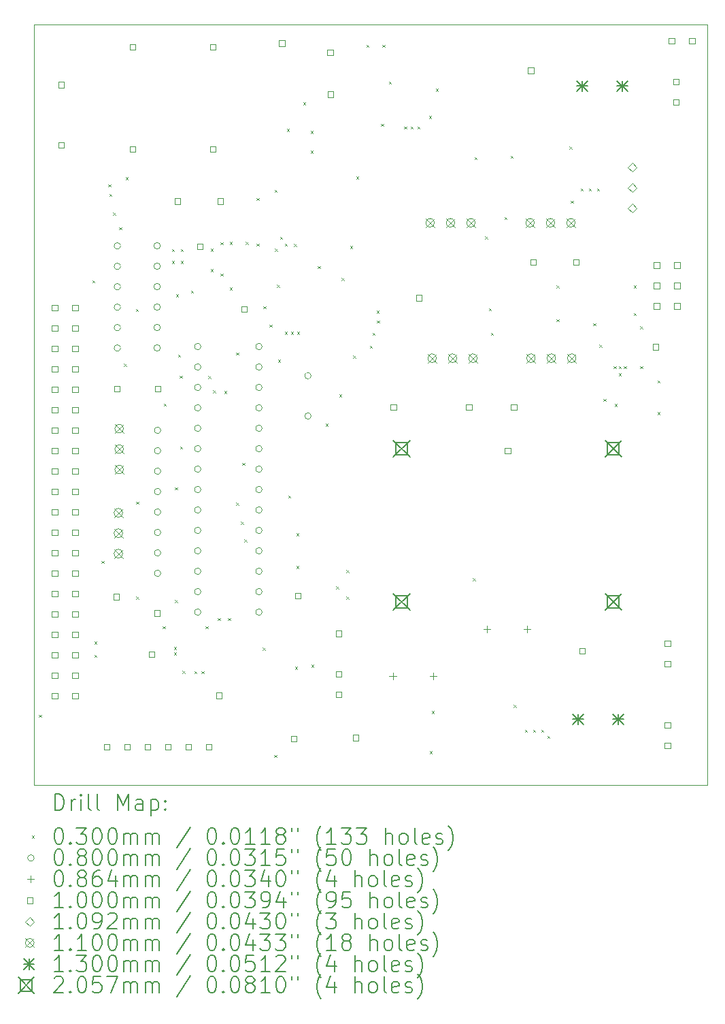
<source format=gbr>
%TF.GenerationSoftware,KiCad,Pcbnew,8.0.8*%
%TF.CreationDate,2025-02-26T00:31:46-08:00*%
%TF.ProjectId,AtInverter_v1,4174496e-7665-4727-9465-725f76312e6b,v1*%
%TF.SameCoordinates,Original*%
%TF.FileFunction,Drillmap*%
%TF.FilePolarity,Positive*%
%FSLAX45Y45*%
G04 Gerber Fmt 4.5, Leading zero omitted, Abs format (unit mm)*
G04 Created by KiCad (PCBNEW 8.0.8) date 2025-02-26 00:31:46*
%MOMM*%
%LPD*%
G01*
G04 APERTURE LIST*
%ADD10C,0.038100*%
%ADD11C,0.200000*%
%ADD12C,0.100000*%
%ADD13C,0.109220*%
%ADD14C,0.110000*%
%ADD15C,0.130000*%
%ADD16C,0.205740*%
G04 APERTURE END LIST*
D10*
X6350000Y-4191000D02*
X14732000Y-4191000D01*
X14732000Y-13652500D01*
X6350000Y-13652500D01*
X6350000Y-4191000D01*
D11*
D12*
X6406120Y-12776440D02*
X6436120Y-12806440D01*
X6436120Y-12776440D02*
X6406120Y-12806440D01*
X7071600Y-7376400D02*
X7101600Y-7406400D01*
X7101600Y-7376400D02*
X7071600Y-7406400D01*
X7099540Y-11867120D02*
X7129540Y-11897120D01*
X7129540Y-11867120D02*
X7099540Y-11897120D01*
X7099540Y-12032220D02*
X7129540Y-12062220D01*
X7129540Y-12032220D02*
X7099540Y-12062220D01*
X7188440Y-10863820D02*
X7218440Y-10893820D01*
X7218440Y-10863820D02*
X7188440Y-10893820D01*
X7269720Y-6182600D02*
X7299720Y-6212600D01*
X7299720Y-6182600D02*
X7269720Y-6212600D01*
X7284960Y-6299440D02*
X7314960Y-6329440D01*
X7314960Y-6299440D02*
X7284960Y-6329440D01*
X7330680Y-6533120D02*
X7360680Y-6563120D01*
X7360680Y-6533120D02*
X7330680Y-6563120D01*
X7406880Y-6716000D02*
X7436880Y-6746000D01*
X7436880Y-6716000D02*
X7406880Y-6746000D01*
X7467840Y-8412720D02*
X7497840Y-8442720D01*
X7497840Y-8412720D02*
X7467840Y-8442720D01*
X7488160Y-6091160D02*
X7518160Y-6121160D01*
X7518160Y-6091160D02*
X7488160Y-6121160D01*
X7615160Y-7732000D02*
X7645160Y-7762000D01*
X7645160Y-7732000D02*
X7615160Y-7762000D01*
X7620240Y-10127220D02*
X7650240Y-10157220D01*
X7650240Y-10127220D02*
X7620240Y-10157220D01*
X7620240Y-11308320D02*
X7650240Y-11338320D01*
X7650240Y-11308320D02*
X7620240Y-11338320D01*
X7950440Y-11676620D02*
X7980440Y-11706620D01*
X7980440Y-11676620D02*
X7950440Y-11706620D01*
X7963140Y-8908020D02*
X7993140Y-8938020D01*
X7993140Y-8908020D02*
X7963140Y-8938020D01*
X8062200Y-6985240D02*
X8092200Y-7015240D01*
X8092200Y-6985240D02*
X8062200Y-7015240D01*
X8062200Y-7132560D02*
X8092200Y-7162560D01*
X8092200Y-7132560D02*
X8062200Y-7162560D01*
X8087600Y-11933160D02*
X8117600Y-11963160D01*
X8117600Y-11933160D02*
X8087600Y-11963160D01*
X8087600Y-12004280D02*
X8117600Y-12034280D01*
X8117600Y-12004280D02*
X8087600Y-12034280D01*
X8102840Y-9949420D02*
X8132840Y-9979420D01*
X8132840Y-9949420D02*
X8102840Y-9979420D01*
X8102840Y-11348960D02*
X8132840Y-11378960D01*
X8132840Y-11348960D02*
X8102840Y-11378960D01*
X8115540Y-7549120D02*
X8145540Y-7579120D01*
X8145540Y-7549120D02*
X8115540Y-7579120D01*
X8140940Y-8298420D02*
X8170940Y-8328420D01*
X8170940Y-8298420D02*
X8140940Y-8328420D01*
X8158720Y-8560040D02*
X8188720Y-8590040D01*
X8188720Y-8560040D02*
X8158720Y-8590040D01*
X8166340Y-9441420D02*
X8196340Y-9471420D01*
X8196340Y-9441420D02*
X8166340Y-9471420D01*
X8173960Y-6985240D02*
X8203960Y-7015240D01*
X8203960Y-6985240D02*
X8173960Y-7015240D01*
X8173960Y-7132560D02*
X8203960Y-7162560D01*
X8203960Y-7132560D02*
X8173960Y-7162560D01*
X8194140Y-12232880D02*
X8224140Y-12262880D01*
X8224140Y-12232880D02*
X8194140Y-12262880D01*
X8300960Y-7503400D02*
X8330960Y-7533400D01*
X8330960Y-7503400D02*
X8300960Y-7533400D01*
X8344140Y-12235420D02*
X8374140Y-12265420D01*
X8374140Y-12235420D02*
X8344140Y-12265420D01*
X8433040Y-12235420D02*
X8463040Y-12265420D01*
X8463040Y-12235420D02*
X8433040Y-12265420D01*
X8483840Y-11676620D02*
X8513840Y-11706620D01*
X8513840Y-11676620D02*
X8483840Y-11706620D01*
X8514320Y-8565120D02*
X8544320Y-8595120D01*
X8544320Y-8565120D02*
X8514320Y-8595120D01*
X8544800Y-6982700D02*
X8574800Y-7012700D01*
X8574800Y-6982700D02*
X8544800Y-7012700D01*
X8544800Y-7236700D02*
X8574800Y-7266700D01*
X8574800Y-7236700D02*
X8544800Y-7266700D01*
X8575280Y-8742920D02*
X8605280Y-8772920D01*
X8605280Y-8742920D02*
X8575280Y-8772920D01*
X8636240Y-11575020D02*
X8666240Y-11605020D01*
X8666240Y-11575020D02*
X8636240Y-11605020D01*
X8666720Y-6901420D02*
X8696720Y-6931420D01*
X8696720Y-6901420D02*
X8666720Y-6931420D01*
X8666720Y-7292580D02*
X8696720Y-7322580D01*
X8696720Y-7292580D02*
X8666720Y-7322580D01*
X8714980Y-8750540D02*
X8744980Y-8780540D01*
X8744980Y-8750540D02*
X8714980Y-8780540D01*
X8763240Y-11575020D02*
X8793240Y-11605020D01*
X8793240Y-11575020D02*
X8763240Y-11605020D01*
X8783560Y-6896340D02*
X8813560Y-6926340D01*
X8813560Y-6896340D02*
X8783560Y-6926340D01*
X8783560Y-7462760D02*
X8813560Y-7492760D01*
X8813560Y-7462760D02*
X8783560Y-7492760D01*
X8864840Y-8273020D02*
X8894840Y-8303020D01*
X8894840Y-8273020D02*
X8864840Y-8303020D01*
X8864840Y-10139920D02*
X8894840Y-10169920D01*
X8894840Y-10139920D02*
X8864840Y-10169920D01*
X8921990Y-10374870D02*
X8951990Y-10404870D01*
X8951990Y-10374870D02*
X8921990Y-10404870D01*
X8941040Y-9643620D02*
X8971040Y-9673620D01*
X8971040Y-9643620D02*
X8941040Y-9673620D01*
X8966440Y-10597120D02*
X8996440Y-10627120D01*
X8996440Y-10597120D02*
X8966440Y-10627120D01*
X8981680Y-6898880D02*
X9011680Y-6928880D01*
X9011680Y-6898880D02*
X8981680Y-6928880D01*
X9118840Y-6350240D02*
X9148840Y-6380240D01*
X9148840Y-6350240D02*
X9118840Y-6380240D01*
X9118840Y-6919200D02*
X9148840Y-6949200D01*
X9148840Y-6919200D02*
X9118840Y-6949200D01*
X9195040Y-11943320D02*
X9225040Y-11973320D01*
X9225040Y-11943320D02*
X9195040Y-11973320D01*
X9202660Y-7698980D02*
X9232660Y-7728980D01*
X9232660Y-7698980D02*
X9202660Y-7728980D01*
X9278860Y-7927580D02*
X9308860Y-7957580D01*
X9308860Y-7927580D02*
X9278860Y-7957580D01*
X9337280Y-13276080D02*
X9367280Y-13306080D01*
X9367280Y-13276080D02*
X9337280Y-13306080D01*
X9342360Y-6250330D02*
X9372360Y-6280330D01*
X9372360Y-6250330D02*
X9342360Y-6280330D01*
X9347440Y-6980160D02*
X9377440Y-7010160D01*
X9377440Y-6980160D02*
X9347440Y-7010160D01*
X9372840Y-7432280D02*
X9402840Y-7462280D01*
X9402840Y-7432280D02*
X9372840Y-7462280D01*
X9383000Y-8361920D02*
X9413000Y-8391920D01*
X9413000Y-8361920D02*
X9383000Y-8391920D01*
X9408400Y-6832840D02*
X9438400Y-6862840D01*
X9438400Y-6832840D02*
X9408400Y-6862840D01*
X9469360Y-6919200D02*
X9499360Y-6949200D01*
X9499360Y-6919200D02*
X9469360Y-6949200D01*
X9469360Y-8016480D02*
X9499360Y-8046480D01*
X9499360Y-8016480D02*
X9469360Y-8046480D01*
X9494760Y-5491720D02*
X9524760Y-5521720D01*
X9524760Y-5491720D02*
X9494760Y-5521720D01*
X9512540Y-10051020D02*
X9542540Y-10081020D01*
X9542540Y-10051020D02*
X9512540Y-10081020D01*
X9545560Y-8016480D02*
X9575560Y-8046480D01*
X9575560Y-8016480D02*
X9545560Y-8046480D01*
X9583960Y-6921440D02*
X9613960Y-6951440D01*
X9613960Y-6921440D02*
X9583960Y-6951440D01*
X9596360Y-12182080D02*
X9626360Y-12212080D01*
X9626360Y-12182080D02*
X9596360Y-12212080D01*
X9614140Y-10520920D02*
X9644140Y-10550920D01*
X9644140Y-10520920D02*
X9614140Y-10550920D01*
X9614140Y-10927320D02*
X9644140Y-10957320D01*
X9644140Y-10927320D02*
X9614140Y-10957320D01*
X9621760Y-8016480D02*
X9651760Y-8046480D01*
X9651760Y-8016480D02*
X9621760Y-8046480D01*
X9696110Y-5161520D02*
X9726110Y-5191520D01*
X9726110Y-5161520D02*
X9696110Y-5191520D01*
X9789400Y-5760960D02*
X9819400Y-5790960D01*
X9819400Y-5760960D02*
X9789400Y-5790960D01*
X9791940Y-5517120D02*
X9821940Y-5547120D01*
X9821940Y-5517120D02*
X9791940Y-5547120D01*
X9799560Y-12156680D02*
X9829560Y-12186680D01*
X9829560Y-12156680D02*
X9799560Y-12186680D01*
X9880840Y-7198600D02*
X9910840Y-7228600D01*
X9910840Y-7198600D02*
X9880840Y-7228600D01*
X9977360Y-9159480D02*
X10007360Y-9189480D01*
X10007360Y-9159480D02*
X9977360Y-9189480D01*
X10109440Y-11181320D02*
X10139440Y-11211320D01*
X10139440Y-11181320D02*
X10109440Y-11211320D01*
X10147540Y-8793720D02*
X10177540Y-8823720D01*
X10177540Y-8793720D02*
X10147540Y-8823720D01*
X10175480Y-7345920D02*
X10205480Y-7375920D01*
X10205480Y-7345920D02*
X10175480Y-7375920D01*
X10236440Y-10978120D02*
X10266440Y-11008120D01*
X10266440Y-10978120D02*
X10236440Y-11008120D01*
X10236440Y-11308320D02*
X10266440Y-11338320D01*
X10266440Y-11308320D02*
X10236440Y-11338320D01*
X10282160Y-6949680D02*
X10312160Y-6979680D01*
X10312160Y-6949680D02*
X10282160Y-6979680D01*
X10317720Y-8311120D02*
X10347720Y-8341120D01*
X10347720Y-8311120D02*
X10317720Y-8341120D01*
X10358360Y-6086080D02*
X10388360Y-6116080D01*
X10388360Y-6086080D02*
X10358360Y-6116080D01*
X10485360Y-4445240D02*
X10515360Y-4475240D01*
X10515360Y-4445240D02*
X10485360Y-4475240D01*
X10526000Y-8189200D02*
X10556000Y-8219200D01*
X10556000Y-8189200D02*
X10526000Y-8219200D01*
X10561560Y-8029180D02*
X10591560Y-8059180D01*
X10591560Y-8029180D02*
X10561560Y-8059180D01*
X10612360Y-7752320D02*
X10642360Y-7782320D01*
X10642360Y-7752320D02*
X10612360Y-7782320D01*
X10617440Y-7876780D02*
X10647440Y-7906780D01*
X10647440Y-7876780D02*
X10617440Y-7906780D01*
X10668240Y-5428220D02*
X10698240Y-5458220D01*
X10698240Y-5428220D02*
X10668240Y-5458220D01*
X10683480Y-4445240D02*
X10713480Y-4475240D01*
X10713480Y-4445240D02*
X10683480Y-4475240D01*
X10764760Y-4904980D02*
X10794760Y-4934980D01*
X10794760Y-4904980D02*
X10764760Y-4934980D01*
X10952720Y-5461240D02*
X10982720Y-5491240D01*
X10982720Y-5461240D02*
X10952720Y-5491240D01*
X11036540Y-5461240D02*
X11066540Y-5491240D01*
X11066540Y-5461240D02*
X11036540Y-5491240D01*
X11120360Y-5461240D02*
X11150360Y-5491240D01*
X11150360Y-5461240D02*
X11120360Y-5491240D01*
X11262600Y-5329160D02*
X11292600Y-5359160D01*
X11292600Y-5329160D02*
X11262600Y-5359160D01*
X11272760Y-13231740D02*
X11302760Y-13261740D01*
X11302760Y-13231740D02*
X11272760Y-13261740D01*
X11298160Y-12730720D02*
X11328160Y-12760720D01*
X11328160Y-12730720D02*
X11298160Y-12760720D01*
X11348960Y-4993880D02*
X11378960Y-5023880D01*
X11378960Y-4993880D02*
X11348960Y-5023880D01*
X11811240Y-11079720D02*
X11841240Y-11109720D01*
X11841240Y-11079720D02*
X11811240Y-11109720D01*
X11831560Y-5843323D02*
X11861560Y-5873323D01*
X11861560Y-5843323D02*
X11831560Y-5873323D01*
X11961100Y-6830300D02*
X11991100Y-6860300D01*
X11991100Y-6830300D02*
X11961100Y-6860300D01*
X12009360Y-7724380D02*
X12039360Y-7754380D01*
X12039360Y-7724380D02*
X12009360Y-7754380D01*
X12034760Y-8029180D02*
X12064760Y-8059180D01*
X12064760Y-8029180D02*
X12034760Y-8059180D01*
X12202400Y-6589000D02*
X12232400Y-6619000D01*
X12232400Y-6589000D02*
X12202400Y-6619000D01*
X12278600Y-5827000D02*
X12308600Y-5857000D01*
X12308600Y-5827000D02*
X12278600Y-5857000D01*
X12319240Y-12654520D02*
X12349240Y-12684520D01*
X12349240Y-12654520D02*
X12319240Y-12684520D01*
X12456400Y-12964400D02*
X12486400Y-12994400D01*
X12486400Y-12964400D02*
X12456400Y-12994400D01*
X12558000Y-12964400D02*
X12588000Y-12994400D01*
X12588000Y-12964400D02*
X12558000Y-12994400D01*
X12659600Y-12964400D02*
X12689600Y-12994400D01*
X12689600Y-12964400D02*
X12659600Y-12994400D01*
X12735800Y-13040600D02*
X12765800Y-13070600D01*
X12765800Y-13040600D02*
X12735800Y-13070600D01*
X12850100Y-7439900D02*
X12880100Y-7469900D01*
X12880100Y-7439900D02*
X12850100Y-7469900D01*
X12850100Y-7859000D02*
X12880100Y-7889000D01*
X12880100Y-7859000D02*
X12850100Y-7889000D01*
X13012660Y-5710160D02*
X13042660Y-5740160D01*
X13042660Y-5710160D02*
X13012660Y-5740160D01*
X13027900Y-6385800D02*
X13057900Y-6415800D01*
X13057900Y-6385800D02*
X13027900Y-6415800D01*
X13151280Y-6231560D02*
X13181280Y-6261560D01*
X13181280Y-6231560D02*
X13151280Y-6261560D01*
X13252880Y-6231560D02*
X13282880Y-6261560D01*
X13282880Y-6231560D02*
X13252880Y-6261560D01*
X13307300Y-7909800D02*
X13337300Y-7939800D01*
X13337300Y-7909800D02*
X13307300Y-7939800D01*
X13354480Y-6231560D02*
X13384480Y-6261560D01*
X13384480Y-6231560D02*
X13354480Y-6261560D01*
X13383500Y-8176500D02*
X13413500Y-8206500D01*
X13413500Y-8176500D02*
X13383500Y-8206500D01*
X13434300Y-8849600D02*
X13464300Y-8879600D01*
X13464300Y-8849600D02*
X13434300Y-8879600D01*
X13561300Y-8443200D02*
X13591300Y-8473200D01*
X13591300Y-8443200D02*
X13561300Y-8473200D01*
X13574000Y-8913100D02*
X13604000Y-8943100D01*
X13604000Y-8913100D02*
X13574000Y-8943100D01*
X13624800Y-8443200D02*
X13654800Y-8473200D01*
X13654800Y-8443200D02*
X13624800Y-8473200D01*
X13624800Y-8532100D02*
X13654800Y-8562100D01*
X13654800Y-8532100D02*
X13624800Y-8562100D01*
X13688300Y-8443200D02*
X13718300Y-8473200D01*
X13718300Y-8443200D02*
X13688300Y-8473200D01*
X13813360Y-7439900D02*
X13843360Y-7469900D01*
X13843360Y-7439900D02*
X13813360Y-7469900D01*
X13813360Y-7782800D02*
X13843360Y-7812800D01*
X13843360Y-7782800D02*
X13813360Y-7812800D01*
X13891500Y-7947900D02*
X13921500Y-7977900D01*
X13921500Y-7947900D02*
X13891500Y-7977900D01*
X13891500Y-8443200D02*
X13921500Y-8473200D01*
X13921500Y-8443200D02*
X13891500Y-8473200D01*
X14107400Y-8621000D02*
X14137400Y-8651000D01*
X14137400Y-8621000D02*
X14107400Y-8651000D01*
X14107400Y-9014700D02*
X14137400Y-9044700D01*
X14137400Y-9014700D02*
X14107400Y-9044700D01*
X7423780Y-6946740D02*
G75*
G02*
X7343780Y-6946740I-40000J0D01*
G01*
X7343780Y-6946740D02*
G75*
G02*
X7423780Y-6946740I40000J0D01*
G01*
X7423780Y-7200740D02*
G75*
G02*
X7343780Y-7200740I-40000J0D01*
G01*
X7343780Y-7200740D02*
G75*
G02*
X7423780Y-7200740I40000J0D01*
G01*
X7423780Y-7454740D02*
G75*
G02*
X7343780Y-7454740I-40000J0D01*
G01*
X7343780Y-7454740D02*
G75*
G02*
X7423780Y-7454740I40000J0D01*
G01*
X7423780Y-7708740D02*
G75*
G02*
X7343780Y-7708740I-40000J0D01*
G01*
X7343780Y-7708740D02*
G75*
G02*
X7423780Y-7708740I40000J0D01*
G01*
X7423780Y-7962740D02*
G75*
G02*
X7343780Y-7962740I-40000J0D01*
G01*
X7343780Y-7962740D02*
G75*
G02*
X7423780Y-7962740I40000J0D01*
G01*
X7423780Y-8216740D02*
G75*
G02*
X7343780Y-8216740I-40000J0D01*
G01*
X7343780Y-8216740D02*
G75*
G02*
X7423780Y-8216740I40000J0D01*
G01*
X7919080Y-6946740D02*
G75*
G02*
X7839080Y-6946740I-40000J0D01*
G01*
X7839080Y-6946740D02*
G75*
G02*
X7919080Y-6946740I40000J0D01*
G01*
X7919080Y-7200740D02*
G75*
G02*
X7839080Y-7200740I-40000J0D01*
G01*
X7839080Y-7200740D02*
G75*
G02*
X7919080Y-7200740I40000J0D01*
G01*
X7919080Y-7454740D02*
G75*
G02*
X7839080Y-7454740I-40000J0D01*
G01*
X7839080Y-7454740D02*
G75*
G02*
X7919080Y-7454740I40000J0D01*
G01*
X7919080Y-7708740D02*
G75*
G02*
X7839080Y-7708740I-40000J0D01*
G01*
X7839080Y-7708740D02*
G75*
G02*
X7919080Y-7708740I40000J0D01*
G01*
X7919080Y-7962740D02*
G75*
G02*
X7839080Y-7962740I-40000J0D01*
G01*
X7839080Y-7962740D02*
G75*
G02*
X7919080Y-7962740I40000J0D01*
G01*
X7919080Y-8216740D02*
G75*
G02*
X7839080Y-8216740I-40000J0D01*
G01*
X7839080Y-8216740D02*
G75*
G02*
X7919080Y-8216740I40000J0D01*
G01*
X7924160Y-9240520D02*
G75*
G02*
X7844160Y-9240520I-40000J0D01*
G01*
X7844160Y-9240520D02*
G75*
G02*
X7924160Y-9240520I40000J0D01*
G01*
X7924160Y-9494520D02*
G75*
G02*
X7844160Y-9494520I-40000J0D01*
G01*
X7844160Y-9494520D02*
G75*
G02*
X7924160Y-9494520I40000J0D01*
G01*
X7924160Y-9748520D02*
G75*
G02*
X7844160Y-9748520I-40000J0D01*
G01*
X7844160Y-9748520D02*
G75*
G02*
X7924160Y-9748520I40000J0D01*
G01*
X7924160Y-10002520D02*
G75*
G02*
X7844160Y-10002520I-40000J0D01*
G01*
X7844160Y-10002520D02*
G75*
G02*
X7924160Y-10002520I40000J0D01*
G01*
X7924160Y-10256520D02*
G75*
G02*
X7844160Y-10256520I-40000J0D01*
G01*
X7844160Y-10256520D02*
G75*
G02*
X7924160Y-10256520I40000J0D01*
G01*
X7924160Y-10510520D02*
G75*
G02*
X7844160Y-10510520I-40000J0D01*
G01*
X7844160Y-10510520D02*
G75*
G02*
X7924160Y-10510520I40000J0D01*
G01*
X7924160Y-10764520D02*
G75*
G02*
X7844160Y-10764520I-40000J0D01*
G01*
X7844160Y-10764520D02*
G75*
G02*
X7924160Y-10764520I40000J0D01*
G01*
X7924160Y-11018520D02*
G75*
G02*
X7844160Y-11018520I-40000J0D01*
G01*
X7844160Y-11018520D02*
G75*
G02*
X7924160Y-11018520I40000J0D01*
G01*
X8423540Y-8199120D02*
G75*
G02*
X8343540Y-8199120I-40000J0D01*
G01*
X8343540Y-8199120D02*
G75*
G02*
X8423540Y-8199120I40000J0D01*
G01*
X8423540Y-8453120D02*
G75*
G02*
X8343540Y-8453120I-40000J0D01*
G01*
X8343540Y-8453120D02*
G75*
G02*
X8423540Y-8453120I40000J0D01*
G01*
X8423540Y-8707120D02*
G75*
G02*
X8343540Y-8707120I-40000J0D01*
G01*
X8343540Y-8707120D02*
G75*
G02*
X8423540Y-8707120I40000J0D01*
G01*
X8423540Y-8961120D02*
G75*
G02*
X8343540Y-8961120I-40000J0D01*
G01*
X8343540Y-8961120D02*
G75*
G02*
X8423540Y-8961120I40000J0D01*
G01*
X8423540Y-9215120D02*
G75*
G02*
X8343540Y-9215120I-40000J0D01*
G01*
X8343540Y-9215120D02*
G75*
G02*
X8423540Y-9215120I40000J0D01*
G01*
X8423540Y-9469120D02*
G75*
G02*
X8343540Y-9469120I-40000J0D01*
G01*
X8343540Y-9469120D02*
G75*
G02*
X8423540Y-9469120I40000J0D01*
G01*
X8423540Y-9723120D02*
G75*
G02*
X8343540Y-9723120I-40000J0D01*
G01*
X8343540Y-9723120D02*
G75*
G02*
X8423540Y-9723120I40000J0D01*
G01*
X8423540Y-9977120D02*
G75*
G02*
X8343540Y-9977120I-40000J0D01*
G01*
X8343540Y-9977120D02*
G75*
G02*
X8423540Y-9977120I40000J0D01*
G01*
X8423540Y-10231120D02*
G75*
G02*
X8343540Y-10231120I-40000J0D01*
G01*
X8343540Y-10231120D02*
G75*
G02*
X8423540Y-10231120I40000J0D01*
G01*
X8423540Y-10485120D02*
G75*
G02*
X8343540Y-10485120I-40000J0D01*
G01*
X8343540Y-10485120D02*
G75*
G02*
X8423540Y-10485120I40000J0D01*
G01*
X8423540Y-10739120D02*
G75*
G02*
X8343540Y-10739120I-40000J0D01*
G01*
X8343540Y-10739120D02*
G75*
G02*
X8423540Y-10739120I40000J0D01*
G01*
X8423540Y-10993120D02*
G75*
G02*
X8343540Y-10993120I-40000J0D01*
G01*
X8343540Y-10993120D02*
G75*
G02*
X8423540Y-10993120I40000J0D01*
G01*
X8423540Y-11247120D02*
G75*
G02*
X8343540Y-11247120I-40000J0D01*
G01*
X8343540Y-11247120D02*
G75*
G02*
X8423540Y-11247120I40000J0D01*
G01*
X8423540Y-11501120D02*
G75*
G02*
X8343540Y-11501120I-40000J0D01*
G01*
X8343540Y-11501120D02*
G75*
G02*
X8423540Y-11501120I40000J0D01*
G01*
X9185540Y-8199120D02*
G75*
G02*
X9105540Y-8199120I-40000J0D01*
G01*
X9105540Y-8199120D02*
G75*
G02*
X9185540Y-8199120I40000J0D01*
G01*
X9185540Y-8453120D02*
G75*
G02*
X9105540Y-8453120I-40000J0D01*
G01*
X9105540Y-8453120D02*
G75*
G02*
X9185540Y-8453120I40000J0D01*
G01*
X9185540Y-8707120D02*
G75*
G02*
X9105540Y-8707120I-40000J0D01*
G01*
X9105540Y-8707120D02*
G75*
G02*
X9185540Y-8707120I40000J0D01*
G01*
X9185540Y-8961120D02*
G75*
G02*
X9105540Y-8961120I-40000J0D01*
G01*
X9105540Y-8961120D02*
G75*
G02*
X9185540Y-8961120I40000J0D01*
G01*
X9185540Y-9215120D02*
G75*
G02*
X9105540Y-9215120I-40000J0D01*
G01*
X9105540Y-9215120D02*
G75*
G02*
X9185540Y-9215120I40000J0D01*
G01*
X9185540Y-9469120D02*
G75*
G02*
X9105540Y-9469120I-40000J0D01*
G01*
X9105540Y-9469120D02*
G75*
G02*
X9185540Y-9469120I40000J0D01*
G01*
X9185540Y-9723120D02*
G75*
G02*
X9105540Y-9723120I-40000J0D01*
G01*
X9105540Y-9723120D02*
G75*
G02*
X9185540Y-9723120I40000J0D01*
G01*
X9185540Y-9977120D02*
G75*
G02*
X9105540Y-9977120I-40000J0D01*
G01*
X9105540Y-9977120D02*
G75*
G02*
X9185540Y-9977120I40000J0D01*
G01*
X9185540Y-10231120D02*
G75*
G02*
X9105540Y-10231120I-40000J0D01*
G01*
X9105540Y-10231120D02*
G75*
G02*
X9185540Y-10231120I40000J0D01*
G01*
X9185540Y-10485120D02*
G75*
G02*
X9105540Y-10485120I-40000J0D01*
G01*
X9105540Y-10485120D02*
G75*
G02*
X9185540Y-10485120I40000J0D01*
G01*
X9185540Y-10739120D02*
G75*
G02*
X9105540Y-10739120I-40000J0D01*
G01*
X9105540Y-10739120D02*
G75*
G02*
X9185540Y-10739120I40000J0D01*
G01*
X9185540Y-10993120D02*
G75*
G02*
X9105540Y-10993120I-40000J0D01*
G01*
X9105540Y-10993120D02*
G75*
G02*
X9185540Y-10993120I40000J0D01*
G01*
X9185540Y-11247120D02*
G75*
G02*
X9105540Y-11247120I-40000J0D01*
G01*
X9105540Y-11247120D02*
G75*
G02*
X9185540Y-11247120I40000J0D01*
G01*
X9185540Y-11501120D02*
G75*
G02*
X9105540Y-11501120I-40000J0D01*
G01*
X9105540Y-11501120D02*
G75*
G02*
X9185540Y-11501120I40000J0D01*
G01*
X9796140Y-8562480D02*
G75*
G02*
X9716140Y-8562480I-40000J0D01*
G01*
X9716140Y-8562480D02*
G75*
G02*
X9796140Y-8562480I40000J0D01*
G01*
X9796140Y-9062480D02*
G75*
G02*
X9716140Y-9062480I-40000J0D01*
G01*
X9716140Y-9062480D02*
G75*
G02*
X9796140Y-9062480I40000J0D01*
G01*
X10813160Y-12255500D02*
X10813160Y-12341860D01*
X10769980Y-12298680D02*
X10856340Y-12298680D01*
X11313160Y-12255500D02*
X11313160Y-12341860D01*
X11269980Y-12298680D02*
X11356340Y-12298680D01*
X11986640Y-11666220D02*
X11986640Y-11752580D01*
X11943460Y-11709400D02*
X12029820Y-11709400D01*
X12486640Y-11666220D02*
X12486640Y-11752580D01*
X12443460Y-11709400D02*
X12529820Y-11709400D01*
X6639356Y-7751876D02*
X6639356Y-7681164D01*
X6568644Y-7681164D01*
X6568644Y-7751876D01*
X6639356Y-7751876D01*
X6639356Y-8005876D02*
X6639356Y-7935164D01*
X6568644Y-7935164D01*
X6568644Y-8005876D01*
X6639356Y-8005876D01*
X6639356Y-8259876D02*
X6639356Y-8189164D01*
X6568644Y-8189164D01*
X6568644Y-8259876D01*
X6639356Y-8259876D01*
X6639356Y-8513876D02*
X6639356Y-8443164D01*
X6568644Y-8443164D01*
X6568644Y-8513876D01*
X6639356Y-8513876D01*
X6639356Y-8767876D02*
X6639356Y-8697164D01*
X6568644Y-8697164D01*
X6568644Y-8767876D01*
X6639356Y-8767876D01*
X6639356Y-9021876D02*
X6639356Y-8951164D01*
X6568644Y-8951164D01*
X6568644Y-9021876D01*
X6639356Y-9021876D01*
X6639356Y-9275876D02*
X6639356Y-9205164D01*
X6568644Y-9205164D01*
X6568644Y-9275876D01*
X6639356Y-9275876D01*
X6639356Y-9529876D02*
X6639356Y-9459164D01*
X6568644Y-9459164D01*
X6568644Y-9529876D01*
X6639356Y-9529876D01*
X6639356Y-9783876D02*
X6639356Y-9713164D01*
X6568644Y-9713164D01*
X6568644Y-9783876D01*
X6639356Y-9783876D01*
X6639356Y-10037876D02*
X6639356Y-9967164D01*
X6568644Y-9967164D01*
X6568644Y-10037876D01*
X6639356Y-10037876D01*
X6639356Y-10291876D02*
X6639356Y-10221164D01*
X6568644Y-10221164D01*
X6568644Y-10291876D01*
X6639356Y-10291876D01*
X6639356Y-10545876D02*
X6639356Y-10475164D01*
X6568644Y-10475164D01*
X6568644Y-10545876D01*
X6639356Y-10545876D01*
X6639356Y-10799876D02*
X6639356Y-10729164D01*
X6568644Y-10729164D01*
X6568644Y-10799876D01*
X6639356Y-10799876D01*
X6639356Y-11053876D02*
X6639356Y-10983164D01*
X6568644Y-10983164D01*
X6568644Y-11053876D01*
X6639356Y-11053876D01*
X6639356Y-11307876D02*
X6639356Y-11237164D01*
X6568644Y-11237164D01*
X6568644Y-11307876D01*
X6639356Y-11307876D01*
X6639356Y-11561876D02*
X6639356Y-11491164D01*
X6568644Y-11491164D01*
X6568644Y-11561876D01*
X6639356Y-11561876D01*
X6639356Y-11815876D02*
X6639356Y-11745164D01*
X6568644Y-11745164D01*
X6568644Y-11815876D01*
X6639356Y-11815876D01*
X6639356Y-12069876D02*
X6639356Y-11999164D01*
X6568644Y-11999164D01*
X6568644Y-12069876D01*
X6639356Y-12069876D01*
X6639356Y-12323876D02*
X6639356Y-12253164D01*
X6568644Y-12253164D01*
X6568644Y-12323876D01*
X6639356Y-12323876D01*
X6639356Y-12577876D02*
X6639356Y-12507164D01*
X6568644Y-12507164D01*
X6568644Y-12577876D01*
X6639356Y-12577876D01*
X6720636Y-5728016D02*
X6720636Y-5657304D01*
X6649924Y-5657304D01*
X6649924Y-5728016D01*
X6720636Y-5728016D01*
X6721016Y-4979096D02*
X6721016Y-4908384D01*
X6650304Y-4908384D01*
X6650304Y-4979096D01*
X6721016Y-4979096D01*
X6893356Y-7751876D02*
X6893356Y-7681164D01*
X6822644Y-7681164D01*
X6822644Y-7751876D01*
X6893356Y-7751876D01*
X6893356Y-8005876D02*
X6893356Y-7935164D01*
X6822644Y-7935164D01*
X6822644Y-8005876D01*
X6893356Y-8005876D01*
X6893356Y-8259876D02*
X6893356Y-8189164D01*
X6822644Y-8189164D01*
X6822644Y-8259876D01*
X6893356Y-8259876D01*
X6893356Y-8513876D02*
X6893356Y-8443164D01*
X6822644Y-8443164D01*
X6822644Y-8513876D01*
X6893356Y-8513876D01*
X6893356Y-8767876D02*
X6893356Y-8697164D01*
X6822644Y-8697164D01*
X6822644Y-8767876D01*
X6893356Y-8767876D01*
X6893356Y-9021876D02*
X6893356Y-8951164D01*
X6822644Y-8951164D01*
X6822644Y-9021876D01*
X6893356Y-9021876D01*
X6893356Y-9275876D02*
X6893356Y-9205164D01*
X6822644Y-9205164D01*
X6822644Y-9275876D01*
X6893356Y-9275876D01*
X6893356Y-9529876D02*
X6893356Y-9459164D01*
X6822644Y-9459164D01*
X6822644Y-9529876D01*
X6893356Y-9529876D01*
X6893356Y-9783876D02*
X6893356Y-9713164D01*
X6822644Y-9713164D01*
X6822644Y-9783876D01*
X6893356Y-9783876D01*
X6893356Y-10037876D02*
X6893356Y-9967164D01*
X6822644Y-9967164D01*
X6822644Y-10037876D01*
X6893356Y-10037876D01*
X6893356Y-10291876D02*
X6893356Y-10221164D01*
X6822644Y-10221164D01*
X6822644Y-10291876D01*
X6893356Y-10291876D01*
X6893356Y-10545876D02*
X6893356Y-10475164D01*
X6822644Y-10475164D01*
X6822644Y-10545876D01*
X6893356Y-10545876D01*
X6893356Y-10799876D02*
X6893356Y-10729164D01*
X6822644Y-10729164D01*
X6822644Y-10799876D01*
X6893356Y-10799876D01*
X6893356Y-11053876D02*
X6893356Y-10983164D01*
X6822644Y-10983164D01*
X6822644Y-11053876D01*
X6893356Y-11053876D01*
X6893356Y-11307876D02*
X6893356Y-11237164D01*
X6822644Y-11237164D01*
X6822644Y-11307876D01*
X6893356Y-11307876D01*
X6893356Y-11561876D02*
X6893356Y-11491164D01*
X6822644Y-11491164D01*
X6822644Y-11561876D01*
X6893356Y-11561876D01*
X6893356Y-11815876D02*
X6893356Y-11745164D01*
X6822644Y-11745164D01*
X6822644Y-11815876D01*
X6893356Y-11815876D01*
X6893356Y-12069876D02*
X6893356Y-11999164D01*
X6822644Y-11999164D01*
X6822644Y-12069876D01*
X6893356Y-12069876D01*
X6893356Y-12323876D02*
X6893356Y-12253164D01*
X6822644Y-12253164D01*
X6822644Y-12323876D01*
X6893356Y-12323876D01*
X6893356Y-12577876D02*
X6893356Y-12507164D01*
X6822644Y-12507164D01*
X6822644Y-12577876D01*
X6893356Y-12577876D01*
X7289596Y-13212876D02*
X7289596Y-13142164D01*
X7218884Y-13142164D01*
X7218884Y-13212876D01*
X7289596Y-13212876D01*
X7403896Y-11345976D02*
X7403896Y-11275264D01*
X7333184Y-11275264D01*
X7333184Y-11345976D01*
X7403896Y-11345976D01*
X7416596Y-8757716D02*
X7416596Y-8687004D01*
X7345884Y-8687004D01*
X7345884Y-8757716D01*
X7416596Y-8757716D01*
X7543596Y-13212876D02*
X7543596Y-13142164D01*
X7472884Y-13142164D01*
X7472884Y-13212876D01*
X7543596Y-13212876D01*
X7610016Y-4509196D02*
X7610016Y-4438484D01*
X7539304Y-4438484D01*
X7539304Y-4509196D01*
X7610016Y-4509196D01*
X7610016Y-5779196D02*
X7610016Y-5708484D01*
X7539304Y-5708484D01*
X7539304Y-5779196D01*
X7610016Y-5779196D01*
X7797596Y-13212876D02*
X7797596Y-13142164D01*
X7726884Y-13142164D01*
X7726884Y-13212876D01*
X7797596Y-13212876D01*
X7848396Y-12059716D02*
X7848396Y-11989004D01*
X7777684Y-11989004D01*
X7777684Y-12059716D01*
X7848396Y-12059716D01*
X7911896Y-11549176D02*
X7911896Y-11478464D01*
X7841184Y-11478464D01*
X7841184Y-11549176D01*
X7911896Y-11549176D01*
X7924596Y-8757716D02*
X7924596Y-8687004D01*
X7853884Y-8687004D01*
X7853884Y-8757716D01*
X7924596Y-8757716D01*
X8051596Y-13212876D02*
X8051596Y-13142164D01*
X7980884Y-13142164D01*
X7980884Y-13212876D01*
X8051596Y-13212876D01*
X8168436Y-6425996D02*
X8168436Y-6355284D01*
X8097724Y-6355284D01*
X8097724Y-6425996D01*
X8168436Y-6425996D01*
X8305596Y-13212876D02*
X8305596Y-13142164D01*
X8234884Y-13142164D01*
X8234884Y-13212876D01*
X8305596Y-13212876D01*
X8445296Y-6989876D02*
X8445296Y-6919164D01*
X8374584Y-6919164D01*
X8374584Y-6989876D01*
X8445296Y-6989876D01*
X8559596Y-13212876D02*
X8559596Y-13142164D01*
X8488884Y-13142164D01*
X8488884Y-13212876D01*
X8559596Y-13212876D01*
X8610016Y-4509196D02*
X8610016Y-4438484D01*
X8539304Y-4438484D01*
X8539304Y-4509196D01*
X8610016Y-4509196D01*
X8610016Y-5779196D02*
X8610016Y-5708484D01*
X8539304Y-5708484D01*
X8539304Y-5779196D01*
X8610016Y-5779196D01*
X8686596Y-12572796D02*
X8686596Y-12502084D01*
X8615884Y-12502084D01*
X8615884Y-12572796D01*
X8686596Y-12572796D01*
X8701836Y-6425996D02*
X8701836Y-6355284D01*
X8631124Y-6355284D01*
X8631124Y-6425996D01*
X8701836Y-6425996D01*
X8996476Y-7767116D02*
X8996476Y-7696404D01*
X8925764Y-7696404D01*
X8925764Y-7767116D01*
X8996476Y-7767116D01*
X9469296Y-4462576D02*
X9469296Y-4391864D01*
X9398584Y-4391864D01*
X9398584Y-4462576D01*
X9469296Y-4462576D01*
X9613696Y-13111276D02*
X9613696Y-13040564D01*
X9542984Y-13040564D01*
X9542984Y-13111276D01*
X9613696Y-13111276D01*
X9664496Y-11333276D02*
X9664496Y-11262564D01*
X9593784Y-11262564D01*
X9593784Y-11333276D01*
X9664496Y-11333276D01*
X10068356Y-4574856D02*
X10068356Y-4504144D01*
X9997644Y-4504144D01*
X9997644Y-4574856D01*
X10068356Y-4574856D01*
X10070896Y-5097576D02*
X10070896Y-5026864D01*
X10000184Y-5026864D01*
X10000184Y-5097576D01*
X10070896Y-5097576D01*
X10172316Y-12308636D02*
X10172316Y-12237924D01*
X10101604Y-12237924D01*
X10101604Y-12308636D01*
X10172316Y-12308636D01*
X10172316Y-12562636D02*
X10172316Y-12491924D01*
X10101604Y-12491924D01*
X10101604Y-12562636D01*
X10172316Y-12562636D01*
X10172496Y-11803176D02*
X10172496Y-11732464D01*
X10101784Y-11732464D01*
X10101784Y-11803176D01*
X10172496Y-11803176D01*
X10388396Y-13098576D02*
X10388396Y-13027864D01*
X10317684Y-13027864D01*
X10317684Y-13098576D01*
X10388396Y-13098576D01*
X10855756Y-8988856D02*
X10855756Y-8918144D01*
X10785044Y-8918144D01*
X10785044Y-8988856D01*
X10855756Y-8988856D01*
X11175796Y-7629956D02*
X11175796Y-7559244D01*
X11105084Y-7559244D01*
X11105084Y-7629956D01*
X11175796Y-7629956D01*
X11795556Y-8988856D02*
X11795556Y-8918144D01*
X11724844Y-8918144D01*
X11724844Y-8988856D01*
X11795556Y-8988856D01*
X12278156Y-9529876D02*
X12278156Y-9459164D01*
X12207444Y-9459164D01*
X12207444Y-9529876D01*
X12278156Y-9529876D01*
X12354356Y-8988856D02*
X12354356Y-8918144D01*
X12283644Y-8918144D01*
X12283644Y-8988856D01*
X12354356Y-8988856D01*
X12568096Y-4801296D02*
X12568096Y-4730584D01*
X12497384Y-4730584D01*
X12497384Y-4801296D01*
X12568096Y-4801296D01*
X12595656Y-7185456D02*
X12595656Y-7114744D01*
X12524944Y-7114744D01*
X12524944Y-7185456D01*
X12595656Y-7185456D01*
X13129056Y-7185456D02*
X13129056Y-7114744D01*
X13058344Y-7114744D01*
X13058344Y-7185456D01*
X13129056Y-7185456D01*
X13207796Y-12019076D02*
X13207796Y-11948364D01*
X13137084Y-11948364D01*
X13137084Y-12019076D01*
X13207796Y-12019076D01*
X14119656Y-8239556D02*
X14119656Y-8168844D01*
X14048944Y-8168844D01*
X14048944Y-8239556D01*
X14119656Y-8239556D01*
X14132356Y-7223556D02*
X14132356Y-7152844D01*
X14061644Y-7152844D01*
X14061644Y-7223556D01*
X14132356Y-7223556D01*
X14132356Y-7477556D02*
X14132356Y-7406844D01*
X14061644Y-7406844D01*
X14061644Y-7477556D01*
X14132356Y-7477556D01*
X14132356Y-7731556D02*
X14132356Y-7660844D01*
X14061644Y-7660844D01*
X14061644Y-7731556D01*
X14132356Y-7731556D01*
X14269516Y-11927636D02*
X14269516Y-11856924D01*
X14198804Y-11856924D01*
X14198804Y-11927636D01*
X14269516Y-11927636D01*
X14269516Y-12181636D02*
X14269516Y-12110924D01*
X14198804Y-12110924D01*
X14198804Y-12181636D01*
X14269516Y-12181636D01*
X14269516Y-12943636D02*
X14269516Y-12872924D01*
X14198804Y-12872924D01*
X14198804Y-12943636D01*
X14269516Y-12943636D01*
X14269516Y-13197636D02*
X14269516Y-13126924D01*
X14198804Y-13126924D01*
X14198804Y-13197636D01*
X14269516Y-13197636D01*
X14320316Y-4434636D02*
X14320316Y-4363924D01*
X14249604Y-4363924D01*
X14249604Y-4434636D01*
X14320316Y-4434636D01*
X14376196Y-4942636D02*
X14376196Y-4871924D01*
X14305484Y-4871924D01*
X14305484Y-4942636D01*
X14376196Y-4942636D01*
X14376196Y-5196636D02*
X14376196Y-5125924D01*
X14305484Y-5125924D01*
X14305484Y-5196636D01*
X14376196Y-5196636D01*
X14386356Y-7223556D02*
X14386356Y-7152844D01*
X14315644Y-7152844D01*
X14315644Y-7223556D01*
X14386356Y-7223556D01*
X14386356Y-7477556D02*
X14386356Y-7406844D01*
X14315644Y-7406844D01*
X14315644Y-7477556D01*
X14386356Y-7477556D01*
X14386356Y-7731556D02*
X14386356Y-7660844D01*
X14315644Y-7660844D01*
X14315644Y-7731556D01*
X14386356Y-7731556D01*
X14574316Y-4434636D02*
X14574316Y-4363924D01*
X14503604Y-4363924D01*
X14503604Y-4434636D01*
X14574316Y-4434636D01*
D13*
X13796600Y-6023610D02*
X13851210Y-5969000D01*
X13796600Y-5914390D01*
X13741990Y-5969000D01*
X13796600Y-6023610D01*
X13796600Y-6277610D02*
X13851210Y-6223000D01*
X13796600Y-6168390D01*
X13741990Y-6223000D01*
X13796600Y-6277610D01*
X13796600Y-6531610D02*
X13851210Y-6477000D01*
X13796600Y-6422390D01*
X13741990Y-6477000D01*
X13796600Y-6531610D01*
D14*
X7341480Y-10211680D02*
X7451480Y-10321680D01*
X7451480Y-10211680D02*
X7341480Y-10321680D01*
X7451480Y-10266680D02*
G75*
G02*
X7341480Y-10266680I-55000J0D01*
G01*
X7341480Y-10266680D02*
G75*
G02*
X7451480Y-10266680I55000J0D01*
G01*
X7341480Y-10465680D02*
X7451480Y-10575680D01*
X7451480Y-10465680D02*
X7341480Y-10575680D01*
X7451480Y-10520680D02*
G75*
G02*
X7341480Y-10520680I-55000J0D01*
G01*
X7341480Y-10520680D02*
G75*
G02*
X7451480Y-10520680I55000J0D01*
G01*
X7341480Y-10719680D02*
X7451480Y-10829680D01*
X7451480Y-10719680D02*
X7341480Y-10829680D01*
X7451480Y-10774680D02*
G75*
G02*
X7341480Y-10774680I-55000J0D01*
G01*
X7341480Y-10774680D02*
G75*
G02*
X7451480Y-10774680I55000J0D01*
G01*
X7351640Y-9165200D02*
X7461640Y-9275200D01*
X7461640Y-9165200D02*
X7351640Y-9275200D01*
X7461640Y-9220200D02*
G75*
G02*
X7351640Y-9220200I-55000J0D01*
G01*
X7351640Y-9220200D02*
G75*
G02*
X7461640Y-9220200I55000J0D01*
G01*
X7351640Y-9419200D02*
X7461640Y-9529200D01*
X7461640Y-9419200D02*
X7351640Y-9529200D01*
X7461640Y-9474200D02*
G75*
G02*
X7351640Y-9474200I-55000J0D01*
G01*
X7351640Y-9474200D02*
G75*
G02*
X7461640Y-9474200I55000J0D01*
G01*
X7351640Y-9673200D02*
X7461640Y-9783200D01*
X7461640Y-9673200D02*
X7351640Y-9783200D01*
X7461640Y-9728200D02*
G75*
G02*
X7351640Y-9728200I-55000J0D01*
G01*
X7351640Y-9728200D02*
G75*
G02*
X7461640Y-9728200I55000J0D01*
G01*
X11222600Y-6604880D02*
X11332600Y-6714880D01*
X11332600Y-6604880D02*
X11222600Y-6714880D01*
X11332600Y-6659880D02*
G75*
G02*
X11222600Y-6659880I-55000J0D01*
G01*
X11222600Y-6659880D02*
G75*
G02*
X11332600Y-6659880I55000J0D01*
G01*
X11248000Y-8288900D02*
X11358000Y-8398900D01*
X11358000Y-8288900D02*
X11248000Y-8398900D01*
X11358000Y-8343900D02*
G75*
G02*
X11248000Y-8343900I-55000J0D01*
G01*
X11248000Y-8343900D02*
G75*
G02*
X11358000Y-8343900I55000J0D01*
G01*
X11476600Y-6604880D02*
X11586600Y-6714880D01*
X11586600Y-6604880D02*
X11476600Y-6714880D01*
X11586600Y-6659880D02*
G75*
G02*
X11476600Y-6659880I-55000J0D01*
G01*
X11476600Y-6659880D02*
G75*
G02*
X11586600Y-6659880I55000J0D01*
G01*
X11502000Y-8288900D02*
X11612000Y-8398900D01*
X11612000Y-8288900D02*
X11502000Y-8398900D01*
X11612000Y-8343900D02*
G75*
G02*
X11502000Y-8343900I-55000J0D01*
G01*
X11502000Y-8343900D02*
G75*
G02*
X11612000Y-8343900I55000J0D01*
G01*
X11730600Y-6604880D02*
X11840600Y-6714880D01*
X11840600Y-6604880D02*
X11730600Y-6714880D01*
X11840600Y-6659880D02*
G75*
G02*
X11730600Y-6659880I-55000J0D01*
G01*
X11730600Y-6659880D02*
G75*
G02*
X11840600Y-6659880I55000J0D01*
G01*
X11756000Y-8288900D02*
X11866000Y-8398900D01*
X11866000Y-8288900D02*
X11756000Y-8398900D01*
X11866000Y-8343900D02*
G75*
G02*
X11756000Y-8343900I-55000J0D01*
G01*
X11756000Y-8343900D02*
G75*
G02*
X11866000Y-8343900I55000J0D01*
G01*
X12467200Y-6604880D02*
X12577200Y-6714880D01*
X12577200Y-6604880D02*
X12467200Y-6714880D01*
X12577200Y-6659880D02*
G75*
G02*
X12467200Y-6659880I-55000J0D01*
G01*
X12467200Y-6659880D02*
G75*
G02*
X12577200Y-6659880I55000J0D01*
G01*
X12477360Y-8288900D02*
X12587360Y-8398900D01*
X12587360Y-8288900D02*
X12477360Y-8398900D01*
X12587360Y-8343900D02*
G75*
G02*
X12477360Y-8343900I-55000J0D01*
G01*
X12477360Y-8343900D02*
G75*
G02*
X12587360Y-8343900I55000J0D01*
G01*
X12721200Y-6604880D02*
X12831200Y-6714880D01*
X12831200Y-6604880D02*
X12721200Y-6714880D01*
X12831200Y-6659880D02*
G75*
G02*
X12721200Y-6659880I-55000J0D01*
G01*
X12721200Y-6659880D02*
G75*
G02*
X12831200Y-6659880I55000J0D01*
G01*
X12731360Y-8288900D02*
X12841360Y-8398900D01*
X12841360Y-8288900D02*
X12731360Y-8398900D01*
X12841360Y-8343900D02*
G75*
G02*
X12731360Y-8343900I-55000J0D01*
G01*
X12731360Y-8343900D02*
G75*
G02*
X12841360Y-8343900I55000J0D01*
G01*
X12975200Y-6604880D02*
X13085200Y-6714880D01*
X13085200Y-6604880D02*
X12975200Y-6714880D01*
X13085200Y-6659880D02*
G75*
G02*
X12975200Y-6659880I-55000J0D01*
G01*
X12975200Y-6659880D02*
G75*
G02*
X13085200Y-6659880I55000J0D01*
G01*
X12985360Y-8288900D02*
X13095360Y-8398900D01*
X13095360Y-8288900D02*
X12985360Y-8398900D01*
X13095360Y-8343900D02*
G75*
G02*
X12985360Y-8343900I-55000J0D01*
G01*
X12985360Y-8343900D02*
G75*
G02*
X13095360Y-8343900I55000J0D01*
G01*
D15*
X13055560Y-12767080D02*
X13185560Y-12897080D01*
X13185560Y-12767080D02*
X13055560Y-12897080D01*
X13120560Y-12767080D02*
X13120560Y-12897080D01*
X13055560Y-12832080D02*
X13185560Y-12832080D01*
X13106360Y-4893080D02*
X13236360Y-5023080D01*
X13236360Y-4893080D02*
X13106360Y-5023080D01*
X13171360Y-4893080D02*
X13171360Y-5023080D01*
X13106360Y-4958080D02*
X13236360Y-4958080D01*
X13555560Y-12767080D02*
X13685560Y-12897080D01*
X13685560Y-12767080D02*
X13555560Y-12897080D01*
X13620560Y-12767080D02*
X13620560Y-12897080D01*
X13555560Y-12832080D02*
X13685560Y-12832080D01*
X13606360Y-4893080D02*
X13736360Y-5023080D01*
X13736360Y-4893080D02*
X13606360Y-5023080D01*
X13671360Y-4893080D02*
X13671360Y-5023080D01*
X13606360Y-4958080D02*
X13736360Y-4958080D01*
D16*
X10819130Y-9366250D02*
X11024870Y-9571990D01*
X11024870Y-9366250D02*
X10819130Y-9571990D01*
X10994741Y-9541861D02*
X10994741Y-9396379D01*
X10849259Y-9396379D01*
X10849259Y-9541861D01*
X10994741Y-9541861D01*
X10819130Y-11271250D02*
X11024870Y-11476990D01*
X11024870Y-11271250D02*
X10819130Y-11476990D01*
X10994741Y-11446861D02*
X10994741Y-11301379D01*
X10849259Y-11301379D01*
X10849259Y-11446861D01*
X10994741Y-11446861D01*
X13455650Y-9366250D02*
X13661390Y-9571990D01*
X13661390Y-9366250D02*
X13455650Y-9571990D01*
X13631261Y-9541861D02*
X13631261Y-9396379D01*
X13485779Y-9396379D01*
X13485779Y-9541861D01*
X13631261Y-9541861D01*
X13455650Y-11271250D02*
X13661390Y-11476990D01*
X13661390Y-11271250D02*
X13455650Y-11476990D01*
X13631261Y-11446861D02*
X13631261Y-11301379D01*
X13485779Y-11301379D01*
X13485779Y-11446861D01*
X13631261Y-11446861D01*
D11*
X6608872Y-13965889D02*
X6608872Y-13765889D01*
X6608872Y-13765889D02*
X6656491Y-13765889D01*
X6656491Y-13765889D02*
X6685062Y-13775413D01*
X6685062Y-13775413D02*
X6704110Y-13794460D01*
X6704110Y-13794460D02*
X6713634Y-13813508D01*
X6713634Y-13813508D02*
X6723157Y-13851603D01*
X6723157Y-13851603D02*
X6723157Y-13880174D01*
X6723157Y-13880174D02*
X6713634Y-13918270D01*
X6713634Y-13918270D02*
X6704110Y-13937317D01*
X6704110Y-13937317D02*
X6685062Y-13956365D01*
X6685062Y-13956365D02*
X6656491Y-13965889D01*
X6656491Y-13965889D02*
X6608872Y-13965889D01*
X6808872Y-13965889D02*
X6808872Y-13832555D01*
X6808872Y-13870651D02*
X6818396Y-13851603D01*
X6818396Y-13851603D02*
X6827919Y-13842079D01*
X6827919Y-13842079D02*
X6846967Y-13832555D01*
X6846967Y-13832555D02*
X6866015Y-13832555D01*
X6932681Y-13965889D02*
X6932681Y-13832555D01*
X6932681Y-13765889D02*
X6923157Y-13775413D01*
X6923157Y-13775413D02*
X6932681Y-13784936D01*
X6932681Y-13784936D02*
X6942205Y-13775413D01*
X6942205Y-13775413D02*
X6932681Y-13765889D01*
X6932681Y-13765889D02*
X6932681Y-13784936D01*
X7056491Y-13965889D02*
X7037443Y-13956365D01*
X7037443Y-13956365D02*
X7027919Y-13937317D01*
X7027919Y-13937317D02*
X7027919Y-13765889D01*
X7161253Y-13965889D02*
X7142205Y-13956365D01*
X7142205Y-13956365D02*
X7132681Y-13937317D01*
X7132681Y-13937317D02*
X7132681Y-13765889D01*
X7389824Y-13965889D02*
X7389824Y-13765889D01*
X7389824Y-13765889D02*
X7456491Y-13908746D01*
X7456491Y-13908746D02*
X7523157Y-13765889D01*
X7523157Y-13765889D02*
X7523157Y-13965889D01*
X7704110Y-13965889D02*
X7704110Y-13861127D01*
X7704110Y-13861127D02*
X7694586Y-13842079D01*
X7694586Y-13842079D02*
X7675538Y-13832555D01*
X7675538Y-13832555D02*
X7637443Y-13832555D01*
X7637443Y-13832555D02*
X7618396Y-13842079D01*
X7704110Y-13956365D02*
X7685062Y-13965889D01*
X7685062Y-13965889D02*
X7637443Y-13965889D01*
X7637443Y-13965889D02*
X7618396Y-13956365D01*
X7618396Y-13956365D02*
X7608872Y-13937317D01*
X7608872Y-13937317D02*
X7608872Y-13918270D01*
X7608872Y-13918270D02*
X7618396Y-13899222D01*
X7618396Y-13899222D02*
X7637443Y-13889698D01*
X7637443Y-13889698D02*
X7685062Y-13889698D01*
X7685062Y-13889698D02*
X7704110Y-13880174D01*
X7799348Y-13832555D02*
X7799348Y-14032555D01*
X7799348Y-13842079D02*
X7818396Y-13832555D01*
X7818396Y-13832555D02*
X7856491Y-13832555D01*
X7856491Y-13832555D02*
X7875538Y-13842079D01*
X7875538Y-13842079D02*
X7885062Y-13851603D01*
X7885062Y-13851603D02*
X7894586Y-13870651D01*
X7894586Y-13870651D02*
X7894586Y-13927793D01*
X7894586Y-13927793D02*
X7885062Y-13946841D01*
X7885062Y-13946841D02*
X7875538Y-13956365D01*
X7875538Y-13956365D02*
X7856491Y-13965889D01*
X7856491Y-13965889D02*
X7818396Y-13965889D01*
X7818396Y-13965889D02*
X7799348Y-13956365D01*
X7980300Y-13946841D02*
X7989824Y-13956365D01*
X7989824Y-13956365D02*
X7980300Y-13965889D01*
X7980300Y-13965889D02*
X7970777Y-13956365D01*
X7970777Y-13956365D02*
X7980300Y-13946841D01*
X7980300Y-13946841D02*
X7980300Y-13965889D01*
X7980300Y-13842079D02*
X7989824Y-13851603D01*
X7989824Y-13851603D02*
X7980300Y-13861127D01*
X7980300Y-13861127D02*
X7970777Y-13851603D01*
X7970777Y-13851603D02*
X7980300Y-13842079D01*
X7980300Y-13842079D02*
X7980300Y-13861127D01*
D12*
X6318095Y-14279405D02*
X6348095Y-14309405D01*
X6348095Y-14279405D02*
X6318095Y-14309405D01*
D11*
X6646967Y-14185889D02*
X6666015Y-14185889D01*
X6666015Y-14185889D02*
X6685062Y-14195413D01*
X6685062Y-14195413D02*
X6694586Y-14204936D01*
X6694586Y-14204936D02*
X6704110Y-14223984D01*
X6704110Y-14223984D02*
X6713634Y-14262079D01*
X6713634Y-14262079D02*
X6713634Y-14309698D01*
X6713634Y-14309698D02*
X6704110Y-14347793D01*
X6704110Y-14347793D02*
X6694586Y-14366841D01*
X6694586Y-14366841D02*
X6685062Y-14376365D01*
X6685062Y-14376365D02*
X6666015Y-14385889D01*
X6666015Y-14385889D02*
X6646967Y-14385889D01*
X6646967Y-14385889D02*
X6627919Y-14376365D01*
X6627919Y-14376365D02*
X6618396Y-14366841D01*
X6618396Y-14366841D02*
X6608872Y-14347793D01*
X6608872Y-14347793D02*
X6599348Y-14309698D01*
X6599348Y-14309698D02*
X6599348Y-14262079D01*
X6599348Y-14262079D02*
X6608872Y-14223984D01*
X6608872Y-14223984D02*
X6618396Y-14204936D01*
X6618396Y-14204936D02*
X6627919Y-14195413D01*
X6627919Y-14195413D02*
X6646967Y-14185889D01*
X6799348Y-14366841D02*
X6808872Y-14376365D01*
X6808872Y-14376365D02*
X6799348Y-14385889D01*
X6799348Y-14385889D02*
X6789824Y-14376365D01*
X6789824Y-14376365D02*
X6799348Y-14366841D01*
X6799348Y-14366841D02*
X6799348Y-14385889D01*
X6875538Y-14185889D02*
X6999348Y-14185889D01*
X6999348Y-14185889D02*
X6932681Y-14262079D01*
X6932681Y-14262079D02*
X6961253Y-14262079D01*
X6961253Y-14262079D02*
X6980300Y-14271603D01*
X6980300Y-14271603D02*
X6989824Y-14281127D01*
X6989824Y-14281127D02*
X6999348Y-14300174D01*
X6999348Y-14300174D02*
X6999348Y-14347793D01*
X6999348Y-14347793D02*
X6989824Y-14366841D01*
X6989824Y-14366841D02*
X6980300Y-14376365D01*
X6980300Y-14376365D02*
X6961253Y-14385889D01*
X6961253Y-14385889D02*
X6904110Y-14385889D01*
X6904110Y-14385889D02*
X6885062Y-14376365D01*
X6885062Y-14376365D02*
X6875538Y-14366841D01*
X7123157Y-14185889D02*
X7142205Y-14185889D01*
X7142205Y-14185889D02*
X7161253Y-14195413D01*
X7161253Y-14195413D02*
X7170777Y-14204936D01*
X7170777Y-14204936D02*
X7180300Y-14223984D01*
X7180300Y-14223984D02*
X7189824Y-14262079D01*
X7189824Y-14262079D02*
X7189824Y-14309698D01*
X7189824Y-14309698D02*
X7180300Y-14347793D01*
X7180300Y-14347793D02*
X7170777Y-14366841D01*
X7170777Y-14366841D02*
X7161253Y-14376365D01*
X7161253Y-14376365D02*
X7142205Y-14385889D01*
X7142205Y-14385889D02*
X7123157Y-14385889D01*
X7123157Y-14385889D02*
X7104110Y-14376365D01*
X7104110Y-14376365D02*
X7094586Y-14366841D01*
X7094586Y-14366841D02*
X7085062Y-14347793D01*
X7085062Y-14347793D02*
X7075538Y-14309698D01*
X7075538Y-14309698D02*
X7075538Y-14262079D01*
X7075538Y-14262079D02*
X7085062Y-14223984D01*
X7085062Y-14223984D02*
X7094586Y-14204936D01*
X7094586Y-14204936D02*
X7104110Y-14195413D01*
X7104110Y-14195413D02*
X7123157Y-14185889D01*
X7313634Y-14185889D02*
X7332681Y-14185889D01*
X7332681Y-14185889D02*
X7351729Y-14195413D01*
X7351729Y-14195413D02*
X7361253Y-14204936D01*
X7361253Y-14204936D02*
X7370777Y-14223984D01*
X7370777Y-14223984D02*
X7380300Y-14262079D01*
X7380300Y-14262079D02*
X7380300Y-14309698D01*
X7380300Y-14309698D02*
X7370777Y-14347793D01*
X7370777Y-14347793D02*
X7361253Y-14366841D01*
X7361253Y-14366841D02*
X7351729Y-14376365D01*
X7351729Y-14376365D02*
X7332681Y-14385889D01*
X7332681Y-14385889D02*
X7313634Y-14385889D01*
X7313634Y-14385889D02*
X7294586Y-14376365D01*
X7294586Y-14376365D02*
X7285062Y-14366841D01*
X7285062Y-14366841D02*
X7275538Y-14347793D01*
X7275538Y-14347793D02*
X7266015Y-14309698D01*
X7266015Y-14309698D02*
X7266015Y-14262079D01*
X7266015Y-14262079D02*
X7275538Y-14223984D01*
X7275538Y-14223984D02*
X7285062Y-14204936D01*
X7285062Y-14204936D02*
X7294586Y-14195413D01*
X7294586Y-14195413D02*
X7313634Y-14185889D01*
X7466015Y-14385889D02*
X7466015Y-14252555D01*
X7466015Y-14271603D02*
X7475538Y-14262079D01*
X7475538Y-14262079D02*
X7494586Y-14252555D01*
X7494586Y-14252555D02*
X7523158Y-14252555D01*
X7523158Y-14252555D02*
X7542205Y-14262079D01*
X7542205Y-14262079D02*
X7551729Y-14281127D01*
X7551729Y-14281127D02*
X7551729Y-14385889D01*
X7551729Y-14281127D02*
X7561253Y-14262079D01*
X7561253Y-14262079D02*
X7580300Y-14252555D01*
X7580300Y-14252555D02*
X7608872Y-14252555D01*
X7608872Y-14252555D02*
X7627919Y-14262079D01*
X7627919Y-14262079D02*
X7637443Y-14281127D01*
X7637443Y-14281127D02*
X7637443Y-14385889D01*
X7732681Y-14385889D02*
X7732681Y-14252555D01*
X7732681Y-14271603D02*
X7742205Y-14262079D01*
X7742205Y-14262079D02*
X7761253Y-14252555D01*
X7761253Y-14252555D02*
X7789824Y-14252555D01*
X7789824Y-14252555D02*
X7808872Y-14262079D01*
X7808872Y-14262079D02*
X7818396Y-14281127D01*
X7818396Y-14281127D02*
X7818396Y-14385889D01*
X7818396Y-14281127D02*
X7827919Y-14262079D01*
X7827919Y-14262079D02*
X7846967Y-14252555D01*
X7846967Y-14252555D02*
X7875538Y-14252555D01*
X7875538Y-14252555D02*
X7894586Y-14262079D01*
X7894586Y-14262079D02*
X7904110Y-14281127D01*
X7904110Y-14281127D02*
X7904110Y-14385889D01*
X8294586Y-14176365D02*
X8123158Y-14433508D01*
X8551729Y-14185889D02*
X8570777Y-14185889D01*
X8570777Y-14185889D02*
X8589824Y-14195413D01*
X8589824Y-14195413D02*
X8599348Y-14204936D01*
X8599348Y-14204936D02*
X8608872Y-14223984D01*
X8608872Y-14223984D02*
X8618396Y-14262079D01*
X8618396Y-14262079D02*
X8618396Y-14309698D01*
X8618396Y-14309698D02*
X8608872Y-14347793D01*
X8608872Y-14347793D02*
X8599348Y-14366841D01*
X8599348Y-14366841D02*
X8589824Y-14376365D01*
X8589824Y-14376365D02*
X8570777Y-14385889D01*
X8570777Y-14385889D02*
X8551729Y-14385889D01*
X8551729Y-14385889D02*
X8532682Y-14376365D01*
X8532682Y-14376365D02*
X8523158Y-14366841D01*
X8523158Y-14366841D02*
X8513634Y-14347793D01*
X8513634Y-14347793D02*
X8504110Y-14309698D01*
X8504110Y-14309698D02*
X8504110Y-14262079D01*
X8504110Y-14262079D02*
X8513634Y-14223984D01*
X8513634Y-14223984D02*
X8523158Y-14204936D01*
X8523158Y-14204936D02*
X8532682Y-14195413D01*
X8532682Y-14195413D02*
X8551729Y-14185889D01*
X8704110Y-14366841D02*
X8713634Y-14376365D01*
X8713634Y-14376365D02*
X8704110Y-14385889D01*
X8704110Y-14385889D02*
X8694586Y-14376365D01*
X8694586Y-14376365D02*
X8704110Y-14366841D01*
X8704110Y-14366841D02*
X8704110Y-14385889D01*
X8837443Y-14185889D02*
X8856491Y-14185889D01*
X8856491Y-14185889D02*
X8875539Y-14195413D01*
X8875539Y-14195413D02*
X8885063Y-14204936D01*
X8885063Y-14204936D02*
X8894586Y-14223984D01*
X8894586Y-14223984D02*
X8904110Y-14262079D01*
X8904110Y-14262079D02*
X8904110Y-14309698D01*
X8904110Y-14309698D02*
X8894586Y-14347793D01*
X8894586Y-14347793D02*
X8885063Y-14366841D01*
X8885063Y-14366841D02*
X8875539Y-14376365D01*
X8875539Y-14376365D02*
X8856491Y-14385889D01*
X8856491Y-14385889D02*
X8837443Y-14385889D01*
X8837443Y-14385889D02*
X8818396Y-14376365D01*
X8818396Y-14376365D02*
X8808872Y-14366841D01*
X8808872Y-14366841D02*
X8799348Y-14347793D01*
X8799348Y-14347793D02*
X8789824Y-14309698D01*
X8789824Y-14309698D02*
X8789824Y-14262079D01*
X8789824Y-14262079D02*
X8799348Y-14223984D01*
X8799348Y-14223984D02*
X8808872Y-14204936D01*
X8808872Y-14204936D02*
X8818396Y-14195413D01*
X8818396Y-14195413D02*
X8837443Y-14185889D01*
X9094586Y-14385889D02*
X8980301Y-14385889D01*
X9037443Y-14385889D02*
X9037443Y-14185889D01*
X9037443Y-14185889D02*
X9018396Y-14214460D01*
X9018396Y-14214460D02*
X8999348Y-14233508D01*
X8999348Y-14233508D02*
X8980301Y-14243032D01*
X9285063Y-14385889D02*
X9170777Y-14385889D01*
X9227920Y-14385889D02*
X9227920Y-14185889D01*
X9227920Y-14185889D02*
X9208872Y-14214460D01*
X9208872Y-14214460D02*
X9189824Y-14233508D01*
X9189824Y-14233508D02*
X9170777Y-14243032D01*
X9399348Y-14271603D02*
X9380301Y-14262079D01*
X9380301Y-14262079D02*
X9370777Y-14252555D01*
X9370777Y-14252555D02*
X9361253Y-14233508D01*
X9361253Y-14233508D02*
X9361253Y-14223984D01*
X9361253Y-14223984D02*
X9370777Y-14204936D01*
X9370777Y-14204936D02*
X9380301Y-14195413D01*
X9380301Y-14195413D02*
X9399348Y-14185889D01*
X9399348Y-14185889D02*
X9437444Y-14185889D01*
X9437444Y-14185889D02*
X9456491Y-14195413D01*
X9456491Y-14195413D02*
X9466015Y-14204936D01*
X9466015Y-14204936D02*
X9475539Y-14223984D01*
X9475539Y-14223984D02*
X9475539Y-14233508D01*
X9475539Y-14233508D02*
X9466015Y-14252555D01*
X9466015Y-14252555D02*
X9456491Y-14262079D01*
X9456491Y-14262079D02*
X9437444Y-14271603D01*
X9437444Y-14271603D02*
X9399348Y-14271603D01*
X9399348Y-14271603D02*
X9380301Y-14281127D01*
X9380301Y-14281127D02*
X9370777Y-14290651D01*
X9370777Y-14290651D02*
X9361253Y-14309698D01*
X9361253Y-14309698D02*
X9361253Y-14347793D01*
X9361253Y-14347793D02*
X9370777Y-14366841D01*
X9370777Y-14366841D02*
X9380301Y-14376365D01*
X9380301Y-14376365D02*
X9399348Y-14385889D01*
X9399348Y-14385889D02*
X9437444Y-14385889D01*
X9437444Y-14385889D02*
X9456491Y-14376365D01*
X9456491Y-14376365D02*
X9466015Y-14366841D01*
X9466015Y-14366841D02*
X9475539Y-14347793D01*
X9475539Y-14347793D02*
X9475539Y-14309698D01*
X9475539Y-14309698D02*
X9466015Y-14290651D01*
X9466015Y-14290651D02*
X9456491Y-14281127D01*
X9456491Y-14281127D02*
X9437444Y-14271603D01*
X9551729Y-14185889D02*
X9551729Y-14223984D01*
X9627920Y-14185889D02*
X9627920Y-14223984D01*
X9923158Y-14462079D02*
X9913634Y-14452555D01*
X9913634Y-14452555D02*
X9894586Y-14423984D01*
X9894586Y-14423984D02*
X9885063Y-14404936D01*
X9885063Y-14404936D02*
X9875539Y-14376365D01*
X9875539Y-14376365D02*
X9866015Y-14328746D01*
X9866015Y-14328746D02*
X9866015Y-14290651D01*
X9866015Y-14290651D02*
X9875539Y-14243032D01*
X9875539Y-14243032D02*
X9885063Y-14214460D01*
X9885063Y-14214460D02*
X9894586Y-14195413D01*
X9894586Y-14195413D02*
X9913634Y-14166841D01*
X9913634Y-14166841D02*
X9923158Y-14157317D01*
X10104110Y-14385889D02*
X9989825Y-14385889D01*
X10046967Y-14385889D02*
X10046967Y-14185889D01*
X10046967Y-14185889D02*
X10027920Y-14214460D01*
X10027920Y-14214460D02*
X10008872Y-14233508D01*
X10008872Y-14233508D02*
X9989825Y-14243032D01*
X10170777Y-14185889D02*
X10294586Y-14185889D01*
X10294586Y-14185889D02*
X10227920Y-14262079D01*
X10227920Y-14262079D02*
X10256491Y-14262079D01*
X10256491Y-14262079D02*
X10275539Y-14271603D01*
X10275539Y-14271603D02*
X10285063Y-14281127D01*
X10285063Y-14281127D02*
X10294586Y-14300174D01*
X10294586Y-14300174D02*
X10294586Y-14347793D01*
X10294586Y-14347793D02*
X10285063Y-14366841D01*
X10285063Y-14366841D02*
X10275539Y-14376365D01*
X10275539Y-14376365D02*
X10256491Y-14385889D01*
X10256491Y-14385889D02*
X10199348Y-14385889D01*
X10199348Y-14385889D02*
X10180301Y-14376365D01*
X10180301Y-14376365D02*
X10170777Y-14366841D01*
X10361253Y-14185889D02*
X10485063Y-14185889D01*
X10485063Y-14185889D02*
X10418396Y-14262079D01*
X10418396Y-14262079D02*
X10446967Y-14262079D01*
X10446967Y-14262079D02*
X10466015Y-14271603D01*
X10466015Y-14271603D02*
X10475539Y-14281127D01*
X10475539Y-14281127D02*
X10485063Y-14300174D01*
X10485063Y-14300174D02*
X10485063Y-14347793D01*
X10485063Y-14347793D02*
X10475539Y-14366841D01*
X10475539Y-14366841D02*
X10466015Y-14376365D01*
X10466015Y-14376365D02*
X10446967Y-14385889D01*
X10446967Y-14385889D02*
X10389825Y-14385889D01*
X10389825Y-14385889D02*
X10370777Y-14376365D01*
X10370777Y-14376365D02*
X10361253Y-14366841D01*
X10723158Y-14385889D02*
X10723158Y-14185889D01*
X10808872Y-14385889D02*
X10808872Y-14281127D01*
X10808872Y-14281127D02*
X10799348Y-14262079D01*
X10799348Y-14262079D02*
X10780301Y-14252555D01*
X10780301Y-14252555D02*
X10751729Y-14252555D01*
X10751729Y-14252555D02*
X10732682Y-14262079D01*
X10732682Y-14262079D02*
X10723158Y-14271603D01*
X10932682Y-14385889D02*
X10913634Y-14376365D01*
X10913634Y-14376365D02*
X10904110Y-14366841D01*
X10904110Y-14366841D02*
X10894587Y-14347793D01*
X10894587Y-14347793D02*
X10894587Y-14290651D01*
X10894587Y-14290651D02*
X10904110Y-14271603D01*
X10904110Y-14271603D02*
X10913634Y-14262079D01*
X10913634Y-14262079D02*
X10932682Y-14252555D01*
X10932682Y-14252555D02*
X10961253Y-14252555D01*
X10961253Y-14252555D02*
X10980301Y-14262079D01*
X10980301Y-14262079D02*
X10989825Y-14271603D01*
X10989825Y-14271603D02*
X10999348Y-14290651D01*
X10999348Y-14290651D02*
X10999348Y-14347793D01*
X10999348Y-14347793D02*
X10989825Y-14366841D01*
X10989825Y-14366841D02*
X10980301Y-14376365D01*
X10980301Y-14376365D02*
X10961253Y-14385889D01*
X10961253Y-14385889D02*
X10932682Y-14385889D01*
X11113634Y-14385889D02*
X11094587Y-14376365D01*
X11094587Y-14376365D02*
X11085063Y-14357317D01*
X11085063Y-14357317D02*
X11085063Y-14185889D01*
X11266015Y-14376365D02*
X11246967Y-14385889D01*
X11246967Y-14385889D02*
X11208872Y-14385889D01*
X11208872Y-14385889D02*
X11189825Y-14376365D01*
X11189825Y-14376365D02*
X11180301Y-14357317D01*
X11180301Y-14357317D02*
X11180301Y-14281127D01*
X11180301Y-14281127D02*
X11189825Y-14262079D01*
X11189825Y-14262079D02*
X11208872Y-14252555D01*
X11208872Y-14252555D02*
X11246967Y-14252555D01*
X11246967Y-14252555D02*
X11266015Y-14262079D01*
X11266015Y-14262079D02*
X11275539Y-14281127D01*
X11275539Y-14281127D02*
X11275539Y-14300174D01*
X11275539Y-14300174D02*
X11180301Y-14319222D01*
X11351729Y-14376365D02*
X11370777Y-14385889D01*
X11370777Y-14385889D02*
X11408872Y-14385889D01*
X11408872Y-14385889D02*
X11427920Y-14376365D01*
X11427920Y-14376365D02*
X11437444Y-14357317D01*
X11437444Y-14357317D02*
X11437444Y-14347793D01*
X11437444Y-14347793D02*
X11427920Y-14328746D01*
X11427920Y-14328746D02*
X11408872Y-14319222D01*
X11408872Y-14319222D02*
X11380301Y-14319222D01*
X11380301Y-14319222D02*
X11361253Y-14309698D01*
X11361253Y-14309698D02*
X11351729Y-14290651D01*
X11351729Y-14290651D02*
X11351729Y-14281127D01*
X11351729Y-14281127D02*
X11361253Y-14262079D01*
X11361253Y-14262079D02*
X11380301Y-14252555D01*
X11380301Y-14252555D02*
X11408872Y-14252555D01*
X11408872Y-14252555D02*
X11427920Y-14262079D01*
X11504110Y-14462079D02*
X11513634Y-14452555D01*
X11513634Y-14452555D02*
X11532682Y-14423984D01*
X11532682Y-14423984D02*
X11542206Y-14404936D01*
X11542206Y-14404936D02*
X11551729Y-14376365D01*
X11551729Y-14376365D02*
X11561253Y-14328746D01*
X11561253Y-14328746D02*
X11561253Y-14290651D01*
X11561253Y-14290651D02*
X11551729Y-14243032D01*
X11551729Y-14243032D02*
X11542206Y-14214460D01*
X11542206Y-14214460D02*
X11532682Y-14195413D01*
X11532682Y-14195413D02*
X11513634Y-14166841D01*
X11513634Y-14166841D02*
X11504110Y-14157317D01*
D12*
X6348095Y-14558405D02*
G75*
G02*
X6268095Y-14558405I-40000J0D01*
G01*
X6268095Y-14558405D02*
G75*
G02*
X6348095Y-14558405I40000J0D01*
G01*
D11*
X6646967Y-14449889D02*
X6666015Y-14449889D01*
X6666015Y-14449889D02*
X6685062Y-14459413D01*
X6685062Y-14459413D02*
X6694586Y-14468936D01*
X6694586Y-14468936D02*
X6704110Y-14487984D01*
X6704110Y-14487984D02*
X6713634Y-14526079D01*
X6713634Y-14526079D02*
X6713634Y-14573698D01*
X6713634Y-14573698D02*
X6704110Y-14611793D01*
X6704110Y-14611793D02*
X6694586Y-14630841D01*
X6694586Y-14630841D02*
X6685062Y-14640365D01*
X6685062Y-14640365D02*
X6666015Y-14649889D01*
X6666015Y-14649889D02*
X6646967Y-14649889D01*
X6646967Y-14649889D02*
X6627919Y-14640365D01*
X6627919Y-14640365D02*
X6618396Y-14630841D01*
X6618396Y-14630841D02*
X6608872Y-14611793D01*
X6608872Y-14611793D02*
X6599348Y-14573698D01*
X6599348Y-14573698D02*
X6599348Y-14526079D01*
X6599348Y-14526079D02*
X6608872Y-14487984D01*
X6608872Y-14487984D02*
X6618396Y-14468936D01*
X6618396Y-14468936D02*
X6627919Y-14459413D01*
X6627919Y-14459413D02*
X6646967Y-14449889D01*
X6799348Y-14630841D02*
X6808872Y-14640365D01*
X6808872Y-14640365D02*
X6799348Y-14649889D01*
X6799348Y-14649889D02*
X6789824Y-14640365D01*
X6789824Y-14640365D02*
X6799348Y-14630841D01*
X6799348Y-14630841D02*
X6799348Y-14649889D01*
X6923157Y-14535603D02*
X6904110Y-14526079D01*
X6904110Y-14526079D02*
X6894586Y-14516555D01*
X6894586Y-14516555D02*
X6885062Y-14497508D01*
X6885062Y-14497508D02*
X6885062Y-14487984D01*
X6885062Y-14487984D02*
X6894586Y-14468936D01*
X6894586Y-14468936D02*
X6904110Y-14459413D01*
X6904110Y-14459413D02*
X6923157Y-14449889D01*
X6923157Y-14449889D02*
X6961253Y-14449889D01*
X6961253Y-14449889D02*
X6980300Y-14459413D01*
X6980300Y-14459413D02*
X6989824Y-14468936D01*
X6989824Y-14468936D02*
X6999348Y-14487984D01*
X6999348Y-14487984D02*
X6999348Y-14497508D01*
X6999348Y-14497508D02*
X6989824Y-14516555D01*
X6989824Y-14516555D02*
X6980300Y-14526079D01*
X6980300Y-14526079D02*
X6961253Y-14535603D01*
X6961253Y-14535603D02*
X6923157Y-14535603D01*
X6923157Y-14535603D02*
X6904110Y-14545127D01*
X6904110Y-14545127D02*
X6894586Y-14554651D01*
X6894586Y-14554651D02*
X6885062Y-14573698D01*
X6885062Y-14573698D02*
X6885062Y-14611793D01*
X6885062Y-14611793D02*
X6894586Y-14630841D01*
X6894586Y-14630841D02*
X6904110Y-14640365D01*
X6904110Y-14640365D02*
X6923157Y-14649889D01*
X6923157Y-14649889D02*
X6961253Y-14649889D01*
X6961253Y-14649889D02*
X6980300Y-14640365D01*
X6980300Y-14640365D02*
X6989824Y-14630841D01*
X6989824Y-14630841D02*
X6999348Y-14611793D01*
X6999348Y-14611793D02*
X6999348Y-14573698D01*
X6999348Y-14573698D02*
X6989824Y-14554651D01*
X6989824Y-14554651D02*
X6980300Y-14545127D01*
X6980300Y-14545127D02*
X6961253Y-14535603D01*
X7123157Y-14449889D02*
X7142205Y-14449889D01*
X7142205Y-14449889D02*
X7161253Y-14459413D01*
X7161253Y-14459413D02*
X7170777Y-14468936D01*
X7170777Y-14468936D02*
X7180300Y-14487984D01*
X7180300Y-14487984D02*
X7189824Y-14526079D01*
X7189824Y-14526079D02*
X7189824Y-14573698D01*
X7189824Y-14573698D02*
X7180300Y-14611793D01*
X7180300Y-14611793D02*
X7170777Y-14630841D01*
X7170777Y-14630841D02*
X7161253Y-14640365D01*
X7161253Y-14640365D02*
X7142205Y-14649889D01*
X7142205Y-14649889D02*
X7123157Y-14649889D01*
X7123157Y-14649889D02*
X7104110Y-14640365D01*
X7104110Y-14640365D02*
X7094586Y-14630841D01*
X7094586Y-14630841D02*
X7085062Y-14611793D01*
X7085062Y-14611793D02*
X7075538Y-14573698D01*
X7075538Y-14573698D02*
X7075538Y-14526079D01*
X7075538Y-14526079D02*
X7085062Y-14487984D01*
X7085062Y-14487984D02*
X7094586Y-14468936D01*
X7094586Y-14468936D02*
X7104110Y-14459413D01*
X7104110Y-14459413D02*
X7123157Y-14449889D01*
X7313634Y-14449889D02*
X7332681Y-14449889D01*
X7332681Y-14449889D02*
X7351729Y-14459413D01*
X7351729Y-14459413D02*
X7361253Y-14468936D01*
X7361253Y-14468936D02*
X7370777Y-14487984D01*
X7370777Y-14487984D02*
X7380300Y-14526079D01*
X7380300Y-14526079D02*
X7380300Y-14573698D01*
X7380300Y-14573698D02*
X7370777Y-14611793D01*
X7370777Y-14611793D02*
X7361253Y-14630841D01*
X7361253Y-14630841D02*
X7351729Y-14640365D01*
X7351729Y-14640365D02*
X7332681Y-14649889D01*
X7332681Y-14649889D02*
X7313634Y-14649889D01*
X7313634Y-14649889D02*
X7294586Y-14640365D01*
X7294586Y-14640365D02*
X7285062Y-14630841D01*
X7285062Y-14630841D02*
X7275538Y-14611793D01*
X7275538Y-14611793D02*
X7266015Y-14573698D01*
X7266015Y-14573698D02*
X7266015Y-14526079D01*
X7266015Y-14526079D02*
X7275538Y-14487984D01*
X7275538Y-14487984D02*
X7285062Y-14468936D01*
X7285062Y-14468936D02*
X7294586Y-14459413D01*
X7294586Y-14459413D02*
X7313634Y-14449889D01*
X7466015Y-14649889D02*
X7466015Y-14516555D01*
X7466015Y-14535603D02*
X7475538Y-14526079D01*
X7475538Y-14526079D02*
X7494586Y-14516555D01*
X7494586Y-14516555D02*
X7523158Y-14516555D01*
X7523158Y-14516555D02*
X7542205Y-14526079D01*
X7542205Y-14526079D02*
X7551729Y-14545127D01*
X7551729Y-14545127D02*
X7551729Y-14649889D01*
X7551729Y-14545127D02*
X7561253Y-14526079D01*
X7561253Y-14526079D02*
X7580300Y-14516555D01*
X7580300Y-14516555D02*
X7608872Y-14516555D01*
X7608872Y-14516555D02*
X7627919Y-14526079D01*
X7627919Y-14526079D02*
X7637443Y-14545127D01*
X7637443Y-14545127D02*
X7637443Y-14649889D01*
X7732681Y-14649889D02*
X7732681Y-14516555D01*
X7732681Y-14535603D02*
X7742205Y-14526079D01*
X7742205Y-14526079D02*
X7761253Y-14516555D01*
X7761253Y-14516555D02*
X7789824Y-14516555D01*
X7789824Y-14516555D02*
X7808872Y-14526079D01*
X7808872Y-14526079D02*
X7818396Y-14545127D01*
X7818396Y-14545127D02*
X7818396Y-14649889D01*
X7818396Y-14545127D02*
X7827919Y-14526079D01*
X7827919Y-14526079D02*
X7846967Y-14516555D01*
X7846967Y-14516555D02*
X7875538Y-14516555D01*
X7875538Y-14516555D02*
X7894586Y-14526079D01*
X7894586Y-14526079D02*
X7904110Y-14545127D01*
X7904110Y-14545127D02*
X7904110Y-14649889D01*
X8294586Y-14440365D02*
X8123158Y-14697508D01*
X8551729Y-14449889D02*
X8570777Y-14449889D01*
X8570777Y-14449889D02*
X8589824Y-14459413D01*
X8589824Y-14459413D02*
X8599348Y-14468936D01*
X8599348Y-14468936D02*
X8608872Y-14487984D01*
X8608872Y-14487984D02*
X8618396Y-14526079D01*
X8618396Y-14526079D02*
X8618396Y-14573698D01*
X8618396Y-14573698D02*
X8608872Y-14611793D01*
X8608872Y-14611793D02*
X8599348Y-14630841D01*
X8599348Y-14630841D02*
X8589824Y-14640365D01*
X8589824Y-14640365D02*
X8570777Y-14649889D01*
X8570777Y-14649889D02*
X8551729Y-14649889D01*
X8551729Y-14649889D02*
X8532682Y-14640365D01*
X8532682Y-14640365D02*
X8523158Y-14630841D01*
X8523158Y-14630841D02*
X8513634Y-14611793D01*
X8513634Y-14611793D02*
X8504110Y-14573698D01*
X8504110Y-14573698D02*
X8504110Y-14526079D01*
X8504110Y-14526079D02*
X8513634Y-14487984D01*
X8513634Y-14487984D02*
X8523158Y-14468936D01*
X8523158Y-14468936D02*
X8532682Y-14459413D01*
X8532682Y-14459413D02*
X8551729Y-14449889D01*
X8704110Y-14630841D02*
X8713634Y-14640365D01*
X8713634Y-14640365D02*
X8704110Y-14649889D01*
X8704110Y-14649889D02*
X8694586Y-14640365D01*
X8694586Y-14640365D02*
X8704110Y-14630841D01*
X8704110Y-14630841D02*
X8704110Y-14649889D01*
X8837443Y-14449889D02*
X8856491Y-14449889D01*
X8856491Y-14449889D02*
X8875539Y-14459413D01*
X8875539Y-14459413D02*
X8885063Y-14468936D01*
X8885063Y-14468936D02*
X8894586Y-14487984D01*
X8894586Y-14487984D02*
X8904110Y-14526079D01*
X8904110Y-14526079D02*
X8904110Y-14573698D01*
X8904110Y-14573698D02*
X8894586Y-14611793D01*
X8894586Y-14611793D02*
X8885063Y-14630841D01*
X8885063Y-14630841D02*
X8875539Y-14640365D01*
X8875539Y-14640365D02*
X8856491Y-14649889D01*
X8856491Y-14649889D02*
X8837443Y-14649889D01*
X8837443Y-14649889D02*
X8818396Y-14640365D01*
X8818396Y-14640365D02*
X8808872Y-14630841D01*
X8808872Y-14630841D02*
X8799348Y-14611793D01*
X8799348Y-14611793D02*
X8789824Y-14573698D01*
X8789824Y-14573698D02*
X8789824Y-14526079D01*
X8789824Y-14526079D02*
X8799348Y-14487984D01*
X8799348Y-14487984D02*
X8808872Y-14468936D01*
X8808872Y-14468936D02*
X8818396Y-14459413D01*
X8818396Y-14459413D02*
X8837443Y-14449889D01*
X8970777Y-14449889D02*
X9094586Y-14449889D01*
X9094586Y-14449889D02*
X9027920Y-14526079D01*
X9027920Y-14526079D02*
X9056491Y-14526079D01*
X9056491Y-14526079D02*
X9075539Y-14535603D01*
X9075539Y-14535603D02*
X9085063Y-14545127D01*
X9085063Y-14545127D02*
X9094586Y-14564174D01*
X9094586Y-14564174D02*
X9094586Y-14611793D01*
X9094586Y-14611793D02*
X9085063Y-14630841D01*
X9085063Y-14630841D02*
X9075539Y-14640365D01*
X9075539Y-14640365D02*
X9056491Y-14649889D01*
X9056491Y-14649889D02*
X8999348Y-14649889D01*
X8999348Y-14649889D02*
X8980301Y-14640365D01*
X8980301Y-14640365D02*
X8970777Y-14630841D01*
X9285063Y-14649889D02*
X9170777Y-14649889D01*
X9227920Y-14649889D02*
X9227920Y-14449889D01*
X9227920Y-14449889D02*
X9208872Y-14478460D01*
X9208872Y-14478460D02*
X9189824Y-14497508D01*
X9189824Y-14497508D02*
X9170777Y-14507032D01*
X9466015Y-14449889D02*
X9370777Y-14449889D01*
X9370777Y-14449889D02*
X9361253Y-14545127D01*
X9361253Y-14545127D02*
X9370777Y-14535603D01*
X9370777Y-14535603D02*
X9389824Y-14526079D01*
X9389824Y-14526079D02*
X9437444Y-14526079D01*
X9437444Y-14526079D02*
X9456491Y-14535603D01*
X9456491Y-14535603D02*
X9466015Y-14545127D01*
X9466015Y-14545127D02*
X9475539Y-14564174D01*
X9475539Y-14564174D02*
X9475539Y-14611793D01*
X9475539Y-14611793D02*
X9466015Y-14630841D01*
X9466015Y-14630841D02*
X9456491Y-14640365D01*
X9456491Y-14640365D02*
X9437444Y-14649889D01*
X9437444Y-14649889D02*
X9389824Y-14649889D01*
X9389824Y-14649889D02*
X9370777Y-14640365D01*
X9370777Y-14640365D02*
X9361253Y-14630841D01*
X9551729Y-14449889D02*
X9551729Y-14487984D01*
X9627920Y-14449889D02*
X9627920Y-14487984D01*
X9923158Y-14726079D02*
X9913634Y-14716555D01*
X9913634Y-14716555D02*
X9894586Y-14687984D01*
X9894586Y-14687984D02*
X9885063Y-14668936D01*
X9885063Y-14668936D02*
X9875539Y-14640365D01*
X9875539Y-14640365D02*
X9866015Y-14592746D01*
X9866015Y-14592746D02*
X9866015Y-14554651D01*
X9866015Y-14554651D02*
X9875539Y-14507032D01*
X9875539Y-14507032D02*
X9885063Y-14478460D01*
X9885063Y-14478460D02*
X9894586Y-14459413D01*
X9894586Y-14459413D02*
X9913634Y-14430841D01*
X9913634Y-14430841D02*
X9923158Y-14421317D01*
X10094586Y-14449889D02*
X9999348Y-14449889D01*
X9999348Y-14449889D02*
X9989825Y-14545127D01*
X9989825Y-14545127D02*
X9999348Y-14535603D01*
X9999348Y-14535603D02*
X10018396Y-14526079D01*
X10018396Y-14526079D02*
X10066015Y-14526079D01*
X10066015Y-14526079D02*
X10085063Y-14535603D01*
X10085063Y-14535603D02*
X10094586Y-14545127D01*
X10094586Y-14545127D02*
X10104110Y-14564174D01*
X10104110Y-14564174D02*
X10104110Y-14611793D01*
X10104110Y-14611793D02*
X10094586Y-14630841D01*
X10094586Y-14630841D02*
X10085063Y-14640365D01*
X10085063Y-14640365D02*
X10066015Y-14649889D01*
X10066015Y-14649889D02*
X10018396Y-14649889D01*
X10018396Y-14649889D02*
X9999348Y-14640365D01*
X9999348Y-14640365D02*
X9989825Y-14630841D01*
X10227920Y-14449889D02*
X10246967Y-14449889D01*
X10246967Y-14449889D02*
X10266015Y-14459413D01*
X10266015Y-14459413D02*
X10275539Y-14468936D01*
X10275539Y-14468936D02*
X10285063Y-14487984D01*
X10285063Y-14487984D02*
X10294586Y-14526079D01*
X10294586Y-14526079D02*
X10294586Y-14573698D01*
X10294586Y-14573698D02*
X10285063Y-14611793D01*
X10285063Y-14611793D02*
X10275539Y-14630841D01*
X10275539Y-14630841D02*
X10266015Y-14640365D01*
X10266015Y-14640365D02*
X10246967Y-14649889D01*
X10246967Y-14649889D02*
X10227920Y-14649889D01*
X10227920Y-14649889D02*
X10208872Y-14640365D01*
X10208872Y-14640365D02*
X10199348Y-14630841D01*
X10199348Y-14630841D02*
X10189825Y-14611793D01*
X10189825Y-14611793D02*
X10180301Y-14573698D01*
X10180301Y-14573698D02*
X10180301Y-14526079D01*
X10180301Y-14526079D02*
X10189825Y-14487984D01*
X10189825Y-14487984D02*
X10199348Y-14468936D01*
X10199348Y-14468936D02*
X10208872Y-14459413D01*
X10208872Y-14459413D02*
X10227920Y-14449889D01*
X10532682Y-14649889D02*
X10532682Y-14449889D01*
X10618396Y-14649889D02*
X10618396Y-14545127D01*
X10618396Y-14545127D02*
X10608872Y-14526079D01*
X10608872Y-14526079D02*
X10589825Y-14516555D01*
X10589825Y-14516555D02*
X10561253Y-14516555D01*
X10561253Y-14516555D02*
X10542206Y-14526079D01*
X10542206Y-14526079D02*
X10532682Y-14535603D01*
X10742206Y-14649889D02*
X10723158Y-14640365D01*
X10723158Y-14640365D02*
X10713634Y-14630841D01*
X10713634Y-14630841D02*
X10704110Y-14611793D01*
X10704110Y-14611793D02*
X10704110Y-14554651D01*
X10704110Y-14554651D02*
X10713634Y-14535603D01*
X10713634Y-14535603D02*
X10723158Y-14526079D01*
X10723158Y-14526079D02*
X10742206Y-14516555D01*
X10742206Y-14516555D02*
X10770777Y-14516555D01*
X10770777Y-14516555D02*
X10789825Y-14526079D01*
X10789825Y-14526079D02*
X10799348Y-14535603D01*
X10799348Y-14535603D02*
X10808872Y-14554651D01*
X10808872Y-14554651D02*
X10808872Y-14611793D01*
X10808872Y-14611793D02*
X10799348Y-14630841D01*
X10799348Y-14630841D02*
X10789825Y-14640365D01*
X10789825Y-14640365D02*
X10770777Y-14649889D01*
X10770777Y-14649889D02*
X10742206Y-14649889D01*
X10923158Y-14649889D02*
X10904110Y-14640365D01*
X10904110Y-14640365D02*
X10894587Y-14621317D01*
X10894587Y-14621317D02*
X10894587Y-14449889D01*
X11075539Y-14640365D02*
X11056491Y-14649889D01*
X11056491Y-14649889D02*
X11018396Y-14649889D01*
X11018396Y-14649889D02*
X10999348Y-14640365D01*
X10999348Y-14640365D02*
X10989825Y-14621317D01*
X10989825Y-14621317D02*
X10989825Y-14545127D01*
X10989825Y-14545127D02*
X10999348Y-14526079D01*
X10999348Y-14526079D02*
X11018396Y-14516555D01*
X11018396Y-14516555D02*
X11056491Y-14516555D01*
X11056491Y-14516555D02*
X11075539Y-14526079D01*
X11075539Y-14526079D02*
X11085063Y-14545127D01*
X11085063Y-14545127D02*
X11085063Y-14564174D01*
X11085063Y-14564174D02*
X10989825Y-14583222D01*
X11161253Y-14640365D02*
X11180301Y-14649889D01*
X11180301Y-14649889D02*
X11218396Y-14649889D01*
X11218396Y-14649889D02*
X11237444Y-14640365D01*
X11237444Y-14640365D02*
X11246967Y-14621317D01*
X11246967Y-14621317D02*
X11246967Y-14611793D01*
X11246967Y-14611793D02*
X11237444Y-14592746D01*
X11237444Y-14592746D02*
X11218396Y-14583222D01*
X11218396Y-14583222D02*
X11189825Y-14583222D01*
X11189825Y-14583222D02*
X11170777Y-14573698D01*
X11170777Y-14573698D02*
X11161253Y-14554651D01*
X11161253Y-14554651D02*
X11161253Y-14545127D01*
X11161253Y-14545127D02*
X11170777Y-14526079D01*
X11170777Y-14526079D02*
X11189825Y-14516555D01*
X11189825Y-14516555D02*
X11218396Y-14516555D01*
X11218396Y-14516555D02*
X11237444Y-14526079D01*
X11313634Y-14726079D02*
X11323158Y-14716555D01*
X11323158Y-14716555D02*
X11342206Y-14687984D01*
X11342206Y-14687984D02*
X11351729Y-14668936D01*
X11351729Y-14668936D02*
X11361253Y-14640365D01*
X11361253Y-14640365D02*
X11370777Y-14592746D01*
X11370777Y-14592746D02*
X11370777Y-14554651D01*
X11370777Y-14554651D02*
X11361253Y-14507032D01*
X11361253Y-14507032D02*
X11351729Y-14478460D01*
X11351729Y-14478460D02*
X11342206Y-14459413D01*
X11342206Y-14459413D02*
X11323158Y-14430841D01*
X11323158Y-14430841D02*
X11313634Y-14421317D01*
D12*
X6304915Y-14779225D02*
X6304915Y-14865585D01*
X6261735Y-14822405D02*
X6348095Y-14822405D01*
D11*
X6646967Y-14713889D02*
X6666015Y-14713889D01*
X6666015Y-14713889D02*
X6685062Y-14723413D01*
X6685062Y-14723413D02*
X6694586Y-14732936D01*
X6694586Y-14732936D02*
X6704110Y-14751984D01*
X6704110Y-14751984D02*
X6713634Y-14790079D01*
X6713634Y-14790079D02*
X6713634Y-14837698D01*
X6713634Y-14837698D02*
X6704110Y-14875793D01*
X6704110Y-14875793D02*
X6694586Y-14894841D01*
X6694586Y-14894841D02*
X6685062Y-14904365D01*
X6685062Y-14904365D02*
X6666015Y-14913889D01*
X6666015Y-14913889D02*
X6646967Y-14913889D01*
X6646967Y-14913889D02*
X6627919Y-14904365D01*
X6627919Y-14904365D02*
X6618396Y-14894841D01*
X6618396Y-14894841D02*
X6608872Y-14875793D01*
X6608872Y-14875793D02*
X6599348Y-14837698D01*
X6599348Y-14837698D02*
X6599348Y-14790079D01*
X6599348Y-14790079D02*
X6608872Y-14751984D01*
X6608872Y-14751984D02*
X6618396Y-14732936D01*
X6618396Y-14732936D02*
X6627919Y-14723413D01*
X6627919Y-14723413D02*
X6646967Y-14713889D01*
X6799348Y-14894841D02*
X6808872Y-14904365D01*
X6808872Y-14904365D02*
X6799348Y-14913889D01*
X6799348Y-14913889D02*
X6789824Y-14904365D01*
X6789824Y-14904365D02*
X6799348Y-14894841D01*
X6799348Y-14894841D02*
X6799348Y-14913889D01*
X6923157Y-14799603D02*
X6904110Y-14790079D01*
X6904110Y-14790079D02*
X6894586Y-14780555D01*
X6894586Y-14780555D02*
X6885062Y-14761508D01*
X6885062Y-14761508D02*
X6885062Y-14751984D01*
X6885062Y-14751984D02*
X6894586Y-14732936D01*
X6894586Y-14732936D02*
X6904110Y-14723413D01*
X6904110Y-14723413D02*
X6923157Y-14713889D01*
X6923157Y-14713889D02*
X6961253Y-14713889D01*
X6961253Y-14713889D02*
X6980300Y-14723413D01*
X6980300Y-14723413D02*
X6989824Y-14732936D01*
X6989824Y-14732936D02*
X6999348Y-14751984D01*
X6999348Y-14751984D02*
X6999348Y-14761508D01*
X6999348Y-14761508D02*
X6989824Y-14780555D01*
X6989824Y-14780555D02*
X6980300Y-14790079D01*
X6980300Y-14790079D02*
X6961253Y-14799603D01*
X6961253Y-14799603D02*
X6923157Y-14799603D01*
X6923157Y-14799603D02*
X6904110Y-14809127D01*
X6904110Y-14809127D02*
X6894586Y-14818651D01*
X6894586Y-14818651D02*
X6885062Y-14837698D01*
X6885062Y-14837698D02*
X6885062Y-14875793D01*
X6885062Y-14875793D02*
X6894586Y-14894841D01*
X6894586Y-14894841D02*
X6904110Y-14904365D01*
X6904110Y-14904365D02*
X6923157Y-14913889D01*
X6923157Y-14913889D02*
X6961253Y-14913889D01*
X6961253Y-14913889D02*
X6980300Y-14904365D01*
X6980300Y-14904365D02*
X6989824Y-14894841D01*
X6989824Y-14894841D02*
X6999348Y-14875793D01*
X6999348Y-14875793D02*
X6999348Y-14837698D01*
X6999348Y-14837698D02*
X6989824Y-14818651D01*
X6989824Y-14818651D02*
X6980300Y-14809127D01*
X6980300Y-14809127D02*
X6961253Y-14799603D01*
X7170777Y-14713889D02*
X7132681Y-14713889D01*
X7132681Y-14713889D02*
X7113634Y-14723413D01*
X7113634Y-14723413D02*
X7104110Y-14732936D01*
X7104110Y-14732936D02*
X7085062Y-14761508D01*
X7085062Y-14761508D02*
X7075538Y-14799603D01*
X7075538Y-14799603D02*
X7075538Y-14875793D01*
X7075538Y-14875793D02*
X7085062Y-14894841D01*
X7085062Y-14894841D02*
X7094586Y-14904365D01*
X7094586Y-14904365D02*
X7113634Y-14913889D01*
X7113634Y-14913889D02*
X7151729Y-14913889D01*
X7151729Y-14913889D02*
X7170777Y-14904365D01*
X7170777Y-14904365D02*
X7180300Y-14894841D01*
X7180300Y-14894841D02*
X7189824Y-14875793D01*
X7189824Y-14875793D02*
X7189824Y-14828174D01*
X7189824Y-14828174D02*
X7180300Y-14809127D01*
X7180300Y-14809127D02*
X7170777Y-14799603D01*
X7170777Y-14799603D02*
X7151729Y-14790079D01*
X7151729Y-14790079D02*
X7113634Y-14790079D01*
X7113634Y-14790079D02*
X7094586Y-14799603D01*
X7094586Y-14799603D02*
X7085062Y-14809127D01*
X7085062Y-14809127D02*
X7075538Y-14828174D01*
X7361253Y-14780555D02*
X7361253Y-14913889D01*
X7313634Y-14704365D02*
X7266015Y-14847222D01*
X7266015Y-14847222D02*
X7389824Y-14847222D01*
X7466015Y-14913889D02*
X7466015Y-14780555D01*
X7466015Y-14799603D02*
X7475538Y-14790079D01*
X7475538Y-14790079D02*
X7494586Y-14780555D01*
X7494586Y-14780555D02*
X7523158Y-14780555D01*
X7523158Y-14780555D02*
X7542205Y-14790079D01*
X7542205Y-14790079D02*
X7551729Y-14809127D01*
X7551729Y-14809127D02*
X7551729Y-14913889D01*
X7551729Y-14809127D02*
X7561253Y-14790079D01*
X7561253Y-14790079D02*
X7580300Y-14780555D01*
X7580300Y-14780555D02*
X7608872Y-14780555D01*
X7608872Y-14780555D02*
X7627919Y-14790079D01*
X7627919Y-14790079D02*
X7637443Y-14809127D01*
X7637443Y-14809127D02*
X7637443Y-14913889D01*
X7732681Y-14913889D02*
X7732681Y-14780555D01*
X7732681Y-14799603D02*
X7742205Y-14790079D01*
X7742205Y-14790079D02*
X7761253Y-14780555D01*
X7761253Y-14780555D02*
X7789824Y-14780555D01*
X7789824Y-14780555D02*
X7808872Y-14790079D01*
X7808872Y-14790079D02*
X7818396Y-14809127D01*
X7818396Y-14809127D02*
X7818396Y-14913889D01*
X7818396Y-14809127D02*
X7827919Y-14790079D01*
X7827919Y-14790079D02*
X7846967Y-14780555D01*
X7846967Y-14780555D02*
X7875538Y-14780555D01*
X7875538Y-14780555D02*
X7894586Y-14790079D01*
X7894586Y-14790079D02*
X7904110Y-14809127D01*
X7904110Y-14809127D02*
X7904110Y-14913889D01*
X8294586Y-14704365D02*
X8123158Y-14961508D01*
X8551729Y-14713889D02*
X8570777Y-14713889D01*
X8570777Y-14713889D02*
X8589824Y-14723413D01*
X8589824Y-14723413D02*
X8599348Y-14732936D01*
X8599348Y-14732936D02*
X8608872Y-14751984D01*
X8608872Y-14751984D02*
X8618396Y-14790079D01*
X8618396Y-14790079D02*
X8618396Y-14837698D01*
X8618396Y-14837698D02*
X8608872Y-14875793D01*
X8608872Y-14875793D02*
X8599348Y-14894841D01*
X8599348Y-14894841D02*
X8589824Y-14904365D01*
X8589824Y-14904365D02*
X8570777Y-14913889D01*
X8570777Y-14913889D02*
X8551729Y-14913889D01*
X8551729Y-14913889D02*
X8532682Y-14904365D01*
X8532682Y-14904365D02*
X8523158Y-14894841D01*
X8523158Y-14894841D02*
X8513634Y-14875793D01*
X8513634Y-14875793D02*
X8504110Y-14837698D01*
X8504110Y-14837698D02*
X8504110Y-14790079D01*
X8504110Y-14790079D02*
X8513634Y-14751984D01*
X8513634Y-14751984D02*
X8523158Y-14732936D01*
X8523158Y-14732936D02*
X8532682Y-14723413D01*
X8532682Y-14723413D02*
X8551729Y-14713889D01*
X8704110Y-14894841D02*
X8713634Y-14904365D01*
X8713634Y-14904365D02*
X8704110Y-14913889D01*
X8704110Y-14913889D02*
X8694586Y-14904365D01*
X8694586Y-14904365D02*
X8704110Y-14894841D01*
X8704110Y-14894841D02*
X8704110Y-14913889D01*
X8837443Y-14713889D02*
X8856491Y-14713889D01*
X8856491Y-14713889D02*
X8875539Y-14723413D01*
X8875539Y-14723413D02*
X8885063Y-14732936D01*
X8885063Y-14732936D02*
X8894586Y-14751984D01*
X8894586Y-14751984D02*
X8904110Y-14790079D01*
X8904110Y-14790079D02*
X8904110Y-14837698D01*
X8904110Y-14837698D02*
X8894586Y-14875793D01*
X8894586Y-14875793D02*
X8885063Y-14894841D01*
X8885063Y-14894841D02*
X8875539Y-14904365D01*
X8875539Y-14904365D02*
X8856491Y-14913889D01*
X8856491Y-14913889D02*
X8837443Y-14913889D01*
X8837443Y-14913889D02*
X8818396Y-14904365D01*
X8818396Y-14904365D02*
X8808872Y-14894841D01*
X8808872Y-14894841D02*
X8799348Y-14875793D01*
X8799348Y-14875793D02*
X8789824Y-14837698D01*
X8789824Y-14837698D02*
X8789824Y-14790079D01*
X8789824Y-14790079D02*
X8799348Y-14751984D01*
X8799348Y-14751984D02*
X8808872Y-14732936D01*
X8808872Y-14732936D02*
X8818396Y-14723413D01*
X8818396Y-14723413D02*
X8837443Y-14713889D01*
X8970777Y-14713889D02*
X9094586Y-14713889D01*
X9094586Y-14713889D02*
X9027920Y-14790079D01*
X9027920Y-14790079D02*
X9056491Y-14790079D01*
X9056491Y-14790079D02*
X9075539Y-14799603D01*
X9075539Y-14799603D02*
X9085063Y-14809127D01*
X9085063Y-14809127D02*
X9094586Y-14828174D01*
X9094586Y-14828174D02*
X9094586Y-14875793D01*
X9094586Y-14875793D02*
X9085063Y-14894841D01*
X9085063Y-14894841D02*
X9075539Y-14904365D01*
X9075539Y-14904365D02*
X9056491Y-14913889D01*
X9056491Y-14913889D02*
X8999348Y-14913889D01*
X8999348Y-14913889D02*
X8980301Y-14904365D01*
X8980301Y-14904365D02*
X8970777Y-14894841D01*
X9266015Y-14780555D02*
X9266015Y-14913889D01*
X9218396Y-14704365D02*
X9170777Y-14847222D01*
X9170777Y-14847222D02*
X9294586Y-14847222D01*
X9408872Y-14713889D02*
X9427920Y-14713889D01*
X9427920Y-14713889D02*
X9446967Y-14723413D01*
X9446967Y-14723413D02*
X9456491Y-14732936D01*
X9456491Y-14732936D02*
X9466015Y-14751984D01*
X9466015Y-14751984D02*
X9475539Y-14790079D01*
X9475539Y-14790079D02*
X9475539Y-14837698D01*
X9475539Y-14837698D02*
X9466015Y-14875793D01*
X9466015Y-14875793D02*
X9456491Y-14894841D01*
X9456491Y-14894841D02*
X9446967Y-14904365D01*
X9446967Y-14904365D02*
X9427920Y-14913889D01*
X9427920Y-14913889D02*
X9408872Y-14913889D01*
X9408872Y-14913889D02*
X9389824Y-14904365D01*
X9389824Y-14904365D02*
X9380301Y-14894841D01*
X9380301Y-14894841D02*
X9370777Y-14875793D01*
X9370777Y-14875793D02*
X9361253Y-14837698D01*
X9361253Y-14837698D02*
X9361253Y-14790079D01*
X9361253Y-14790079D02*
X9370777Y-14751984D01*
X9370777Y-14751984D02*
X9380301Y-14732936D01*
X9380301Y-14732936D02*
X9389824Y-14723413D01*
X9389824Y-14723413D02*
X9408872Y-14713889D01*
X9551729Y-14713889D02*
X9551729Y-14751984D01*
X9627920Y-14713889D02*
X9627920Y-14751984D01*
X9923158Y-14990079D02*
X9913634Y-14980555D01*
X9913634Y-14980555D02*
X9894586Y-14951984D01*
X9894586Y-14951984D02*
X9885063Y-14932936D01*
X9885063Y-14932936D02*
X9875539Y-14904365D01*
X9875539Y-14904365D02*
X9866015Y-14856746D01*
X9866015Y-14856746D02*
X9866015Y-14818651D01*
X9866015Y-14818651D02*
X9875539Y-14771032D01*
X9875539Y-14771032D02*
X9885063Y-14742460D01*
X9885063Y-14742460D02*
X9894586Y-14723413D01*
X9894586Y-14723413D02*
X9913634Y-14694841D01*
X9913634Y-14694841D02*
X9923158Y-14685317D01*
X10085063Y-14780555D02*
X10085063Y-14913889D01*
X10037444Y-14704365D02*
X9989825Y-14847222D01*
X9989825Y-14847222D02*
X10113634Y-14847222D01*
X10342206Y-14913889D02*
X10342206Y-14713889D01*
X10427920Y-14913889D02*
X10427920Y-14809127D01*
X10427920Y-14809127D02*
X10418396Y-14790079D01*
X10418396Y-14790079D02*
X10399348Y-14780555D01*
X10399348Y-14780555D02*
X10370777Y-14780555D01*
X10370777Y-14780555D02*
X10351729Y-14790079D01*
X10351729Y-14790079D02*
X10342206Y-14799603D01*
X10551729Y-14913889D02*
X10532682Y-14904365D01*
X10532682Y-14904365D02*
X10523158Y-14894841D01*
X10523158Y-14894841D02*
X10513634Y-14875793D01*
X10513634Y-14875793D02*
X10513634Y-14818651D01*
X10513634Y-14818651D02*
X10523158Y-14799603D01*
X10523158Y-14799603D02*
X10532682Y-14790079D01*
X10532682Y-14790079D02*
X10551729Y-14780555D01*
X10551729Y-14780555D02*
X10580301Y-14780555D01*
X10580301Y-14780555D02*
X10599348Y-14790079D01*
X10599348Y-14790079D02*
X10608872Y-14799603D01*
X10608872Y-14799603D02*
X10618396Y-14818651D01*
X10618396Y-14818651D02*
X10618396Y-14875793D01*
X10618396Y-14875793D02*
X10608872Y-14894841D01*
X10608872Y-14894841D02*
X10599348Y-14904365D01*
X10599348Y-14904365D02*
X10580301Y-14913889D01*
X10580301Y-14913889D02*
X10551729Y-14913889D01*
X10732682Y-14913889D02*
X10713634Y-14904365D01*
X10713634Y-14904365D02*
X10704110Y-14885317D01*
X10704110Y-14885317D02*
X10704110Y-14713889D01*
X10885063Y-14904365D02*
X10866015Y-14913889D01*
X10866015Y-14913889D02*
X10827920Y-14913889D01*
X10827920Y-14913889D02*
X10808872Y-14904365D01*
X10808872Y-14904365D02*
X10799348Y-14885317D01*
X10799348Y-14885317D02*
X10799348Y-14809127D01*
X10799348Y-14809127D02*
X10808872Y-14790079D01*
X10808872Y-14790079D02*
X10827920Y-14780555D01*
X10827920Y-14780555D02*
X10866015Y-14780555D01*
X10866015Y-14780555D02*
X10885063Y-14790079D01*
X10885063Y-14790079D02*
X10894587Y-14809127D01*
X10894587Y-14809127D02*
X10894587Y-14828174D01*
X10894587Y-14828174D02*
X10799348Y-14847222D01*
X10970777Y-14904365D02*
X10989825Y-14913889D01*
X10989825Y-14913889D02*
X11027920Y-14913889D01*
X11027920Y-14913889D02*
X11046968Y-14904365D01*
X11046968Y-14904365D02*
X11056491Y-14885317D01*
X11056491Y-14885317D02*
X11056491Y-14875793D01*
X11056491Y-14875793D02*
X11046968Y-14856746D01*
X11046968Y-14856746D02*
X11027920Y-14847222D01*
X11027920Y-14847222D02*
X10999348Y-14847222D01*
X10999348Y-14847222D02*
X10980301Y-14837698D01*
X10980301Y-14837698D02*
X10970777Y-14818651D01*
X10970777Y-14818651D02*
X10970777Y-14809127D01*
X10970777Y-14809127D02*
X10980301Y-14790079D01*
X10980301Y-14790079D02*
X10999348Y-14780555D01*
X10999348Y-14780555D02*
X11027920Y-14780555D01*
X11027920Y-14780555D02*
X11046968Y-14790079D01*
X11123158Y-14990079D02*
X11132682Y-14980555D01*
X11132682Y-14980555D02*
X11151729Y-14951984D01*
X11151729Y-14951984D02*
X11161253Y-14932936D01*
X11161253Y-14932936D02*
X11170777Y-14904365D01*
X11170777Y-14904365D02*
X11180301Y-14856746D01*
X11180301Y-14856746D02*
X11180301Y-14818651D01*
X11180301Y-14818651D02*
X11170777Y-14771032D01*
X11170777Y-14771032D02*
X11161253Y-14742460D01*
X11161253Y-14742460D02*
X11151729Y-14723413D01*
X11151729Y-14723413D02*
X11132682Y-14694841D01*
X11132682Y-14694841D02*
X11123158Y-14685317D01*
D12*
X6333451Y-15121761D02*
X6333451Y-15051049D01*
X6262739Y-15051049D01*
X6262739Y-15121761D01*
X6333451Y-15121761D01*
D11*
X6713634Y-15177889D02*
X6599348Y-15177889D01*
X6656491Y-15177889D02*
X6656491Y-14977889D01*
X6656491Y-14977889D02*
X6637443Y-15006460D01*
X6637443Y-15006460D02*
X6618396Y-15025508D01*
X6618396Y-15025508D02*
X6599348Y-15035032D01*
X6799348Y-15158841D02*
X6808872Y-15168365D01*
X6808872Y-15168365D02*
X6799348Y-15177889D01*
X6799348Y-15177889D02*
X6789824Y-15168365D01*
X6789824Y-15168365D02*
X6799348Y-15158841D01*
X6799348Y-15158841D02*
X6799348Y-15177889D01*
X6932681Y-14977889D02*
X6951729Y-14977889D01*
X6951729Y-14977889D02*
X6970777Y-14987413D01*
X6970777Y-14987413D02*
X6980300Y-14996936D01*
X6980300Y-14996936D02*
X6989824Y-15015984D01*
X6989824Y-15015984D02*
X6999348Y-15054079D01*
X6999348Y-15054079D02*
X6999348Y-15101698D01*
X6999348Y-15101698D02*
X6989824Y-15139793D01*
X6989824Y-15139793D02*
X6980300Y-15158841D01*
X6980300Y-15158841D02*
X6970777Y-15168365D01*
X6970777Y-15168365D02*
X6951729Y-15177889D01*
X6951729Y-15177889D02*
X6932681Y-15177889D01*
X6932681Y-15177889D02*
X6913634Y-15168365D01*
X6913634Y-15168365D02*
X6904110Y-15158841D01*
X6904110Y-15158841D02*
X6894586Y-15139793D01*
X6894586Y-15139793D02*
X6885062Y-15101698D01*
X6885062Y-15101698D02*
X6885062Y-15054079D01*
X6885062Y-15054079D02*
X6894586Y-15015984D01*
X6894586Y-15015984D02*
X6904110Y-14996936D01*
X6904110Y-14996936D02*
X6913634Y-14987413D01*
X6913634Y-14987413D02*
X6932681Y-14977889D01*
X7123157Y-14977889D02*
X7142205Y-14977889D01*
X7142205Y-14977889D02*
X7161253Y-14987413D01*
X7161253Y-14987413D02*
X7170777Y-14996936D01*
X7170777Y-14996936D02*
X7180300Y-15015984D01*
X7180300Y-15015984D02*
X7189824Y-15054079D01*
X7189824Y-15054079D02*
X7189824Y-15101698D01*
X7189824Y-15101698D02*
X7180300Y-15139793D01*
X7180300Y-15139793D02*
X7170777Y-15158841D01*
X7170777Y-15158841D02*
X7161253Y-15168365D01*
X7161253Y-15168365D02*
X7142205Y-15177889D01*
X7142205Y-15177889D02*
X7123157Y-15177889D01*
X7123157Y-15177889D02*
X7104110Y-15168365D01*
X7104110Y-15168365D02*
X7094586Y-15158841D01*
X7094586Y-15158841D02*
X7085062Y-15139793D01*
X7085062Y-15139793D02*
X7075538Y-15101698D01*
X7075538Y-15101698D02*
X7075538Y-15054079D01*
X7075538Y-15054079D02*
X7085062Y-15015984D01*
X7085062Y-15015984D02*
X7094586Y-14996936D01*
X7094586Y-14996936D02*
X7104110Y-14987413D01*
X7104110Y-14987413D02*
X7123157Y-14977889D01*
X7313634Y-14977889D02*
X7332681Y-14977889D01*
X7332681Y-14977889D02*
X7351729Y-14987413D01*
X7351729Y-14987413D02*
X7361253Y-14996936D01*
X7361253Y-14996936D02*
X7370777Y-15015984D01*
X7370777Y-15015984D02*
X7380300Y-15054079D01*
X7380300Y-15054079D02*
X7380300Y-15101698D01*
X7380300Y-15101698D02*
X7370777Y-15139793D01*
X7370777Y-15139793D02*
X7361253Y-15158841D01*
X7361253Y-15158841D02*
X7351729Y-15168365D01*
X7351729Y-15168365D02*
X7332681Y-15177889D01*
X7332681Y-15177889D02*
X7313634Y-15177889D01*
X7313634Y-15177889D02*
X7294586Y-15168365D01*
X7294586Y-15168365D02*
X7285062Y-15158841D01*
X7285062Y-15158841D02*
X7275538Y-15139793D01*
X7275538Y-15139793D02*
X7266015Y-15101698D01*
X7266015Y-15101698D02*
X7266015Y-15054079D01*
X7266015Y-15054079D02*
X7275538Y-15015984D01*
X7275538Y-15015984D02*
X7285062Y-14996936D01*
X7285062Y-14996936D02*
X7294586Y-14987413D01*
X7294586Y-14987413D02*
X7313634Y-14977889D01*
X7466015Y-15177889D02*
X7466015Y-15044555D01*
X7466015Y-15063603D02*
X7475538Y-15054079D01*
X7475538Y-15054079D02*
X7494586Y-15044555D01*
X7494586Y-15044555D02*
X7523158Y-15044555D01*
X7523158Y-15044555D02*
X7542205Y-15054079D01*
X7542205Y-15054079D02*
X7551729Y-15073127D01*
X7551729Y-15073127D02*
X7551729Y-15177889D01*
X7551729Y-15073127D02*
X7561253Y-15054079D01*
X7561253Y-15054079D02*
X7580300Y-15044555D01*
X7580300Y-15044555D02*
X7608872Y-15044555D01*
X7608872Y-15044555D02*
X7627919Y-15054079D01*
X7627919Y-15054079D02*
X7637443Y-15073127D01*
X7637443Y-15073127D02*
X7637443Y-15177889D01*
X7732681Y-15177889D02*
X7732681Y-15044555D01*
X7732681Y-15063603D02*
X7742205Y-15054079D01*
X7742205Y-15054079D02*
X7761253Y-15044555D01*
X7761253Y-15044555D02*
X7789824Y-15044555D01*
X7789824Y-15044555D02*
X7808872Y-15054079D01*
X7808872Y-15054079D02*
X7818396Y-15073127D01*
X7818396Y-15073127D02*
X7818396Y-15177889D01*
X7818396Y-15073127D02*
X7827919Y-15054079D01*
X7827919Y-15054079D02*
X7846967Y-15044555D01*
X7846967Y-15044555D02*
X7875538Y-15044555D01*
X7875538Y-15044555D02*
X7894586Y-15054079D01*
X7894586Y-15054079D02*
X7904110Y-15073127D01*
X7904110Y-15073127D02*
X7904110Y-15177889D01*
X8294586Y-14968365D02*
X8123158Y-15225508D01*
X8551729Y-14977889D02*
X8570777Y-14977889D01*
X8570777Y-14977889D02*
X8589824Y-14987413D01*
X8589824Y-14987413D02*
X8599348Y-14996936D01*
X8599348Y-14996936D02*
X8608872Y-15015984D01*
X8608872Y-15015984D02*
X8618396Y-15054079D01*
X8618396Y-15054079D02*
X8618396Y-15101698D01*
X8618396Y-15101698D02*
X8608872Y-15139793D01*
X8608872Y-15139793D02*
X8599348Y-15158841D01*
X8599348Y-15158841D02*
X8589824Y-15168365D01*
X8589824Y-15168365D02*
X8570777Y-15177889D01*
X8570777Y-15177889D02*
X8551729Y-15177889D01*
X8551729Y-15177889D02*
X8532682Y-15168365D01*
X8532682Y-15168365D02*
X8523158Y-15158841D01*
X8523158Y-15158841D02*
X8513634Y-15139793D01*
X8513634Y-15139793D02*
X8504110Y-15101698D01*
X8504110Y-15101698D02*
X8504110Y-15054079D01*
X8504110Y-15054079D02*
X8513634Y-15015984D01*
X8513634Y-15015984D02*
X8523158Y-14996936D01*
X8523158Y-14996936D02*
X8532682Y-14987413D01*
X8532682Y-14987413D02*
X8551729Y-14977889D01*
X8704110Y-15158841D02*
X8713634Y-15168365D01*
X8713634Y-15168365D02*
X8704110Y-15177889D01*
X8704110Y-15177889D02*
X8694586Y-15168365D01*
X8694586Y-15168365D02*
X8704110Y-15158841D01*
X8704110Y-15158841D02*
X8704110Y-15177889D01*
X8837443Y-14977889D02*
X8856491Y-14977889D01*
X8856491Y-14977889D02*
X8875539Y-14987413D01*
X8875539Y-14987413D02*
X8885063Y-14996936D01*
X8885063Y-14996936D02*
X8894586Y-15015984D01*
X8894586Y-15015984D02*
X8904110Y-15054079D01*
X8904110Y-15054079D02*
X8904110Y-15101698D01*
X8904110Y-15101698D02*
X8894586Y-15139793D01*
X8894586Y-15139793D02*
X8885063Y-15158841D01*
X8885063Y-15158841D02*
X8875539Y-15168365D01*
X8875539Y-15168365D02*
X8856491Y-15177889D01*
X8856491Y-15177889D02*
X8837443Y-15177889D01*
X8837443Y-15177889D02*
X8818396Y-15168365D01*
X8818396Y-15168365D02*
X8808872Y-15158841D01*
X8808872Y-15158841D02*
X8799348Y-15139793D01*
X8799348Y-15139793D02*
X8789824Y-15101698D01*
X8789824Y-15101698D02*
X8789824Y-15054079D01*
X8789824Y-15054079D02*
X8799348Y-15015984D01*
X8799348Y-15015984D02*
X8808872Y-14996936D01*
X8808872Y-14996936D02*
X8818396Y-14987413D01*
X8818396Y-14987413D02*
X8837443Y-14977889D01*
X8970777Y-14977889D02*
X9094586Y-14977889D01*
X9094586Y-14977889D02*
X9027920Y-15054079D01*
X9027920Y-15054079D02*
X9056491Y-15054079D01*
X9056491Y-15054079D02*
X9075539Y-15063603D01*
X9075539Y-15063603D02*
X9085063Y-15073127D01*
X9085063Y-15073127D02*
X9094586Y-15092174D01*
X9094586Y-15092174D02*
X9094586Y-15139793D01*
X9094586Y-15139793D02*
X9085063Y-15158841D01*
X9085063Y-15158841D02*
X9075539Y-15168365D01*
X9075539Y-15168365D02*
X9056491Y-15177889D01*
X9056491Y-15177889D02*
X8999348Y-15177889D01*
X8999348Y-15177889D02*
X8980301Y-15168365D01*
X8980301Y-15168365D02*
X8970777Y-15158841D01*
X9189824Y-15177889D02*
X9227920Y-15177889D01*
X9227920Y-15177889D02*
X9246967Y-15168365D01*
X9246967Y-15168365D02*
X9256491Y-15158841D01*
X9256491Y-15158841D02*
X9275539Y-15130270D01*
X9275539Y-15130270D02*
X9285063Y-15092174D01*
X9285063Y-15092174D02*
X9285063Y-15015984D01*
X9285063Y-15015984D02*
X9275539Y-14996936D01*
X9275539Y-14996936D02*
X9266015Y-14987413D01*
X9266015Y-14987413D02*
X9246967Y-14977889D01*
X9246967Y-14977889D02*
X9208872Y-14977889D01*
X9208872Y-14977889D02*
X9189824Y-14987413D01*
X9189824Y-14987413D02*
X9180301Y-14996936D01*
X9180301Y-14996936D02*
X9170777Y-15015984D01*
X9170777Y-15015984D02*
X9170777Y-15063603D01*
X9170777Y-15063603D02*
X9180301Y-15082651D01*
X9180301Y-15082651D02*
X9189824Y-15092174D01*
X9189824Y-15092174D02*
X9208872Y-15101698D01*
X9208872Y-15101698D02*
X9246967Y-15101698D01*
X9246967Y-15101698D02*
X9266015Y-15092174D01*
X9266015Y-15092174D02*
X9275539Y-15082651D01*
X9275539Y-15082651D02*
X9285063Y-15063603D01*
X9456491Y-15044555D02*
X9456491Y-15177889D01*
X9408872Y-14968365D02*
X9361253Y-15111222D01*
X9361253Y-15111222D02*
X9485063Y-15111222D01*
X9551729Y-14977889D02*
X9551729Y-15015984D01*
X9627920Y-14977889D02*
X9627920Y-15015984D01*
X9923158Y-15254079D02*
X9913634Y-15244555D01*
X9913634Y-15244555D02*
X9894586Y-15215984D01*
X9894586Y-15215984D02*
X9885063Y-15196936D01*
X9885063Y-15196936D02*
X9875539Y-15168365D01*
X9875539Y-15168365D02*
X9866015Y-15120746D01*
X9866015Y-15120746D02*
X9866015Y-15082651D01*
X9866015Y-15082651D02*
X9875539Y-15035032D01*
X9875539Y-15035032D02*
X9885063Y-15006460D01*
X9885063Y-15006460D02*
X9894586Y-14987413D01*
X9894586Y-14987413D02*
X9913634Y-14958841D01*
X9913634Y-14958841D02*
X9923158Y-14949317D01*
X10008872Y-15177889D02*
X10046967Y-15177889D01*
X10046967Y-15177889D02*
X10066015Y-15168365D01*
X10066015Y-15168365D02*
X10075539Y-15158841D01*
X10075539Y-15158841D02*
X10094586Y-15130270D01*
X10094586Y-15130270D02*
X10104110Y-15092174D01*
X10104110Y-15092174D02*
X10104110Y-15015984D01*
X10104110Y-15015984D02*
X10094586Y-14996936D01*
X10094586Y-14996936D02*
X10085063Y-14987413D01*
X10085063Y-14987413D02*
X10066015Y-14977889D01*
X10066015Y-14977889D02*
X10027920Y-14977889D01*
X10027920Y-14977889D02*
X10008872Y-14987413D01*
X10008872Y-14987413D02*
X9999348Y-14996936D01*
X9999348Y-14996936D02*
X9989825Y-15015984D01*
X9989825Y-15015984D02*
X9989825Y-15063603D01*
X9989825Y-15063603D02*
X9999348Y-15082651D01*
X9999348Y-15082651D02*
X10008872Y-15092174D01*
X10008872Y-15092174D02*
X10027920Y-15101698D01*
X10027920Y-15101698D02*
X10066015Y-15101698D01*
X10066015Y-15101698D02*
X10085063Y-15092174D01*
X10085063Y-15092174D02*
X10094586Y-15082651D01*
X10094586Y-15082651D02*
X10104110Y-15063603D01*
X10285063Y-14977889D02*
X10189825Y-14977889D01*
X10189825Y-14977889D02*
X10180301Y-15073127D01*
X10180301Y-15073127D02*
X10189825Y-15063603D01*
X10189825Y-15063603D02*
X10208872Y-15054079D01*
X10208872Y-15054079D02*
X10256491Y-15054079D01*
X10256491Y-15054079D02*
X10275539Y-15063603D01*
X10275539Y-15063603D02*
X10285063Y-15073127D01*
X10285063Y-15073127D02*
X10294586Y-15092174D01*
X10294586Y-15092174D02*
X10294586Y-15139793D01*
X10294586Y-15139793D02*
X10285063Y-15158841D01*
X10285063Y-15158841D02*
X10275539Y-15168365D01*
X10275539Y-15168365D02*
X10256491Y-15177889D01*
X10256491Y-15177889D02*
X10208872Y-15177889D01*
X10208872Y-15177889D02*
X10189825Y-15168365D01*
X10189825Y-15168365D02*
X10180301Y-15158841D01*
X10532682Y-15177889D02*
X10532682Y-14977889D01*
X10618396Y-15177889D02*
X10618396Y-15073127D01*
X10618396Y-15073127D02*
X10608872Y-15054079D01*
X10608872Y-15054079D02*
X10589825Y-15044555D01*
X10589825Y-15044555D02*
X10561253Y-15044555D01*
X10561253Y-15044555D02*
X10542206Y-15054079D01*
X10542206Y-15054079D02*
X10532682Y-15063603D01*
X10742206Y-15177889D02*
X10723158Y-15168365D01*
X10723158Y-15168365D02*
X10713634Y-15158841D01*
X10713634Y-15158841D02*
X10704110Y-15139793D01*
X10704110Y-15139793D02*
X10704110Y-15082651D01*
X10704110Y-15082651D02*
X10713634Y-15063603D01*
X10713634Y-15063603D02*
X10723158Y-15054079D01*
X10723158Y-15054079D02*
X10742206Y-15044555D01*
X10742206Y-15044555D02*
X10770777Y-15044555D01*
X10770777Y-15044555D02*
X10789825Y-15054079D01*
X10789825Y-15054079D02*
X10799348Y-15063603D01*
X10799348Y-15063603D02*
X10808872Y-15082651D01*
X10808872Y-15082651D02*
X10808872Y-15139793D01*
X10808872Y-15139793D02*
X10799348Y-15158841D01*
X10799348Y-15158841D02*
X10789825Y-15168365D01*
X10789825Y-15168365D02*
X10770777Y-15177889D01*
X10770777Y-15177889D02*
X10742206Y-15177889D01*
X10923158Y-15177889D02*
X10904110Y-15168365D01*
X10904110Y-15168365D02*
X10894587Y-15149317D01*
X10894587Y-15149317D02*
X10894587Y-14977889D01*
X11075539Y-15168365D02*
X11056491Y-15177889D01*
X11056491Y-15177889D02*
X11018396Y-15177889D01*
X11018396Y-15177889D02*
X10999348Y-15168365D01*
X10999348Y-15168365D02*
X10989825Y-15149317D01*
X10989825Y-15149317D02*
X10989825Y-15073127D01*
X10989825Y-15073127D02*
X10999348Y-15054079D01*
X10999348Y-15054079D02*
X11018396Y-15044555D01*
X11018396Y-15044555D02*
X11056491Y-15044555D01*
X11056491Y-15044555D02*
X11075539Y-15054079D01*
X11075539Y-15054079D02*
X11085063Y-15073127D01*
X11085063Y-15073127D02*
X11085063Y-15092174D01*
X11085063Y-15092174D02*
X10989825Y-15111222D01*
X11161253Y-15168365D02*
X11180301Y-15177889D01*
X11180301Y-15177889D02*
X11218396Y-15177889D01*
X11218396Y-15177889D02*
X11237444Y-15168365D01*
X11237444Y-15168365D02*
X11246967Y-15149317D01*
X11246967Y-15149317D02*
X11246967Y-15139793D01*
X11246967Y-15139793D02*
X11237444Y-15120746D01*
X11237444Y-15120746D02*
X11218396Y-15111222D01*
X11218396Y-15111222D02*
X11189825Y-15111222D01*
X11189825Y-15111222D02*
X11170777Y-15101698D01*
X11170777Y-15101698D02*
X11161253Y-15082651D01*
X11161253Y-15082651D02*
X11161253Y-15073127D01*
X11161253Y-15073127D02*
X11170777Y-15054079D01*
X11170777Y-15054079D02*
X11189825Y-15044555D01*
X11189825Y-15044555D02*
X11218396Y-15044555D01*
X11218396Y-15044555D02*
X11237444Y-15054079D01*
X11313634Y-15254079D02*
X11323158Y-15244555D01*
X11323158Y-15244555D02*
X11342206Y-15215984D01*
X11342206Y-15215984D02*
X11351729Y-15196936D01*
X11351729Y-15196936D02*
X11361253Y-15168365D01*
X11361253Y-15168365D02*
X11370777Y-15120746D01*
X11370777Y-15120746D02*
X11370777Y-15082651D01*
X11370777Y-15082651D02*
X11361253Y-15035032D01*
X11361253Y-15035032D02*
X11351729Y-15006460D01*
X11351729Y-15006460D02*
X11342206Y-14987413D01*
X11342206Y-14987413D02*
X11323158Y-14958841D01*
X11323158Y-14958841D02*
X11313634Y-14949317D01*
D13*
X6293485Y-15405015D02*
X6348095Y-15350405D01*
X6293485Y-15295795D01*
X6238875Y-15350405D01*
X6293485Y-15405015D01*
D11*
X6713634Y-15441889D02*
X6599348Y-15441889D01*
X6656491Y-15441889D02*
X6656491Y-15241889D01*
X6656491Y-15241889D02*
X6637443Y-15270460D01*
X6637443Y-15270460D02*
X6618396Y-15289508D01*
X6618396Y-15289508D02*
X6599348Y-15299032D01*
X6799348Y-15422841D02*
X6808872Y-15432365D01*
X6808872Y-15432365D02*
X6799348Y-15441889D01*
X6799348Y-15441889D02*
X6789824Y-15432365D01*
X6789824Y-15432365D02*
X6799348Y-15422841D01*
X6799348Y-15422841D02*
X6799348Y-15441889D01*
X6932681Y-15241889D02*
X6951729Y-15241889D01*
X6951729Y-15241889D02*
X6970777Y-15251413D01*
X6970777Y-15251413D02*
X6980300Y-15260936D01*
X6980300Y-15260936D02*
X6989824Y-15279984D01*
X6989824Y-15279984D02*
X6999348Y-15318079D01*
X6999348Y-15318079D02*
X6999348Y-15365698D01*
X6999348Y-15365698D02*
X6989824Y-15403793D01*
X6989824Y-15403793D02*
X6980300Y-15422841D01*
X6980300Y-15422841D02*
X6970777Y-15432365D01*
X6970777Y-15432365D02*
X6951729Y-15441889D01*
X6951729Y-15441889D02*
X6932681Y-15441889D01*
X6932681Y-15441889D02*
X6913634Y-15432365D01*
X6913634Y-15432365D02*
X6904110Y-15422841D01*
X6904110Y-15422841D02*
X6894586Y-15403793D01*
X6894586Y-15403793D02*
X6885062Y-15365698D01*
X6885062Y-15365698D02*
X6885062Y-15318079D01*
X6885062Y-15318079D02*
X6894586Y-15279984D01*
X6894586Y-15279984D02*
X6904110Y-15260936D01*
X6904110Y-15260936D02*
X6913634Y-15251413D01*
X6913634Y-15251413D02*
X6932681Y-15241889D01*
X7094586Y-15441889D02*
X7132681Y-15441889D01*
X7132681Y-15441889D02*
X7151729Y-15432365D01*
X7151729Y-15432365D02*
X7161253Y-15422841D01*
X7161253Y-15422841D02*
X7180300Y-15394270D01*
X7180300Y-15394270D02*
X7189824Y-15356174D01*
X7189824Y-15356174D02*
X7189824Y-15279984D01*
X7189824Y-15279984D02*
X7180300Y-15260936D01*
X7180300Y-15260936D02*
X7170777Y-15251413D01*
X7170777Y-15251413D02*
X7151729Y-15241889D01*
X7151729Y-15241889D02*
X7113634Y-15241889D01*
X7113634Y-15241889D02*
X7094586Y-15251413D01*
X7094586Y-15251413D02*
X7085062Y-15260936D01*
X7085062Y-15260936D02*
X7075538Y-15279984D01*
X7075538Y-15279984D02*
X7075538Y-15327603D01*
X7075538Y-15327603D02*
X7085062Y-15346651D01*
X7085062Y-15346651D02*
X7094586Y-15356174D01*
X7094586Y-15356174D02*
X7113634Y-15365698D01*
X7113634Y-15365698D02*
X7151729Y-15365698D01*
X7151729Y-15365698D02*
X7170777Y-15356174D01*
X7170777Y-15356174D02*
X7180300Y-15346651D01*
X7180300Y-15346651D02*
X7189824Y-15327603D01*
X7266015Y-15260936D02*
X7275538Y-15251413D01*
X7275538Y-15251413D02*
X7294586Y-15241889D01*
X7294586Y-15241889D02*
X7342205Y-15241889D01*
X7342205Y-15241889D02*
X7361253Y-15251413D01*
X7361253Y-15251413D02*
X7370777Y-15260936D01*
X7370777Y-15260936D02*
X7380300Y-15279984D01*
X7380300Y-15279984D02*
X7380300Y-15299032D01*
X7380300Y-15299032D02*
X7370777Y-15327603D01*
X7370777Y-15327603D02*
X7256491Y-15441889D01*
X7256491Y-15441889D02*
X7380300Y-15441889D01*
X7466015Y-15441889D02*
X7466015Y-15308555D01*
X7466015Y-15327603D02*
X7475538Y-15318079D01*
X7475538Y-15318079D02*
X7494586Y-15308555D01*
X7494586Y-15308555D02*
X7523158Y-15308555D01*
X7523158Y-15308555D02*
X7542205Y-15318079D01*
X7542205Y-15318079D02*
X7551729Y-15337127D01*
X7551729Y-15337127D02*
X7551729Y-15441889D01*
X7551729Y-15337127D02*
X7561253Y-15318079D01*
X7561253Y-15318079D02*
X7580300Y-15308555D01*
X7580300Y-15308555D02*
X7608872Y-15308555D01*
X7608872Y-15308555D02*
X7627919Y-15318079D01*
X7627919Y-15318079D02*
X7637443Y-15337127D01*
X7637443Y-15337127D02*
X7637443Y-15441889D01*
X7732681Y-15441889D02*
X7732681Y-15308555D01*
X7732681Y-15327603D02*
X7742205Y-15318079D01*
X7742205Y-15318079D02*
X7761253Y-15308555D01*
X7761253Y-15308555D02*
X7789824Y-15308555D01*
X7789824Y-15308555D02*
X7808872Y-15318079D01*
X7808872Y-15318079D02*
X7818396Y-15337127D01*
X7818396Y-15337127D02*
X7818396Y-15441889D01*
X7818396Y-15337127D02*
X7827919Y-15318079D01*
X7827919Y-15318079D02*
X7846967Y-15308555D01*
X7846967Y-15308555D02*
X7875538Y-15308555D01*
X7875538Y-15308555D02*
X7894586Y-15318079D01*
X7894586Y-15318079D02*
X7904110Y-15337127D01*
X7904110Y-15337127D02*
X7904110Y-15441889D01*
X8294586Y-15232365D02*
X8123158Y-15489508D01*
X8551729Y-15241889D02*
X8570777Y-15241889D01*
X8570777Y-15241889D02*
X8589824Y-15251413D01*
X8589824Y-15251413D02*
X8599348Y-15260936D01*
X8599348Y-15260936D02*
X8608872Y-15279984D01*
X8608872Y-15279984D02*
X8618396Y-15318079D01*
X8618396Y-15318079D02*
X8618396Y-15365698D01*
X8618396Y-15365698D02*
X8608872Y-15403793D01*
X8608872Y-15403793D02*
X8599348Y-15422841D01*
X8599348Y-15422841D02*
X8589824Y-15432365D01*
X8589824Y-15432365D02*
X8570777Y-15441889D01*
X8570777Y-15441889D02*
X8551729Y-15441889D01*
X8551729Y-15441889D02*
X8532682Y-15432365D01*
X8532682Y-15432365D02*
X8523158Y-15422841D01*
X8523158Y-15422841D02*
X8513634Y-15403793D01*
X8513634Y-15403793D02*
X8504110Y-15365698D01*
X8504110Y-15365698D02*
X8504110Y-15318079D01*
X8504110Y-15318079D02*
X8513634Y-15279984D01*
X8513634Y-15279984D02*
X8523158Y-15260936D01*
X8523158Y-15260936D02*
X8532682Y-15251413D01*
X8532682Y-15251413D02*
X8551729Y-15241889D01*
X8704110Y-15422841D02*
X8713634Y-15432365D01*
X8713634Y-15432365D02*
X8704110Y-15441889D01*
X8704110Y-15441889D02*
X8694586Y-15432365D01*
X8694586Y-15432365D02*
X8704110Y-15422841D01*
X8704110Y-15422841D02*
X8704110Y-15441889D01*
X8837443Y-15241889D02*
X8856491Y-15241889D01*
X8856491Y-15241889D02*
X8875539Y-15251413D01*
X8875539Y-15251413D02*
X8885063Y-15260936D01*
X8885063Y-15260936D02*
X8894586Y-15279984D01*
X8894586Y-15279984D02*
X8904110Y-15318079D01*
X8904110Y-15318079D02*
X8904110Y-15365698D01*
X8904110Y-15365698D02*
X8894586Y-15403793D01*
X8894586Y-15403793D02*
X8885063Y-15422841D01*
X8885063Y-15422841D02*
X8875539Y-15432365D01*
X8875539Y-15432365D02*
X8856491Y-15441889D01*
X8856491Y-15441889D02*
X8837443Y-15441889D01*
X8837443Y-15441889D02*
X8818396Y-15432365D01*
X8818396Y-15432365D02*
X8808872Y-15422841D01*
X8808872Y-15422841D02*
X8799348Y-15403793D01*
X8799348Y-15403793D02*
X8789824Y-15365698D01*
X8789824Y-15365698D02*
X8789824Y-15318079D01*
X8789824Y-15318079D02*
X8799348Y-15279984D01*
X8799348Y-15279984D02*
X8808872Y-15260936D01*
X8808872Y-15260936D02*
X8818396Y-15251413D01*
X8818396Y-15251413D02*
X8837443Y-15241889D01*
X9075539Y-15308555D02*
X9075539Y-15441889D01*
X9027920Y-15232365D02*
X8980301Y-15375222D01*
X8980301Y-15375222D02*
X9104110Y-15375222D01*
X9161253Y-15241889D02*
X9285063Y-15241889D01*
X9285063Y-15241889D02*
X9218396Y-15318079D01*
X9218396Y-15318079D02*
X9246967Y-15318079D01*
X9246967Y-15318079D02*
X9266015Y-15327603D01*
X9266015Y-15327603D02*
X9275539Y-15337127D01*
X9275539Y-15337127D02*
X9285063Y-15356174D01*
X9285063Y-15356174D02*
X9285063Y-15403793D01*
X9285063Y-15403793D02*
X9275539Y-15422841D01*
X9275539Y-15422841D02*
X9266015Y-15432365D01*
X9266015Y-15432365D02*
X9246967Y-15441889D01*
X9246967Y-15441889D02*
X9189824Y-15441889D01*
X9189824Y-15441889D02*
X9170777Y-15432365D01*
X9170777Y-15432365D02*
X9161253Y-15422841D01*
X9408872Y-15241889D02*
X9427920Y-15241889D01*
X9427920Y-15241889D02*
X9446967Y-15251413D01*
X9446967Y-15251413D02*
X9456491Y-15260936D01*
X9456491Y-15260936D02*
X9466015Y-15279984D01*
X9466015Y-15279984D02*
X9475539Y-15318079D01*
X9475539Y-15318079D02*
X9475539Y-15365698D01*
X9475539Y-15365698D02*
X9466015Y-15403793D01*
X9466015Y-15403793D02*
X9456491Y-15422841D01*
X9456491Y-15422841D02*
X9446967Y-15432365D01*
X9446967Y-15432365D02*
X9427920Y-15441889D01*
X9427920Y-15441889D02*
X9408872Y-15441889D01*
X9408872Y-15441889D02*
X9389824Y-15432365D01*
X9389824Y-15432365D02*
X9380301Y-15422841D01*
X9380301Y-15422841D02*
X9370777Y-15403793D01*
X9370777Y-15403793D02*
X9361253Y-15365698D01*
X9361253Y-15365698D02*
X9361253Y-15318079D01*
X9361253Y-15318079D02*
X9370777Y-15279984D01*
X9370777Y-15279984D02*
X9380301Y-15260936D01*
X9380301Y-15260936D02*
X9389824Y-15251413D01*
X9389824Y-15251413D02*
X9408872Y-15241889D01*
X9551729Y-15241889D02*
X9551729Y-15279984D01*
X9627920Y-15241889D02*
X9627920Y-15279984D01*
X9923158Y-15518079D02*
X9913634Y-15508555D01*
X9913634Y-15508555D02*
X9894586Y-15479984D01*
X9894586Y-15479984D02*
X9885063Y-15460936D01*
X9885063Y-15460936D02*
X9875539Y-15432365D01*
X9875539Y-15432365D02*
X9866015Y-15384746D01*
X9866015Y-15384746D02*
X9866015Y-15346651D01*
X9866015Y-15346651D02*
X9875539Y-15299032D01*
X9875539Y-15299032D02*
X9885063Y-15270460D01*
X9885063Y-15270460D02*
X9894586Y-15251413D01*
X9894586Y-15251413D02*
X9913634Y-15222841D01*
X9913634Y-15222841D02*
X9923158Y-15213317D01*
X9980301Y-15241889D02*
X10104110Y-15241889D01*
X10104110Y-15241889D02*
X10037444Y-15318079D01*
X10037444Y-15318079D02*
X10066015Y-15318079D01*
X10066015Y-15318079D02*
X10085063Y-15327603D01*
X10085063Y-15327603D02*
X10094586Y-15337127D01*
X10094586Y-15337127D02*
X10104110Y-15356174D01*
X10104110Y-15356174D02*
X10104110Y-15403793D01*
X10104110Y-15403793D02*
X10094586Y-15422841D01*
X10094586Y-15422841D02*
X10085063Y-15432365D01*
X10085063Y-15432365D02*
X10066015Y-15441889D01*
X10066015Y-15441889D02*
X10008872Y-15441889D01*
X10008872Y-15441889D02*
X9989825Y-15432365D01*
X9989825Y-15432365D02*
X9980301Y-15422841D01*
X10342206Y-15441889D02*
X10342206Y-15241889D01*
X10427920Y-15441889D02*
X10427920Y-15337127D01*
X10427920Y-15337127D02*
X10418396Y-15318079D01*
X10418396Y-15318079D02*
X10399348Y-15308555D01*
X10399348Y-15308555D02*
X10370777Y-15308555D01*
X10370777Y-15308555D02*
X10351729Y-15318079D01*
X10351729Y-15318079D02*
X10342206Y-15327603D01*
X10551729Y-15441889D02*
X10532682Y-15432365D01*
X10532682Y-15432365D02*
X10523158Y-15422841D01*
X10523158Y-15422841D02*
X10513634Y-15403793D01*
X10513634Y-15403793D02*
X10513634Y-15346651D01*
X10513634Y-15346651D02*
X10523158Y-15327603D01*
X10523158Y-15327603D02*
X10532682Y-15318079D01*
X10532682Y-15318079D02*
X10551729Y-15308555D01*
X10551729Y-15308555D02*
X10580301Y-15308555D01*
X10580301Y-15308555D02*
X10599348Y-15318079D01*
X10599348Y-15318079D02*
X10608872Y-15327603D01*
X10608872Y-15327603D02*
X10618396Y-15346651D01*
X10618396Y-15346651D02*
X10618396Y-15403793D01*
X10618396Y-15403793D02*
X10608872Y-15422841D01*
X10608872Y-15422841D02*
X10599348Y-15432365D01*
X10599348Y-15432365D02*
X10580301Y-15441889D01*
X10580301Y-15441889D02*
X10551729Y-15441889D01*
X10732682Y-15441889D02*
X10713634Y-15432365D01*
X10713634Y-15432365D02*
X10704110Y-15413317D01*
X10704110Y-15413317D02*
X10704110Y-15241889D01*
X10885063Y-15432365D02*
X10866015Y-15441889D01*
X10866015Y-15441889D02*
X10827920Y-15441889D01*
X10827920Y-15441889D02*
X10808872Y-15432365D01*
X10808872Y-15432365D02*
X10799348Y-15413317D01*
X10799348Y-15413317D02*
X10799348Y-15337127D01*
X10799348Y-15337127D02*
X10808872Y-15318079D01*
X10808872Y-15318079D02*
X10827920Y-15308555D01*
X10827920Y-15308555D02*
X10866015Y-15308555D01*
X10866015Y-15308555D02*
X10885063Y-15318079D01*
X10885063Y-15318079D02*
X10894587Y-15337127D01*
X10894587Y-15337127D02*
X10894587Y-15356174D01*
X10894587Y-15356174D02*
X10799348Y-15375222D01*
X10970777Y-15432365D02*
X10989825Y-15441889D01*
X10989825Y-15441889D02*
X11027920Y-15441889D01*
X11027920Y-15441889D02*
X11046968Y-15432365D01*
X11046968Y-15432365D02*
X11056491Y-15413317D01*
X11056491Y-15413317D02*
X11056491Y-15403793D01*
X11056491Y-15403793D02*
X11046968Y-15384746D01*
X11046968Y-15384746D02*
X11027920Y-15375222D01*
X11027920Y-15375222D02*
X10999348Y-15375222D01*
X10999348Y-15375222D02*
X10980301Y-15365698D01*
X10980301Y-15365698D02*
X10970777Y-15346651D01*
X10970777Y-15346651D02*
X10970777Y-15337127D01*
X10970777Y-15337127D02*
X10980301Y-15318079D01*
X10980301Y-15318079D02*
X10999348Y-15308555D01*
X10999348Y-15308555D02*
X11027920Y-15308555D01*
X11027920Y-15308555D02*
X11046968Y-15318079D01*
X11123158Y-15518079D02*
X11132682Y-15508555D01*
X11132682Y-15508555D02*
X11151729Y-15479984D01*
X11151729Y-15479984D02*
X11161253Y-15460936D01*
X11161253Y-15460936D02*
X11170777Y-15432365D01*
X11170777Y-15432365D02*
X11180301Y-15384746D01*
X11180301Y-15384746D02*
X11180301Y-15346651D01*
X11180301Y-15346651D02*
X11170777Y-15299032D01*
X11170777Y-15299032D02*
X11161253Y-15270460D01*
X11161253Y-15270460D02*
X11151729Y-15251413D01*
X11151729Y-15251413D02*
X11132682Y-15222841D01*
X11132682Y-15222841D02*
X11123158Y-15213317D01*
D14*
X6238095Y-15559405D02*
X6348095Y-15669405D01*
X6348095Y-15559405D02*
X6238095Y-15669405D01*
X6348095Y-15614405D02*
G75*
G02*
X6238095Y-15614405I-55000J0D01*
G01*
X6238095Y-15614405D02*
G75*
G02*
X6348095Y-15614405I55000J0D01*
G01*
D11*
X6713634Y-15705889D02*
X6599348Y-15705889D01*
X6656491Y-15705889D02*
X6656491Y-15505889D01*
X6656491Y-15505889D02*
X6637443Y-15534460D01*
X6637443Y-15534460D02*
X6618396Y-15553508D01*
X6618396Y-15553508D02*
X6599348Y-15563032D01*
X6799348Y-15686841D02*
X6808872Y-15696365D01*
X6808872Y-15696365D02*
X6799348Y-15705889D01*
X6799348Y-15705889D02*
X6789824Y-15696365D01*
X6789824Y-15696365D02*
X6799348Y-15686841D01*
X6799348Y-15686841D02*
X6799348Y-15705889D01*
X6999348Y-15705889D02*
X6885062Y-15705889D01*
X6942205Y-15705889D02*
X6942205Y-15505889D01*
X6942205Y-15505889D02*
X6923157Y-15534460D01*
X6923157Y-15534460D02*
X6904110Y-15553508D01*
X6904110Y-15553508D02*
X6885062Y-15563032D01*
X7123157Y-15505889D02*
X7142205Y-15505889D01*
X7142205Y-15505889D02*
X7161253Y-15515413D01*
X7161253Y-15515413D02*
X7170777Y-15524936D01*
X7170777Y-15524936D02*
X7180300Y-15543984D01*
X7180300Y-15543984D02*
X7189824Y-15582079D01*
X7189824Y-15582079D02*
X7189824Y-15629698D01*
X7189824Y-15629698D02*
X7180300Y-15667793D01*
X7180300Y-15667793D02*
X7170777Y-15686841D01*
X7170777Y-15686841D02*
X7161253Y-15696365D01*
X7161253Y-15696365D02*
X7142205Y-15705889D01*
X7142205Y-15705889D02*
X7123157Y-15705889D01*
X7123157Y-15705889D02*
X7104110Y-15696365D01*
X7104110Y-15696365D02*
X7094586Y-15686841D01*
X7094586Y-15686841D02*
X7085062Y-15667793D01*
X7085062Y-15667793D02*
X7075538Y-15629698D01*
X7075538Y-15629698D02*
X7075538Y-15582079D01*
X7075538Y-15582079D02*
X7085062Y-15543984D01*
X7085062Y-15543984D02*
X7094586Y-15524936D01*
X7094586Y-15524936D02*
X7104110Y-15515413D01*
X7104110Y-15515413D02*
X7123157Y-15505889D01*
X7313634Y-15505889D02*
X7332681Y-15505889D01*
X7332681Y-15505889D02*
X7351729Y-15515413D01*
X7351729Y-15515413D02*
X7361253Y-15524936D01*
X7361253Y-15524936D02*
X7370777Y-15543984D01*
X7370777Y-15543984D02*
X7380300Y-15582079D01*
X7380300Y-15582079D02*
X7380300Y-15629698D01*
X7380300Y-15629698D02*
X7370777Y-15667793D01*
X7370777Y-15667793D02*
X7361253Y-15686841D01*
X7361253Y-15686841D02*
X7351729Y-15696365D01*
X7351729Y-15696365D02*
X7332681Y-15705889D01*
X7332681Y-15705889D02*
X7313634Y-15705889D01*
X7313634Y-15705889D02*
X7294586Y-15696365D01*
X7294586Y-15696365D02*
X7285062Y-15686841D01*
X7285062Y-15686841D02*
X7275538Y-15667793D01*
X7275538Y-15667793D02*
X7266015Y-15629698D01*
X7266015Y-15629698D02*
X7266015Y-15582079D01*
X7266015Y-15582079D02*
X7275538Y-15543984D01*
X7275538Y-15543984D02*
X7285062Y-15524936D01*
X7285062Y-15524936D02*
X7294586Y-15515413D01*
X7294586Y-15515413D02*
X7313634Y-15505889D01*
X7466015Y-15705889D02*
X7466015Y-15572555D01*
X7466015Y-15591603D02*
X7475538Y-15582079D01*
X7475538Y-15582079D02*
X7494586Y-15572555D01*
X7494586Y-15572555D02*
X7523158Y-15572555D01*
X7523158Y-15572555D02*
X7542205Y-15582079D01*
X7542205Y-15582079D02*
X7551729Y-15601127D01*
X7551729Y-15601127D02*
X7551729Y-15705889D01*
X7551729Y-15601127D02*
X7561253Y-15582079D01*
X7561253Y-15582079D02*
X7580300Y-15572555D01*
X7580300Y-15572555D02*
X7608872Y-15572555D01*
X7608872Y-15572555D02*
X7627919Y-15582079D01*
X7627919Y-15582079D02*
X7637443Y-15601127D01*
X7637443Y-15601127D02*
X7637443Y-15705889D01*
X7732681Y-15705889D02*
X7732681Y-15572555D01*
X7732681Y-15591603D02*
X7742205Y-15582079D01*
X7742205Y-15582079D02*
X7761253Y-15572555D01*
X7761253Y-15572555D02*
X7789824Y-15572555D01*
X7789824Y-15572555D02*
X7808872Y-15582079D01*
X7808872Y-15582079D02*
X7818396Y-15601127D01*
X7818396Y-15601127D02*
X7818396Y-15705889D01*
X7818396Y-15601127D02*
X7827919Y-15582079D01*
X7827919Y-15582079D02*
X7846967Y-15572555D01*
X7846967Y-15572555D02*
X7875538Y-15572555D01*
X7875538Y-15572555D02*
X7894586Y-15582079D01*
X7894586Y-15582079D02*
X7904110Y-15601127D01*
X7904110Y-15601127D02*
X7904110Y-15705889D01*
X8294586Y-15496365D02*
X8123158Y-15753508D01*
X8551729Y-15505889D02*
X8570777Y-15505889D01*
X8570777Y-15505889D02*
X8589824Y-15515413D01*
X8589824Y-15515413D02*
X8599348Y-15524936D01*
X8599348Y-15524936D02*
X8608872Y-15543984D01*
X8608872Y-15543984D02*
X8618396Y-15582079D01*
X8618396Y-15582079D02*
X8618396Y-15629698D01*
X8618396Y-15629698D02*
X8608872Y-15667793D01*
X8608872Y-15667793D02*
X8599348Y-15686841D01*
X8599348Y-15686841D02*
X8589824Y-15696365D01*
X8589824Y-15696365D02*
X8570777Y-15705889D01*
X8570777Y-15705889D02*
X8551729Y-15705889D01*
X8551729Y-15705889D02*
X8532682Y-15696365D01*
X8532682Y-15696365D02*
X8523158Y-15686841D01*
X8523158Y-15686841D02*
X8513634Y-15667793D01*
X8513634Y-15667793D02*
X8504110Y-15629698D01*
X8504110Y-15629698D02*
X8504110Y-15582079D01*
X8504110Y-15582079D02*
X8513634Y-15543984D01*
X8513634Y-15543984D02*
X8523158Y-15524936D01*
X8523158Y-15524936D02*
X8532682Y-15515413D01*
X8532682Y-15515413D02*
X8551729Y-15505889D01*
X8704110Y-15686841D02*
X8713634Y-15696365D01*
X8713634Y-15696365D02*
X8704110Y-15705889D01*
X8704110Y-15705889D02*
X8694586Y-15696365D01*
X8694586Y-15696365D02*
X8704110Y-15686841D01*
X8704110Y-15686841D02*
X8704110Y-15705889D01*
X8837443Y-15505889D02*
X8856491Y-15505889D01*
X8856491Y-15505889D02*
X8875539Y-15515413D01*
X8875539Y-15515413D02*
X8885063Y-15524936D01*
X8885063Y-15524936D02*
X8894586Y-15543984D01*
X8894586Y-15543984D02*
X8904110Y-15582079D01*
X8904110Y-15582079D02*
X8904110Y-15629698D01*
X8904110Y-15629698D02*
X8894586Y-15667793D01*
X8894586Y-15667793D02*
X8885063Y-15686841D01*
X8885063Y-15686841D02*
X8875539Y-15696365D01*
X8875539Y-15696365D02*
X8856491Y-15705889D01*
X8856491Y-15705889D02*
X8837443Y-15705889D01*
X8837443Y-15705889D02*
X8818396Y-15696365D01*
X8818396Y-15696365D02*
X8808872Y-15686841D01*
X8808872Y-15686841D02*
X8799348Y-15667793D01*
X8799348Y-15667793D02*
X8789824Y-15629698D01*
X8789824Y-15629698D02*
X8789824Y-15582079D01*
X8789824Y-15582079D02*
X8799348Y-15543984D01*
X8799348Y-15543984D02*
X8808872Y-15524936D01*
X8808872Y-15524936D02*
X8818396Y-15515413D01*
X8818396Y-15515413D02*
X8837443Y-15505889D01*
X9075539Y-15572555D02*
X9075539Y-15705889D01*
X9027920Y-15496365D02*
X8980301Y-15639222D01*
X8980301Y-15639222D02*
X9104110Y-15639222D01*
X9161253Y-15505889D02*
X9285063Y-15505889D01*
X9285063Y-15505889D02*
X9218396Y-15582079D01*
X9218396Y-15582079D02*
X9246967Y-15582079D01*
X9246967Y-15582079D02*
X9266015Y-15591603D01*
X9266015Y-15591603D02*
X9275539Y-15601127D01*
X9275539Y-15601127D02*
X9285063Y-15620174D01*
X9285063Y-15620174D02*
X9285063Y-15667793D01*
X9285063Y-15667793D02*
X9275539Y-15686841D01*
X9275539Y-15686841D02*
X9266015Y-15696365D01*
X9266015Y-15696365D02*
X9246967Y-15705889D01*
X9246967Y-15705889D02*
X9189824Y-15705889D01*
X9189824Y-15705889D02*
X9170777Y-15696365D01*
X9170777Y-15696365D02*
X9161253Y-15686841D01*
X9351729Y-15505889D02*
X9475539Y-15505889D01*
X9475539Y-15505889D02*
X9408872Y-15582079D01*
X9408872Y-15582079D02*
X9437444Y-15582079D01*
X9437444Y-15582079D02*
X9456491Y-15591603D01*
X9456491Y-15591603D02*
X9466015Y-15601127D01*
X9466015Y-15601127D02*
X9475539Y-15620174D01*
X9475539Y-15620174D02*
X9475539Y-15667793D01*
X9475539Y-15667793D02*
X9466015Y-15686841D01*
X9466015Y-15686841D02*
X9456491Y-15696365D01*
X9456491Y-15696365D02*
X9437444Y-15705889D01*
X9437444Y-15705889D02*
X9380301Y-15705889D01*
X9380301Y-15705889D02*
X9361253Y-15696365D01*
X9361253Y-15696365D02*
X9351729Y-15686841D01*
X9551729Y-15505889D02*
X9551729Y-15543984D01*
X9627920Y-15505889D02*
X9627920Y-15543984D01*
X9923158Y-15782079D02*
X9913634Y-15772555D01*
X9913634Y-15772555D02*
X9894586Y-15743984D01*
X9894586Y-15743984D02*
X9885063Y-15724936D01*
X9885063Y-15724936D02*
X9875539Y-15696365D01*
X9875539Y-15696365D02*
X9866015Y-15648746D01*
X9866015Y-15648746D02*
X9866015Y-15610651D01*
X9866015Y-15610651D02*
X9875539Y-15563032D01*
X9875539Y-15563032D02*
X9885063Y-15534460D01*
X9885063Y-15534460D02*
X9894586Y-15515413D01*
X9894586Y-15515413D02*
X9913634Y-15486841D01*
X9913634Y-15486841D02*
X9923158Y-15477317D01*
X10104110Y-15705889D02*
X9989825Y-15705889D01*
X10046967Y-15705889D02*
X10046967Y-15505889D01*
X10046967Y-15505889D02*
X10027920Y-15534460D01*
X10027920Y-15534460D02*
X10008872Y-15553508D01*
X10008872Y-15553508D02*
X9989825Y-15563032D01*
X10218396Y-15591603D02*
X10199348Y-15582079D01*
X10199348Y-15582079D02*
X10189825Y-15572555D01*
X10189825Y-15572555D02*
X10180301Y-15553508D01*
X10180301Y-15553508D02*
X10180301Y-15543984D01*
X10180301Y-15543984D02*
X10189825Y-15524936D01*
X10189825Y-15524936D02*
X10199348Y-15515413D01*
X10199348Y-15515413D02*
X10218396Y-15505889D01*
X10218396Y-15505889D02*
X10256491Y-15505889D01*
X10256491Y-15505889D02*
X10275539Y-15515413D01*
X10275539Y-15515413D02*
X10285063Y-15524936D01*
X10285063Y-15524936D02*
X10294586Y-15543984D01*
X10294586Y-15543984D02*
X10294586Y-15553508D01*
X10294586Y-15553508D02*
X10285063Y-15572555D01*
X10285063Y-15572555D02*
X10275539Y-15582079D01*
X10275539Y-15582079D02*
X10256491Y-15591603D01*
X10256491Y-15591603D02*
X10218396Y-15591603D01*
X10218396Y-15591603D02*
X10199348Y-15601127D01*
X10199348Y-15601127D02*
X10189825Y-15610651D01*
X10189825Y-15610651D02*
X10180301Y-15629698D01*
X10180301Y-15629698D02*
X10180301Y-15667793D01*
X10180301Y-15667793D02*
X10189825Y-15686841D01*
X10189825Y-15686841D02*
X10199348Y-15696365D01*
X10199348Y-15696365D02*
X10218396Y-15705889D01*
X10218396Y-15705889D02*
X10256491Y-15705889D01*
X10256491Y-15705889D02*
X10275539Y-15696365D01*
X10275539Y-15696365D02*
X10285063Y-15686841D01*
X10285063Y-15686841D02*
X10294586Y-15667793D01*
X10294586Y-15667793D02*
X10294586Y-15629698D01*
X10294586Y-15629698D02*
X10285063Y-15610651D01*
X10285063Y-15610651D02*
X10275539Y-15601127D01*
X10275539Y-15601127D02*
X10256491Y-15591603D01*
X10532682Y-15705889D02*
X10532682Y-15505889D01*
X10618396Y-15705889D02*
X10618396Y-15601127D01*
X10618396Y-15601127D02*
X10608872Y-15582079D01*
X10608872Y-15582079D02*
X10589825Y-15572555D01*
X10589825Y-15572555D02*
X10561253Y-15572555D01*
X10561253Y-15572555D02*
X10542206Y-15582079D01*
X10542206Y-15582079D02*
X10532682Y-15591603D01*
X10742206Y-15705889D02*
X10723158Y-15696365D01*
X10723158Y-15696365D02*
X10713634Y-15686841D01*
X10713634Y-15686841D02*
X10704110Y-15667793D01*
X10704110Y-15667793D02*
X10704110Y-15610651D01*
X10704110Y-15610651D02*
X10713634Y-15591603D01*
X10713634Y-15591603D02*
X10723158Y-15582079D01*
X10723158Y-15582079D02*
X10742206Y-15572555D01*
X10742206Y-15572555D02*
X10770777Y-15572555D01*
X10770777Y-15572555D02*
X10789825Y-15582079D01*
X10789825Y-15582079D02*
X10799348Y-15591603D01*
X10799348Y-15591603D02*
X10808872Y-15610651D01*
X10808872Y-15610651D02*
X10808872Y-15667793D01*
X10808872Y-15667793D02*
X10799348Y-15686841D01*
X10799348Y-15686841D02*
X10789825Y-15696365D01*
X10789825Y-15696365D02*
X10770777Y-15705889D01*
X10770777Y-15705889D02*
X10742206Y-15705889D01*
X10923158Y-15705889D02*
X10904110Y-15696365D01*
X10904110Y-15696365D02*
X10894587Y-15677317D01*
X10894587Y-15677317D02*
X10894587Y-15505889D01*
X11075539Y-15696365D02*
X11056491Y-15705889D01*
X11056491Y-15705889D02*
X11018396Y-15705889D01*
X11018396Y-15705889D02*
X10999348Y-15696365D01*
X10999348Y-15696365D02*
X10989825Y-15677317D01*
X10989825Y-15677317D02*
X10989825Y-15601127D01*
X10989825Y-15601127D02*
X10999348Y-15582079D01*
X10999348Y-15582079D02*
X11018396Y-15572555D01*
X11018396Y-15572555D02*
X11056491Y-15572555D01*
X11056491Y-15572555D02*
X11075539Y-15582079D01*
X11075539Y-15582079D02*
X11085063Y-15601127D01*
X11085063Y-15601127D02*
X11085063Y-15620174D01*
X11085063Y-15620174D02*
X10989825Y-15639222D01*
X11161253Y-15696365D02*
X11180301Y-15705889D01*
X11180301Y-15705889D02*
X11218396Y-15705889D01*
X11218396Y-15705889D02*
X11237444Y-15696365D01*
X11237444Y-15696365D02*
X11246967Y-15677317D01*
X11246967Y-15677317D02*
X11246967Y-15667793D01*
X11246967Y-15667793D02*
X11237444Y-15648746D01*
X11237444Y-15648746D02*
X11218396Y-15639222D01*
X11218396Y-15639222D02*
X11189825Y-15639222D01*
X11189825Y-15639222D02*
X11170777Y-15629698D01*
X11170777Y-15629698D02*
X11161253Y-15610651D01*
X11161253Y-15610651D02*
X11161253Y-15601127D01*
X11161253Y-15601127D02*
X11170777Y-15582079D01*
X11170777Y-15582079D02*
X11189825Y-15572555D01*
X11189825Y-15572555D02*
X11218396Y-15572555D01*
X11218396Y-15572555D02*
X11237444Y-15582079D01*
X11313634Y-15782079D02*
X11323158Y-15772555D01*
X11323158Y-15772555D02*
X11342206Y-15743984D01*
X11342206Y-15743984D02*
X11351729Y-15724936D01*
X11351729Y-15724936D02*
X11361253Y-15696365D01*
X11361253Y-15696365D02*
X11370777Y-15648746D01*
X11370777Y-15648746D02*
X11370777Y-15610651D01*
X11370777Y-15610651D02*
X11361253Y-15563032D01*
X11361253Y-15563032D02*
X11351729Y-15534460D01*
X11351729Y-15534460D02*
X11342206Y-15515413D01*
X11342206Y-15515413D02*
X11323158Y-15486841D01*
X11323158Y-15486841D02*
X11313634Y-15477317D01*
D15*
X6218095Y-15813405D02*
X6348095Y-15943405D01*
X6348095Y-15813405D02*
X6218095Y-15943405D01*
X6283095Y-15813405D02*
X6283095Y-15943405D01*
X6218095Y-15878405D02*
X6348095Y-15878405D01*
D11*
X6713634Y-15969889D02*
X6599348Y-15969889D01*
X6656491Y-15969889D02*
X6656491Y-15769889D01*
X6656491Y-15769889D02*
X6637443Y-15798460D01*
X6637443Y-15798460D02*
X6618396Y-15817508D01*
X6618396Y-15817508D02*
X6599348Y-15827032D01*
X6799348Y-15950841D02*
X6808872Y-15960365D01*
X6808872Y-15960365D02*
X6799348Y-15969889D01*
X6799348Y-15969889D02*
X6789824Y-15960365D01*
X6789824Y-15960365D02*
X6799348Y-15950841D01*
X6799348Y-15950841D02*
X6799348Y-15969889D01*
X6875538Y-15769889D02*
X6999348Y-15769889D01*
X6999348Y-15769889D02*
X6932681Y-15846079D01*
X6932681Y-15846079D02*
X6961253Y-15846079D01*
X6961253Y-15846079D02*
X6980300Y-15855603D01*
X6980300Y-15855603D02*
X6989824Y-15865127D01*
X6989824Y-15865127D02*
X6999348Y-15884174D01*
X6999348Y-15884174D02*
X6999348Y-15931793D01*
X6999348Y-15931793D02*
X6989824Y-15950841D01*
X6989824Y-15950841D02*
X6980300Y-15960365D01*
X6980300Y-15960365D02*
X6961253Y-15969889D01*
X6961253Y-15969889D02*
X6904110Y-15969889D01*
X6904110Y-15969889D02*
X6885062Y-15960365D01*
X6885062Y-15960365D02*
X6875538Y-15950841D01*
X7123157Y-15769889D02*
X7142205Y-15769889D01*
X7142205Y-15769889D02*
X7161253Y-15779413D01*
X7161253Y-15779413D02*
X7170777Y-15788936D01*
X7170777Y-15788936D02*
X7180300Y-15807984D01*
X7180300Y-15807984D02*
X7189824Y-15846079D01*
X7189824Y-15846079D02*
X7189824Y-15893698D01*
X7189824Y-15893698D02*
X7180300Y-15931793D01*
X7180300Y-15931793D02*
X7170777Y-15950841D01*
X7170777Y-15950841D02*
X7161253Y-15960365D01*
X7161253Y-15960365D02*
X7142205Y-15969889D01*
X7142205Y-15969889D02*
X7123157Y-15969889D01*
X7123157Y-15969889D02*
X7104110Y-15960365D01*
X7104110Y-15960365D02*
X7094586Y-15950841D01*
X7094586Y-15950841D02*
X7085062Y-15931793D01*
X7085062Y-15931793D02*
X7075538Y-15893698D01*
X7075538Y-15893698D02*
X7075538Y-15846079D01*
X7075538Y-15846079D02*
X7085062Y-15807984D01*
X7085062Y-15807984D02*
X7094586Y-15788936D01*
X7094586Y-15788936D02*
X7104110Y-15779413D01*
X7104110Y-15779413D02*
X7123157Y-15769889D01*
X7313634Y-15769889D02*
X7332681Y-15769889D01*
X7332681Y-15769889D02*
X7351729Y-15779413D01*
X7351729Y-15779413D02*
X7361253Y-15788936D01*
X7361253Y-15788936D02*
X7370777Y-15807984D01*
X7370777Y-15807984D02*
X7380300Y-15846079D01*
X7380300Y-15846079D02*
X7380300Y-15893698D01*
X7380300Y-15893698D02*
X7370777Y-15931793D01*
X7370777Y-15931793D02*
X7361253Y-15950841D01*
X7361253Y-15950841D02*
X7351729Y-15960365D01*
X7351729Y-15960365D02*
X7332681Y-15969889D01*
X7332681Y-15969889D02*
X7313634Y-15969889D01*
X7313634Y-15969889D02*
X7294586Y-15960365D01*
X7294586Y-15960365D02*
X7285062Y-15950841D01*
X7285062Y-15950841D02*
X7275538Y-15931793D01*
X7275538Y-15931793D02*
X7266015Y-15893698D01*
X7266015Y-15893698D02*
X7266015Y-15846079D01*
X7266015Y-15846079D02*
X7275538Y-15807984D01*
X7275538Y-15807984D02*
X7285062Y-15788936D01*
X7285062Y-15788936D02*
X7294586Y-15779413D01*
X7294586Y-15779413D02*
X7313634Y-15769889D01*
X7466015Y-15969889D02*
X7466015Y-15836555D01*
X7466015Y-15855603D02*
X7475538Y-15846079D01*
X7475538Y-15846079D02*
X7494586Y-15836555D01*
X7494586Y-15836555D02*
X7523158Y-15836555D01*
X7523158Y-15836555D02*
X7542205Y-15846079D01*
X7542205Y-15846079D02*
X7551729Y-15865127D01*
X7551729Y-15865127D02*
X7551729Y-15969889D01*
X7551729Y-15865127D02*
X7561253Y-15846079D01*
X7561253Y-15846079D02*
X7580300Y-15836555D01*
X7580300Y-15836555D02*
X7608872Y-15836555D01*
X7608872Y-15836555D02*
X7627919Y-15846079D01*
X7627919Y-15846079D02*
X7637443Y-15865127D01*
X7637443Y-15865127D02*
X7637443Y-15969889D01*
X7732681Y-15969889D02*
X7732681Y-15836555D01*
X7732681Y-15855603D02*
X7742205Y-15846079D01*
X7742205Y-15846079D02*
X7761253Y-15836555D01*
X7761253Y-15836555D02*
X7789824Y-15836555D01*
X7789824Y-15836555D02*
X7808872Y-15846079D01*
X7808872Y-15846079D02*
X7818396Y-15865127D01*
X7818396Y-15865127D02*
X7818396Y-15969889D01*
X7818396Y-15865127D02*
X7827919Y-15846079D01*
X7827919Y-15846079D02*
X7846967Y-15836555D01*
X7846967Y-15836555D02*
X7875538Y-15836555D01*
X7875538Y-15836555D02*
X7894586Y-15846079D01*
X7894586Y-15846079D02*
X7904110Y-15865127D01*
X7904110Y-15865127D02*
X7904110Y-15969889D01*
X8294586Y-15760365D02*
X8123158Y-16017508D01*
X8551729Y-15769889D02*
X8570777Y-15769889D01*
X8570777Y-15769889D02*
X8589824Y-15779413D01*
X8589824Y-15779413D02*
X8599348Y-15788936D01*
X8599348Y-15788936D02*
X8608872Y-15807984D01*
X8608872Y-15807984D02*
X8618396Y-15846079D01*
X8618396Y-15846079D02*
X8618396Y-15893698D01*
X8618396Y-15893698D02*
X8608872Y-15931793D01*
X8608872Y-15931793D02*
X8599348Y-15950841D01*
X8599348Y-15950841D02*
X8589824Y-15960365D01*
X8589824Y-15960365D02*
X8570777Y-15969889D01*
X8570777Y-15969889D02*
X8551729Y-15969889D01*
X8551729Y-15969889D02*
X8532682Y-15960365D01*
X8532682Y-15960365D02*
X8523158Y-15950841D01*
X8523158Y-15950841D02*
X8513634Y-15931793D01*
X8513634Y-15931793D02*
X8504110Y-15893698D01*
X8504110Y-15893698D02*
X8504110Y-15846079D01*
X8504110Y-15846079D02*
X8513634Y-15807984D01*
X8513634Y-15807984D02*
X8523158Y-15788936D01*
X8523158Y-15788936D02*
X8532682Y-15779413D01*
X8532682Y-15779413D02*
X8551729Y-15769889D01*
X8704110Y-15950841D02*
X8713634Y-15960365D01*
X8713634Y-15960365D02*
X8704110Y-15969889D01*
X8704110Y-15969889D02*
X8694586Y-15960365D01*
X8694586Y-15960365D02*
X8704110Y-15950841D01*
X8704110Y-15950841D02*
X8704110Y-15969889D01*
X8837443Y-15769889D02*
X8856491Y-15769889D01*
X8856491Y-15769889D02*
X8875539Y-15779413D01*
X8875539Y-15779413D02*
X8885063Y-15788936D01*
X8885063Y-15788936D02*
X8894586Y-15807984D01*
X8894586Y-15807984D02*
X8904110Y-15846079D01*
X8904110Y-15846079D02*
X8904110Y-15893698D01*
X8904110Y-15893698D02*
X8894586Y-15931793D01*
X8894586Y-15931793D02*
X8885063Y-15950841D01*
X8885063Y-15950841D02*
X8875539Y-15960365D01*
X8875539Y-15960365D02*
X8856491Y-15969889D01*
X8856491Y-15969889D02*
X8837443Y-15969889D01*
X8837443Y-15969889D02*
X8818396Y-15960365D01*
X8818396Y-15960365D02*
X8808872Y-15950841D01*
X8808872Y-15950841D02*
X8799348Y-15931793D01*
X8799348Y-15931793D02*
X8789824Y-15893698D01*
X8789824Y-15893698D02*
X8789824Y-15846079D01*
X8789824Y-15846079D02*
X8799348Y-15807984D01*
X8799348Y-15807984D02*
X8808872Y-15788936D01*
X8808872Y-15788936D02*
X8818396Y-15779413D01*
X8818396Y-15779413D02*
X8837443Y-15769889D01*
X9085063Y-15769889D02*
X8989824Y-15769889D01*
X8989824Y-15769889D02*
X8980301Y-15865127D01*
X8980301Y-15865127D02*
X8989824Y-15855603D01*
X8989824Y-15855603D02*
X9008872Y-15846079D01*
X9008872Y-15846079D02*
X9056491Y-15846079D01*
X9056491Y-15846079D02*
X9075539Y-15855603D01*
X9075539Y-15855603D02*
X9085063Y-15865127D01*
X9085063Y-15865127D02*
X9094586Y-15884174D01*
X9094586Y-15884174D02*
X9094586Y-15931793D01*
X9094586Y-15931793D02*
X9085063Y-15950841D01*
X9085063Y-15950841D02*
X9075539Y-15960365D01*
X9075539Y-15960365D02*
X9056491Y-15969889D01*
X9056491Y-15969889D02*
X9008872Y-15969889D01*
X9008872Y-15969889D02*
X8989824Y-15960365D01*
X8989824Y-15960365D02*
X8980301Y-15950841D01*
X9285063Y-15969889D02*
X9170777Y-15969889D01*
X9227920Y-15969889D02*
X9227920Y-15769889D01*
X9227920Y-15769889D02*
X9208872Y-15798460D01*
X9208872Y-15798460D02*
X9189824Y-15817508D01*
X9189824Y-15817508D02*
X9170777Y-15827032D01*
X9361253Y-15788936D02*
X9370777Y-15779413D01*
X9370777Y-15779413D02*
X9389824Y-15769889D01*
X9389824Y-15769889D02*
X9437444Y-15769889D01*
X9437444Y-15769889D02*
X9456491Y-15779413D01*
X9456491Y-15779413D02*
X9466015Y-15788936D01*
X9466015Y-15788936D02*
X9475539Y-15807984D01*
X9475539Y-15807984D02*
X9475539Y-15827032D01*
X9475539Y-15827032D02*
X9466015Y-15855603D01*
X9466015Y-15855603D02*
X9351729Y-15969889D01*
X9351729Y-15969889D02*
X9475539Y-15969889D01*
X9551729Y-15769889D02*
X9551729Y-15807984D01*
X9627920Y-15769889D02*
X9627920Y-15807984D01*
X9923158Y-16046079D02*
X9913634Y-16036555D01*
X9913634Y-16036555D02*
X9894586Y-16007984D01*
X9894586Y-16007984D02*
X9885063Y-15988936D01*
X9885063Y-15988936D02*
X9875539Y-15960365D01*
X9875539Y-15960365D02*
X9866015Y-15912746D01*
X9866015Y-15912746D02*
X9866015Y-15874651D01*
X9866015Y-15874651D02*
X9875539Y-15827032D01*
X9875539Y-15827032D02*
X9885063Y-15798460D01*
X9885063Y-15798460D02*
X9894586Y-15779413D01*
X9894586Y-15779413D02*
X9913634Y-15750841D01*
X9913634Y-15750841D02*
X9923158Y-15741317D01*
X10085063Y-15836555D02*
X10085063Y-15969889D01*
X10037444Y-15760365D02*
X9989825Y-15903222D01*
X9989825Y-15903222D02*
X10113634Y-15903222D01*
X10342206Y-15969889D02*
X10342206Y-15769889D01*
X10427920Y-15969889D02*
X10427920Y-15865127D01*
X10427920Y-15865127D02*
X10418396Y-15846079D01*
X10418396Y-15846079D02*
X10399348Y-15836555D01*
X10399348Y-15836555D02*
X10370777Y-15836555D01*
X10370777Y-15836555D02*
X10351729Y-15846079D01*
X10351729Y-15846079D02*
X10342206Y-15855603D01*
X10551729Y-15969889D02*
X10532682Y-15960365D01*
X10532682Y-15960365D02*
X10523158Y-15950841D01*
X10523158Y-15950841D02*
X10513634Y-15931793D01*
X10513634Y-15931793D02*
X10513634Y-15874651D01*
X10513634Y-15874651D02*
X10523158Y-15855603D01*
X10523158Y-15855603D02*
X10532682Y-15846079D01*
X10532682Y-15846079D02*
X10551729Y-15836555D01*
X10551729Y-15836555D02*
X10580301Y-15836555D01*
X10580301Y-15836555D02*
X10599348Y-15846079D01*
X10599348Y-15846079D02*
X10608872Y-15855603D01*
X10608872Y-15855603D02*
X10618396Y-15874651D01*
X10618396Y-15874651D02*
X10618396Y-15931793D01*
X10618396Y-15931793D02*
X10608872Y-15950841D01*
X10608872Y-15950841D02*
X10599348Y-15960365D01*
X10599348Y-15960365D02*
X10580301Y-15969889D01*
X10580301Y-15969889D02*
X10551729Y-15969889D01*
X10732682Y-15969889D02*
X10713634Y-15960365D01*
X10713634Y-15960365D02*
X10704110Y-15941317D01*
X10704110Y-15941317D02*
X10704110Y-15769889D01*
X10885063Y-15960365D02*
X10866015Y-15969889D01*
X10866015Y-15969889D02*
X10827920Y-15969889D01*
X10827920Y-15969889D02*
X10808872Y-15960365D01*
X10808872Y-15960365D02*
X10799348Y-15941317D01*
X10799348Y-15941317D02*
X10799348Y-15865127D01*
X10799348Y-15865127D02*
X10808872Y-15846079D01*
X10808872Y-15846079D02*
X10827920Y-15836555D01*
X10827920Y-15836555D02*
X10866015Y-15836555D01*
X10866015Y-15836555D02*
X10885063Y-15846079D01*
X10885063Y-15846079D02*
X10894587Y-15865127D01*
X10894587Y-15865127D02*
X10894587Y-15884174D01*
X10894587Y-15884174D02*
X10799348Y-15903222D01*
X10970777Y-15960365D02*
X10989825Y-15969889D01*
X10989825Y-15969889D02*
X11027920Y-15969889D01*
X11027920Y-15969889D02*
X11046968Y-15960365D01*
X11046968Y-15960365D02*
X11056491Y-15941317D01*
X11056491Y-15941317D02*
X11056491Y-15931793D01*
X11056491Y-15931793D02*
X11046968Y-15912746D01*
X11046968Y-15912746D02*
X11027920Y-15903222D01*
X11027920Y-15903222D02*
X10999348Y-15903222D01*
X10999348Y-15903222D02*
X10980301Y-15893698D01*
X10980301Y-15893698D02*
X10970777Y-15874651D01*
X10970777Y-15874651D02*
X10970777Y-15865127D01*
X10970777Y-15865127D02*
X10980301Y-15846079D01*
X10980301Y-15846079D02*
X10999348Y-15836555D01*
X10999348Y-15836555D02*
X11027920Y-15836555D01*
X11027920Y-15836555D02*
X11046968Y-15846079D01*
X11123158Y-16046079D02*
X11132682Y-16036555D01*
X11132682Y-16036555D02*
X11151729Y-16007984D01*
X11151729Y-16007984D02*
X11161253Y-15988936D01*
X11161253Y-15988936D02*
X11170777Y-15960365D01*
X11170777Y-15960365D02*
X11180301Y-15912746D01*
X11180301Y-15912746D02*
X11180301Y-15874651D01*
X11180301Y-15874651D02*
X11170777Y-15827032D01*
X11170777Y-15827032D02*
X11161253Y-15798460D01*
X11161253Y-15798460D02*
X11151729Y-15779413D01*
X11151729Y-15779413D02*
X11132682Y-15750841D01*
X11132682Y-15750841D02*
X11123158Y-15741317D01*
X6148095Y-16042405D02*
X6348095Y-16242405D01*
X6348095Y-16042405D02*
X6148095Y-16242405D01*
X6318806Y-16213116D02*
X6318806Y-16071694D01*
X6177384Y-16071694D01*
X6177384Y-16213116D01*
X6318806Y-16213116D01*
X6599348Y-16052936D02*
X6608872Y-16043413D01*
X6608872Y-16043413D02*
X6627919Y-16033889D01*
X6627919Y-16033889D02*
X6675538Y-16033889D01*
X6675538Y-16033889D02*
X6694586Y-16043413D01*
X6694586Y-16043413D02*
X6704110Y-16052936D01*
X6704110Y-16052936D02*
X6713634Y-16071984D01*
X6713634Y-16071984D02*
X6713634Y-16091032D01*
X6713634Y-16091032D02*
X6704110Y-16119603D01*
X6704110Y-16119603D02*
X6589824Y-16233889D01*
X6589824Y-16233889D02*
X6713634Y-16233889D01*
X6799348Y-16214841D02*
X6808872Y-16224365D01*
X6808872Y-16224365D02*
X6799348Y-16233889D01*
X6799348Y-16233889D02*
X6789824Y-16224365D01*
X6789824Y-16224365D02*
X6799348Y-16214841D01*
X6799348Y-16214841D02*
X6799348Y-16233889D01*
X6932681Y-16033889D02*
X6951729Y-16033889D01*
X6951729Y-16033889D02*
X6970777Y-16043413D01*
X6970777Y-16043413D02*
X6980300Y-16052936D01*
X6980300Y-16052936D02*
X6989824Y-16071984D01*
X6989824Y-16071984D02*
X6999348Y-16110079D01*
X6999348Y-16110079D02*
X6999348Y-16157698D01*
X6999348Y-16157698D02*
X6989824Y-16195793D01*
X6989824Y-16195793D02*
X6980300Y-16214841D01*
X6980300Y-16214841D02*
X6970777Y-16224365D01*
X6970777Y-16224365D02*
X6951729Y-16233889D01*
X6951729Y-16233889D02*
X6932681Y-16233889D01*
X6932681Y-16233889D02*
X6913634Y-16224365D01*
X6913634Y-16224365D02*
X6904110Y-16214841D01*
X6904110Y-16214841D02*
X6894586Y-16195793D01*
X6894586Y-16195793D02*
X6885062Y-16157698D01*
X6885062Y-16157698D02*
X6885062Y-16110079D01*
X6885062Y-16110079D02*
X6894586Y-16071984D01*
X6894586Y-16071984D02*
X6904110Y-16052936D01*
X6904110Y-16052936D02*
X6913634Y-16043413D01*
X6913634Y-16043413D02*
X6932681Y-16033889D01*
X7180300Y-16033889D02*
X7085062Y-16033889D01*
X7085062Y-16033889D02*
X7075538Y-16129127D01*
X7075538Y-16129127D02*
X7085062Y-16119603D01*
X7085062Y-16119603D02*
X7104110Y-16110079D01*
X7104110Y-16110079D02*
X7151729Y-16110079D01*
X7151729Y-16110079D02*
X7170777Y-16119603D01*
X7170777Y-16119603D02*
X7180300Y-16129127D01*
X7180300Y-16129127D02*
X7189824Y-16148174D01*
X7189824Y-16148174D02*
X7189824Y-16195793D01*
X7189824Y-16195793D02*
X7180300Y-16214841D01*
X7180300Y-16214841D02*
X7170777Y-16224365D01*
X7170777Y-16224365D02*
X7151729Y-16233889D01*
X7151729Y-16233889D02*
X7104110Y-16233889D01*
X7104110Y-16233889D02*
X7085062Y-16224365D01*
X7085062Y-16224365D02*
X7075538Y-16214841D01*
X7256491Y-16033889D02*
X7389824Y-16033889D01*
X7389824Y-16033889D02*
X7304110Y-16233889D01*
X7466015Y-16233889D02*
X7466015Y-16100555D01*
X7466015Y-16119603D02*
X7475538Y-16110079D01*
X7475538Y-16110079D02*
X7494586Y-16100555D01*
X7494586Y-16100555D02*
X7523158Y-16100555D01*
X7523158Y-16100555D02*
X7542205Y-16110079D01*
X7542205Y-16110079D02*
X7551729Y-16129127D01*
X7551729Y-16129127D02*
X7551729Y-16233889D01*
X7551729Y-16129127D02*
X7561253Y-16110079D01*
X7561253Y-16110079D02*
X7580300Y-16100555D01*
X7580300Y-16100555D02*
X7608872Y-16100555D01*
X7608872Y-16100555D02*
X7627919Y-16110079D01*
X7627919Y-16110079D02*
X7637443Y-16129127D01*
X7637443Y-16129127D02*
X7637443Y-16233889D01*
X7732681Y-16233889D02*
X7732681Y-16100555D01*
X7732681Y-16119603D02*
X7742205Y-16110079D01*
X7742205Y-16110079D02*
X7761253Y-16100555D01*
X7761253Y-16100555D02*
X7789824Y-16100555D01*
X7789824Y-16100555D02*
X7808872Y-16110079D01*
X7808872Y-16110079D02*
X7818396Y-16129127D01*
X7818396Y-16129127D02*
X7818396Y-16233889D01*
X7818396Y-16129127D02*
X7827919Y-16110079D01*
X7827919Y-16110079D02*
X7846967Y-16100555D01*
X7846967Y-16100555D02*
X7875538Y-16100555D01*
X7875538Y-16100555D02*
X7894586Y-16110079D01*
X7894586Y-16110079D02*
X7904110Y-16129127D01*
X7904110Y-16129127D02*
X7904110Y-16233889D01*
X8294586Y-16024365D02*
X8123158Y-16281508D01*
X8551729Y-16033889D02*
X8570777Y-16033889D01*
X8570777Y-16033889D02*
X8589824Y-16043413D01*
X8589824Y-16043413D02*
X8599348Y-16052936D01*
X8599348Y-16052936D02*
X8608872Y-16071984D01*
X8608872Y-16071984D02*
X8618396Y-16110079D01*
X8618396Y-16110079D02*
X8618396Y-16157698D01*
X8618396Y-16157698D02*
X8608872Y-16195793D01*
X8608872Y-16195793D02*
X8599348Y-16214841D01*
X8599348Y-16214841D02*
X8589824Y-16224365D01*
X8589824Y-16224365D02*
X8570777Y-16233889D01*
X8570777Y-16233889D02*
X8551729Y-16233889D01*
X8551729Y-16233889D02*
X8532682Y-16224365D01*
X8532682Y-16224365D02*
X8523158Y-16214841D01*
X8523158Y-16214841D02*
X8513634Y-16195793D01*
X8513634Y-16195793D02*
X8504110Y-16157698D01*
X8504110Y-16157698D02*
X8504110Y-16110079D01*
X8504110Y-16110079D02*
X8513634Y-16071984D01*
X8513634Y-16071984D02*
X8523158Y-16052936D01*
X8523158Y-16052936D02*
X8532682Y-16043413D01*
X8532682Y-16043413D02*
X8551729Y-16033889D01*
X8704110Y-16214841D02*
X8713634Y-16224365D01*
X8713634Y-16224365D02*
X8704110Y-16233889D01*
X8704110Y-16233889D02*
X8694586Y-16224365D01*
X8694586Y-16224365D02*
X8704110Y-16214841D01*
X8704110Y-16214841D02*
X8704110Y-16233889D01*
X8837443Y-16033889D02*
X8856491Y-16033889D01*
X8856491Y-16033889D02*
X8875539Y-16043413D01*
X8875539Y-16043413D02*
X8885063Y-16052936D01*
X8885063Y-16052936D02*
X8894586Y-16071984D01*
X8894586Y-16071984D02*
X8904110Y-16110079D01*
X8904110Y-16110079D02*
X8904110Y-16157698D01*
X8904110Y-16157698D02*
X8894586Y-16195793D01*
X8894586Y-16195793D02*
X8885063Y-16214841D01*
X8885063Y-16214841D02*
X8875539Y-16224365D01*
X8875539Y-16224365D02*
X8856491Y-16233889D01*
X8856491Y-16233889D02*
X8837443Y-16233889D01*
X8837443Y-16233889D02*
X8818396Y-16224365D01*
X8818396Y-16224365D02*
X8808872Y-16214841D01*
X8808872Y-16214841D02*
X8799348Y-16195793D01*
X8799348Y-16195793D02*
X8789824Y-16157698D01*
X8789824Y-16157698D02*
X8789824Y-16110079D01*
X8789824Y-16110079D02*
X8799348Y-16071984D01*
X8799348Y-16071984D02*
X8808872Y-16052936D01*
X8808872Y-16052936D02*
X8818396Y-16043413D01*
X8818396Y-16043413D02*
X8837443Y-16033889D01*
X9018396Y-16119603D02*
X8999348Y-16110079D01*
X8999348Y-16110079D02*
X8989824Y-16100555D01*
X8989824Y-16100555D02*
X8980301Y-16081508D01*
X8980301Y-16081508D02*
X8980301Y-16071984D01*
X8980301Y-16071984D02*
X8989824Y-16052936D01*
X8989824Y-16052936D02*
X8999348Y-16043413D01*
X8999348Y-16043413D02*
X9018396Y-16033889D01*
X9018396Y-16033889D02*
X9056491Y-16033889D01*
X9056491Y-16033889D02*
X9075539Y-16043413D01*
X9075539Y-16043413D02*
X9085063Y-16052936D01*
X9085063Y-16052936D02*
X9094586Y-16071984D01*
X9094586Y-16071984D02*
X9094586Y-16081508D01*
X9094586Y-16081508D02*
X9085063Y-16100555D01*
X9085063Y-16100555D02*
X9075539Y-16110079D01*
X9075539Y-16110079D02*
X9056491Y-16119603D01*
X9056491Y-16119603D02*
X9018396Y-16119603D01*
X9018396Y-16119603D02*
X8999348Y-16129127D01*
X8999348Y-16129127D02*
X8989824Y-16138651D01*
X8989824Y-16138651D02*
X8980301Y-16157698D01*
X8980301Y-16157698D02*
X8980301Y-16195793D01*
X8980301Y-16195793D02*
X8989824Y-16214841D01*
X8989824Y-16214841D02*
X8999348Y-16224365D01*
X8999348Y-16224365D02*
X9018396Y-16233889D01*
X9018396Y-16233889D02*
X9056491Y-16233889D01*
X9056491Y-16233889D02*
X9075539Y-16224365D01*
X9075539Y-16224365D02*
X9085063Y-16214841D01*
X9085063Y-16214841D02*
X9094586Y-16195793D01*
X9094586Y-16195793D02*
X9094586Y-16157698D01*
X9094586Y-16157698D02*
X9085063Y-16138651D01*
X9085063Y-16138651D02*
X9075539Y-16129127D01*
X9075539Y-16129127D02*
X9056491Y-16119603D01*
X9285063Y-16233889D02*
X9170777Y-16233889D01*
X9227920Y-16233889D02*
X9227920Y-16033889D01*
X9227920Y-16033889D02*
X9208872Y-16062460D01*
X9208872Y-16062460D02*
X9189824Y-16081508D01*
X9189824Y-16081508D02*
X9170777Y-16091032D01*
X9408872Y-16033889D02*
X9427920Y-16033889D01*
X9427920Y-16033889D02*
X9446967Y-16043413D01*
X9446967Y-16043413D02*
X9456491Y-16052936D01*
X9456491Y-16052936D02*
X9466015Y-16071984D01*
X9466015Y-16071984D02*
X9475539Y-16110079D01*
X9475539Y-16110079D02*
X9475539Y-16157698D01*
X9475539Y-16157698D02*
X9466015Y-16195793D01*
X9466015Y-16195793D02*
X9456491Y-16214841D01*
X9456491Y-16214841D02*
X9446967Y-16224365D01*
X9446967Y-16224365D02*
X9427920Y-16233889D01*
X9427920Y-16233889D02*
X9408872Y-16233889D01*
X9408872Y-16233889D02*
X9389824Y-16224365D01*
X9389824Y-16224365D02*
X9380301Y-16214841D01*
X9380301Y-16214841D02*
X9370777Y-16195793D01*
X9370777Y-16195793D02*
X9361253Y-16157698D01*
X9361253Y-16157698D02*
X9361253Y-16110079D01*
X9361253Y-16110079D02*
X9370777Y-16071984D01*
X9370777Y-16071984D02*
X9380301Y-16052936D01*
X9380301Y-16052936D02*
X9389824Y-16043413D01*
X9389824Y-16043413D02*
X9408872Y-16033889D01*
X9551729Y-16033889D02*
X9551729Y-16071984D01*
X9627920Y-16033889D02*
X9627920Y-16071984D01*
X9923158Y-16310079D02*
X9913634Y-16300555D01*
X9913634Y-16300555D02*
X9894586Y-16271984D01*
X9894586Y-16271984D02*
X9885063Y-16252936D01*
X9885063Y-16252936D02*
X9875539Y-16224365D01*
X9875539Y-16224365D02*
X9866015Y-16176746D01*
X9866015Y-16176746D02*
X9866015Y-16138651D01*
X9866015Y-16138651D02*
X9875539Y-16091032D01*
X9875539Y-16091032D02*
X9885063Y-16062460D01*
X9885063Y-16062460D02*
X9894586Y-16043413D01*
X9894586Y-16043413D02*
X9913634Y-16014841D01*
X9913634Y-16014841D02*
X9923158Y-16005317D01*
X10085063Y-16100555D02*
X10085063Y-16233889D01*
X10037444Y-16024365D02*
X9989825Y-16167222D01*
X9989825Y-16167222D02*
X10113634Y-16167222D01*
X10342206Y-16233889D02*
X10342206Y-16033889D01*
X10427920Y-16233889D02*
X10427920Y-16129127D01*
X10427920Y-16129127D02*
X10418396Y-16110079D01*
X10418396Y-16110079D02*
X10399348Y-16100555D01*
X10399348Y-16100555D02*
X10370777Y-16100555D01*
X10370777Y-16100555D02*
X10351729Y-16110079D01*
X10351729Y-16110079D02*
X10342206Y-16119603D01*
X10551729Y-16233889D02*
X10532682Y-16224365D01*
X10532682Y-16224365D02*
X10523158Y-16214841D01*
X10523158Y-16214841D02*
X10513634Y-16195793D01*
X10513634Y-16195793D02*
X10513634Y-16138651D01*
X10513634Y-16138651D02*
X10523158Y-16119603D01*
X10523158Y-16119603D02*
X10532682Y-16110079D01*
X10532682Y-16110079D02*
X10551729Y-16100555D01*
X10551729Y-16100555D02*
X10580301Y-16100555D01*
X10580301Y-16100555D02*
X10599348Y-16110079D01*
X10599348Y-16110079D02*
X10608872Y-16119603D01*
X10608872Y-16119603D02*
X10618396Y-16138651D01*
X10618396Y-16138651D02*
X10618396Y-16195793D01*
X10618396Y-16195793D02*
X10608872Y-16214841D01*
X10608872Y-16214841D02*
X10599348Y-16224365D01*
X10599348Y-16224365D02*
X10580301Y-16233889D01*
X10580301Y-16233889D02*
X10551729Y-16233889D01*
X10732682Y-16233889D02*
X10713634Y-16224365D01*
X10713634Y-16224365D02*
X10704110Y-16205317D01*
X10704110Y-16205317D02*
X10704110Y-16033889D01*
X10885063Y-16224365D02*
X10866015Y-16233889D01*
X10866015Y-16233889D02*
X10827920Y-16233889D01*
X10827920Y-16233889D02*
X10808872Y-16224365D01*
X10808872Y-16224365D02*
X10799348Y-16205317D01*
X10799348Y-16205317D02*
X10799348Y-16129127D01*
X10799348Y-16129127D02*
X10808872Y-16110079D01*
X10808872Y-16110079D02*
X10827920Y-16100555D01*
X10827920Y-16100555D02*
X10866015Y-16100555D01*
X10866015Y-16100555D02*
X10885063Y-16110079D01*
X10885063Y-16110079D02*
X10894587Y-16129127D01*
X10894587Y-16129127D02*
X10894587Y-16148174D01*
X10894587Y-16148174D02*
X10799348Y-16167222D01*
X10970777Y-16224365D02*
X10989825Y-16233889D01*
X10989825Y-16233889D02*
X11027920Y-16233889D01*
X11027920Y-16233889D02*
X11046968Y-16224365D01*
X11046968Y-16224365D02*
X11056491Y-16205317D01*
X11056491Y-16205317D02*
X11056491Y-16195793D01*
X11056491Y-16195793D02*
X11046968Y-16176746D01*
X11046968Y-16176746D02*
X11027920Y-16167222D01*
X11027920Y-16167222D02*
X10999348Y-16167222D01*
X10999348Y-16167222D02*
X10980301Y-16157698D01*
X10980301Y-16157698D02*
X10970777Y-16138651D01*
X10970777Y-16138651D02*
X10970777Y-16129127D01*
X10970777Y-16129127D02*
X10980301Y-16110079D01*
X10980301Y-16110079D02*
X10999348Y-16100555D01*
X10999348Y-16100555D02*
X11027920Y-16100555D01*
X11027920Y-16100555D02*
X11046968Y-16110079D01*
X11123158Y-16310079D02*
X11132682Y-16300555D01*
X11132682Y-16300555D02*
X11151729Y-16271984D01*
X11151729Y-16271984D02*
X11161253Y-16252936D01*
X11161253Y-16252936D02*
X11170777Y-16224365D01*
X11170777Y-16224365D02*
X11180301Y-16176746D01*
X11180301Y-16176746D02*
X11180301Y-16138651D01*
X11180301Y-16138651D02*
X11170777Y-16091032D01*
X11170777Y-16091032D02*
X11161253Y-16062460D01*
X11161253Y-16062460D02*
X11151729Y-16043413D01*
X11151729Y-16043413D02*
X11132682Y-16014841D01*
X11132682Y-16014841D02*
X11123158Y-16005317D01*
M02*

</source>
